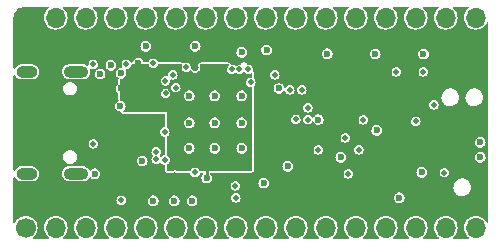
<source format=gbr>
%TF.GenerationSoftware,KiCad,Pcbnew,6.0.11+dfsg-1~bpo11+1*%
%TF.CreationDate,2023-10-01T20:30:48+02:00*%
%TF.ProjectId,ICE40UP-Development-Board,49434534-3055-4502-9d44-6576656c6f70,v0.1*%
%TF.SameCoordinates,Original*%
%TF.FileFunction,Copper,L3,Inr*%
%TF.FilePolarity,Positive*%
%FSLAX46Y46*%
G04 Gerber Fmt 4.6, Leading zero omitted, Abs format (unit mm)*
G04 Created by KiCad (PCBNEW 6.0.11+dfsg-1~bpo11+1) date 2023-10-01 20:30:48*
%MOMM*%
%LPD*%
G01*
G04 APERTURE LIST*
%TA.AperFunction,ComponentPad*%
%ADD10O,1.800000X1.000000*%
%TD*%
%TA.AperFunction,ComponentPad*%
%ADD11O,2.100000X1.000000*%
%TD*%
%TA.AperFunction,ComponentPad*%
%ADD12C,1.700000*%
%TD*%
%TA.AperFunction,ComponentPad*%
%ADD13O,1.700000X1.700000*%
%TD*%
%TA.AperFunction,ViaPad*%
%ADD14C,0.600000*%
%TD*%
%TA.AperFunction,ViaPad*%
%ADD15C,0.500000*%
%TD*%
%TA.AperFunction,Conductor*%
%ADD16C,0.250000*%
%TD*%
G04 APERTURE END LIST*
D10*
%TO.N,GND*%
%TO.C,X1*%
X47185000Y-83310000D03*
X47185000Y-91950000D03*
D11*
X51385000Y-83310000D03*
X51385000Y-91950000D03*
%TD*%
D12*
%TO.N,VBUS*%
%TO.C,X3*%
X47117000Y-96520000D03*
D13*
%TO.N,IOB_0a*%
X49657000Y-96520000D03*
%TO.N,IOB_2a*%
X52197000Y-96520000D03*
%TO.N,IOB_3b*%
X54737000Y-96520000D03*
%TO.N,IOB_4a*%
X57277000Y-96520000D03*
%TO.N,IOB_6a*%
X59817000Y-96520000D03*
%TO.N,IOB_8a*%
X62357000Y-96520000D03*
%TO.N,IOB_13b*%
X64897000Y-96520000D03*
%TO.N,IOB_16a*%
X67437000Y-96520000D03*
%TO.N,IOB_18a*%
X69977000Y-96520000D03*
%TO.N,IOB_20a*%
X72517000Y-96520000D03*
%TO.N,IOB_24a*%
X75057000Y-96520000D03*
%TO.N,IOB_25b*%
X77597000Y-96520000D03*
%TO.N,SPI_SO*%
X80137000Y-96520000D03*
%TO.N,SPI_SCK*%
X82677000Y-96520000D03*
%TO.N,SPI_~{HOLD}*%
X85217000Y-96520000D03*
%TD*%
D12*
%TO.N,+3V3*%
%TO.C,X2*%
X47117000Y-78740000D03*
D13*
%TO.N,+1V2*%
X49657000Y-78740000D03*
%TO.N,IOT_48b*%
X52197000Y-78740000D03*
%TO.N,IOT_46b*%
X54737000Y-78740000D03*
%TO.N,IOT_45a*%
X57277000Y-78740000D03*
%TO.N,IOT_44b*%
X59817000Y-78740000D03*
%TO.N,IOT_43a*%
X62357000Y-78740000D03*
%TO.N,IOT_42b*%
X64897000Y-78740000D03*
%TO.N,IOT_41a*%
X67437000Y-78740000D03*
%TO.N,IOT_39a*%
X69977000Y-78740000D03*
%TO.N,IOT_38b*%
X72517000Y-78740000D03*
%TO.N,IOT_37b*%
X75057000Y-78740000D03*
%TO.N,IOT_36b*%
X77597000Y-78740000D03*
%TO.N,SPI_~{WP}*%
X80137000Y-78740000D03*
%TO.N,SPI_SI*%
X82677000Y-78740000D03*
%TO.N,GND*%
X85217000Y-78740000D03*
%TD*%
D14*
%TO.N,GND*%
X65405000Y-87630000D03*
X78740000Y-93980000D03*
X57279000Y-81151000D03*
X71882000Y-87355500D03*
X55181500Y-83439000D03*
X67267574Y-92738000D03*
X60960000Y-87630000D03*
X69300167Y-91313000D03*
X68552000Y-84725500D03*
X67507248Y-81460400D03*
X85598000Y-89281000D03*
X65405000Y-89789000D03*
X61197500Y-94234000D03*
X56973181Y-90859385D03*
X73787000Y-90551000D03*
X76835000Y-88265000D03*
X61468000Y-81153000D03*
X65405000Y-81661000D03*
X60960000Y-89789000D03*
X76696000Y-81800000D03*
X72644000Y-81788000D03*
X63119000Y-85344000D03*
X63119000Y-87630000D03*
X80645000Y-91821000D03*
X55118000Y-86223326D03*
X65405000Y-85344000D03*
X63119000Y-89789000D03*
X60960000Y-85344000D03*
X59690000Y-94234000D03*
X57912000Y-94234000D03*
X80784000Y-81800000D03*
%TO.N,+3V3*%
X46609000Y-93091000D03*
X76454000Y-92964000D03*
X67351166Y-93513166D03*
X79601000Y-90833000D03*
X61451500Y-82931000D03*
X67045878Y-83555878D03*
X68546108Y-85775000D03*
X69213000Y-81913000D03*
X59725399Y-92113572D03*
X69112333Y-93345000D03*
X55880000Y-89027000D03*
X80906250Y-89041500D03*
X77343000Y-87122000D03*
X83312000Y-81661000D03*
%TO.N,VBUS*%
X52959000Y-91948000D03*
%TO.N,+1V2*%
X62434000Y-92306574D03*
X56642000Y-82575550D03*
X63162041Y-83121285D03*
X55181500Y-84724500D03*
D15*
%TO.N,Net-(R3-Pad1)*%
X55626000Y-82677000D03*
X52832000Y-82677000D03*
%TO.N,Net-(R4-Pad1)*%
X57913736Y-82583500D03*
X52835187Y-89403479D03*
%TO.N,FLASH_~{SS}*%
X74168000Y-88900000D03*
D14*
X85598000Y-90551000D03*
D15*
X75692000Y-87376000D03*
%TO.N,~{CONF}_I*%
X70485000Y-84836000D03*
X61445727Y-91807227D03*
%TO.N,RAM_~{SS}*%
X80137000Y-87503000D03*
X70993000Y-86360000D03*
%TO.N,CDONE*%
X55199523Y-94188523D03*
X64897000Y-93980000D03*
%TO.N,~{RST}*%
X78486000Y-83312000D03*
X80772000Y-83312000D03*
X64863500Y-92964000D03*
%TO.N,SPI_SO*%
X75311000Y-89916000D03*
X71882000Y-89916000D03*
%TO.N,SPI_SI*%
X81661000Y-86106000D03*
%TO.N,SPI_~{HOLD}*%
X69977000Y-87342500D03*
X74422000Y-91948000D03*
%TO.N,IOB_25b*%
X82550000Y-91839023D03*
X70993000Y-87362500D03*
%TO.N,IOT_37b*%
X68199000Y-83566000D03*
%TO.N,IOT_36b*%
X66167000Y-84201000D03*
%TO.N,IOT_39a*%
X65958477Y-83103477D03*
%TO.N,IOT_38b*%
X65210974Y-83116498D03*
%TO.N,IOT_41a*%
X64561684Y-83099900D03*
%TO.N,IOT_44b*%
X60706000Y-82931000D03*
%TO.N,IOT_45a*%
X59817000Y-84647190D03*
%TO.N,CONF_O*%
X58953757Y-85139822D03*
X69469000Y-84836000D03*
%TO.N,IOB_3b*%
X58896250Y-88405500D03*
X58900899Y-90777899D03*
%TO.N,IOT_48b*%
X58946118Y-84083985D03*
%TO.N,IOB_0a*%
X58160936Y-90084019D03*
%TO.N,IOB_2a*%
X58166180Y-90733500D03*
D14*
%TO.N,/1V2EN*%
X53407000Y-83499000D03*
%TO.N,/3V3EN*%
X54324413Y-82760619D03*
D15*
%TO.N,IOT_46b*%
X59563000Y-83566000D03*
%TD*%
D16*
%TO.N,+1V2*%
X62425122Y-92297696D02*
X62425122Y-90678000D01*
X55181500Y-84724500D02*
X55991500Y-84724500D01*
X62434000Y-92306574D02*
X62425122Y-92297696D01*
X55991500Y-84724500D02*
X56642000Y-84074000D01*
X56642000Y-84074000D02*
X56642000Y-82575550D01*
%TD*%
%TA.AperFunction,Conductor*%
%TO.N,+3V3*%
G36*
X49041288Y-77837813D02*
G01*
X49066598Y-77881650D01*
X49057808Y-77931500D01*
X49040090Y-77952171D01*
X48956424Y-78019440D01*
X48956421Y-78019443D01*
X48953600Y-78021711D01*
X48827480Y-78172016D01*
X48732956Y-78343954D01*
X48731864Y-78347397D01*
X48731863Y-78347399D01*
X48680667Y-78508790D01*
X48673628Y-78530978D01*
X48673225Y-78534574D01*
X48673224Y-78534577D01*
X48668092Y-78580331D01*
X48651757Y-78725963D01*
X48652060Y-78729572D01*
X48652060Y-78729574D01*
X48655252Y-78767584D01*
X48668175Y-78921483D01*
X48722258Y-79110091D01*
X48723911Y-79113307D01*
X48810288Y-79281380D01*
X48810291Y-79281385D01*
X48811944Y-79284601D01*
X48933818Y-79438369D01*
X49083238Y-79565535D01*
X49086400Y-79567302D01*
X49251354Y-79659492D01*
X49251358Y-79659494D01*
X49254513Y-79661257D01*
X49257949Y-79662374D01*
X49257955Y-79662376D01*
X49376467Y-79700882D01*
X49441118Y-79721889D01*
X49501541Y-79729094D01*
X49632346Y-79744692D01*
X49632349Y-79744692D01*
X49635946Y-79745121D01*
X49700365Y-79740164D01*
X49827965Y-79730346D01*
X49827966Y-79730346D01*
X49831576Y-79730068D01*
X50020556Y-79677303D01*
X50023783Y-79675673D01*
X50192455Y-79590471D01*
X50192458Y-79590469D01*
X50195689Y-79588837D01*
X50350303Y-79468040D01*
X50478509Y-79319511D01*
X50480292Y-79316372D01*
X50480295Y-79316368D01*
X50544392Y-79203536D01*
X50575425Y-79148909D01*
X50587269Y-79113307D01*
X50636215Y-78966168D01*
X50637358Y-78962732D01*
X50642130Y-78924962D01*
X50661691Y-78770115D01*
X50661691Y-78770111D01*
X50661949Y-78768071D01*
X50662341Y-78740000D01*
X50662082Y-78737352D01*
X50643547Y-78548331D01*
X50643194Y-78544728D01*
X50586484Y-78356894D01*
X50494370Y-78183653D01*
X50397682Y-78065101D01*
X50372648Y-78034406D01*
X50372647Y-78034405D01*
X50370361Y-78031602D01*
X50273555Y-77951517D01*
X50247940Y-77907859D01*
X50256381Y-77857949D01*
X50294929Y-77825141D01*
X50320724Y-77820500D01*
X51533722Y-77820500D01*
X51581288Y-77837813D01*
X51606598Y-77881650D01*
X51597808Y-77931500D01*
X51580090Y-77952171D01*
X51496424Y-78019440D01*
X51496421Y-78019443D01*
X51493600Y-78021711D01*
X51367480Y-78172016D01*
X51272956Y-78343954D01*
X51271864Y-78347397D01*
X51271863Y-78347399D01*
X51220667Y-78508790D01*
X51213628Y-78530978D01*
X51213225Y-78534574D01*
X51213224Y-78534577D01*
X51208092Y-78580331D01*
X51191757Y-78725963D01*
X51192060Y-78729572D01*
X51192060Y-78729574D01*
X51195252Y-78767584D01*
X51208175Y-78921483D01*
X51262258Y-79110091D01*
X51263911Y-79113307D01*
X51350288Y-79281380D01*
X51350291Y-79281385D01*
X51351944Y-79284601D01*
X51473818Y-79438369D01*
X51623238Y-79565535D01*
X51626400Y-79567302D01*
X51791354Y-79659492D01*
X51791358Y-79659494D01*
X51794513Y-79661257D01*
X51797949Y-79662374D01*
X51797955Y-79662376D01*
X51916467Y-79700882D01*
X51981118Y-79721889D01*
X52041541Y-79729094D01*
X52172346Y-79744692D01*
X52172349Y-79744692D01*
X52175946Y-79745121D01*
X52240365Y-79740164D01*
X52367965Y-79730346D01*
X52367966Y-79730346D01*
X52371576Y-79730068D01*
X52560556Y-79677303D01*
X52563783Y-79675673D01*
X52732455Y-79590471D01*
X52732458Y-79590469D01*
X52735689Y-79588837D01*
X52890303Y-79468040D01*
X53018509Y-79319511D01*
X53020292Y-79316372D01*
X53020295Y-79316368D01*
X53084392Y-79203536D01*
X53115425Y-79148909D01*
X53127269Y-79113307D01*
X53176215Y-78966168D01*
X53177358Y-78962732D01*
X53182130Y-78924962D01*
X53201691Y-78770115D01*
X53201691Y-78770111D01*
X53201949Y-78768071D01*
X53202341Y-78740000D01*
X53202082Y-78737352D01*
X53183547Y-78548331D01*
X53183194Y-78544728D01*
X53126484Y-78356894D01*
X53034370Y-78183653D01*
X52937682Y-78065101D01*
X52912648Y-78034406D01*
X52912647Y-78034405D01*
X52910361Y-78031602D01*
X52813555Y-77951517D01*
X52787940Y-77907859D01*
X52796381Y-77857949D01*
X52834929Y-77825141D01*
X52860724Y-77820500D01*
X54073722Y-77820500D01*
X54121288Y-77837813D01*
X54146598Y-77881650D01*
X54137808Y-77931500D01*
X54120090Y-77952171D01*
X54036424Y-78019440D01*
X54036421Y-78019443D01*
X54033600Y-78021711D01*
X53907480Y-78172016D01*
X53812956Y-78343954D01*
X53811864Y-78347397D01*
X53811863Y-78347399D01*
X53760667Y-78508790D01*
X53753628Y-78530978D01*
X53753225Y-78534574D01*
X53753224Y-78534577D01*
X53748092Y-78580331D01*
X53731757Y-78725963D01*
X53732060Y-78729572D01*
X53732060Y-78729574D01*
X53735252Y-78767584D01*
X53748175Y-78921483D01*
X53802258Y-79110091D01*
X53803911Y-79113307D01*
X53890288Y-79281380D01*
X53890291Y-79281385D01*
X53891944Y-79284601D01*
X54013818Y-79438369D01*
X54163238Y-79565535D01*
X54166400Y-79567302D01*
X54331354Y-79659492D01*
X54331358Y-79659494D01*
X54334513Y-79661257D01*
X54337949Y-79662374D01*
X54337955Y-79662376D01*
X54456467Y-79700882D01*
X54521118Y-79721889D01*
X54581541Y-79729094D01*
X54712346Y-79744692D01*
X54712349Y-79744692D01*
X54715946Y-79745121D01*
X54780365Y-79740164D01*
X54907965Y-79730346D01*
X54907966Y-79730346D01*
X54911576Y-79730068D01*
X55100556Y-79677303D01*
X55103783Y-79675673D01*
X55272455Y-79590471D01*
X55272458Y-79590469D01*
X55275689Y-79588837D01*
X55430303Y-79468040D01*
X55558509Y-79319511D01*
X55560292Y-79316372D01*
X55560295Y-79316368D01*
X55624392Y-79203536D01*
X55655425Y-79148909D01*
X55667269Y-79113307D01*
X55716215Y-78966168D01*
X55717358Y-78962732D01*
X55722130Y-78924962D01*
X55741691Y-78770115D01*
X55741691Y-78770111D01*
X55741949Y-78768071D01*
X55742341Y-78740000D01*
X55742082Y-78737352D01*
X55723547Y-78548331D01*
X55723194Y-78544728D01*
X55666484Y-78356894D01*
X55574370Y-78183653D01*
X55477682Y-78065101D01*
X55452648Y-78034406D01*
X55452647Y-78034405D01*
X55450361Y-78031602D01*
X55353555Y-77951517D01*
X55327940Y-77907859D01*
X55336381Y-77857949D01*
X55374929Y-77825141D01*
X55400724Y-77820500D01*
X56613722Y-77820500D01*
X56661288Y-77837813D01*
X56686598Y-77881650D01*
X56677808Y-77931500D01*
X56660090Y-77952171D01*
X56576424Y-78019440D01*
X56576421Y-78019443D01*
X56573600Y-78021711D01*
X56447480Y-78172016D01*
X56352956Y-78343954D01*
X56351864Y-78347397D01*
X56351863Y-78347399D01*
X56300667Y-78508790D01*
X56293628Y-78530978D01*
X56293225Y-78534574D01*
X56293224Y-78534577D01*
X56288092Y-78580331D01*
X56271757Y-78725963D01*
X56272060Y-78729572D01*
X56272060Y-78729574D01*
X56275252Y-78767584D01*
X56288175Y-78921483D01*
X56342258Y-79110091D01*
X56343911Y-79113307D01*
X56430288Y-79281380D01*
X56430291Y-79281385D01*
X56431944Y-79284601D01*
X56553818Y-79438369D01*
X56703238Y-79565535D01*
X56706400Y-79567302D01*
X56871354Y-79659492D01*
X56871358Y-79659494D01*
X56874513Y-79661257D01*
X56877949Y-79662374D01*
X56877955Y-79662376D01*
X56996467Y-79700882D01*
X57061118Y-79721889D01*
X57121541Y-79729094D01*
X57252346Y-79744692D01*
X57252349Y-79744692D01*
X57255946Y-79745121D01*
X57320365Y-79740164D01*
X57447965Y-79730346D01*
X57447966Y-79730346D01*
X57451576Y-79730068D01*
X57640556Y-79677303D01*
X57643783Y-79675673D01*
X57812455Y-79590471D01*
X57812458Y-79590469D01*
X57815689Y-79588837D01*
X57970303Y-79468040D01*
X58098509Y-79319511D01*
X58100292Y-79316372D01*
X58100295Y-79316368D01*
X58164392Y-79203536D01*
X58195425Y-79148909D01*
X58207269Y-79113307D01*
X58256215Y-78966168D01*
X58257358Y-78962732D01*
X58262130Y-78924962D01*
X58281691Y-78770115D01*
X58281691Y-78770111D01*
X58281949Y-78768071D01*
X58282341Y-78740000D01*
X58282082Y-78737352D01*
X58263547Y-78548331D01*
X58263194Y-78544728D01*
X58206484Y-78356894D01*
X58114370Y-78183653D01*
X58017682Y-78065101D01*
X57992648Y-78034406D01*
X57992647Y-78034405D01*
X57990361Y-78031602D01*
X57893555Y-77951517D01*
X57867940Y-77907859D01*
X57876381Y-77857949D01*
X57914929Y-77825141D01*
X57940724Y-77820500D01*
X59153722Y-77820500D01*
X59201288Y-77837813D01*
X59226598Y-77881650D01*
X59217808Y-77931500D01*
X59200090Y-77952171D01*
X59116424Y-78019440D01*
X59116421Y-78019443D01*
X59113600Y-78021711D01*
X58987480Y-78172016D01*
X58892956Y-78343954D01*
X58891864Y-78347397D01*
X58891863Y-78347399D01*
X58840667Y-78508790D01*
X58833628Y-78530978D01*
X58833225Y-78534574D01*
X58833224Y-78534577D01*
X58828092Y-78580331D01*
X58811757Y-78725963D01*
X58812060Y-78729572D01*
X58812060Y-78729574D01*
X58815252Y-78767584D01*
X58828175Y-78921483D01*
X58882258Y-79110091D01*
X58883911Y-79113307D01*
X58970288Y-79281380D01*
X58970291Y-79281385D01*
X58971944Y-79284601D01*
X59093818Y-79438369D01*
X59243238Y-79565535D01*
X59246400Y-79567302D01*
X59411354Y-79659492D01*
X59411358Y-79659494D01*
X59414513Y-79661257D01*
X59417949Y-79662374D01*
X59417955Y-79662376D01*
X59536467Y-79700882D01*
X59601118Y-79721889D01*
X59661541Y-79729094D01*
X59792346Y-79744692D01*
X59792349Y-79744692D01*
X59795946Y-79745121D01*
X59860365Y-79740164D01*
X59987965Y-79730346D01*
X59987966Y-79730346D01*
X59991576Y-79730068D01*
X60180556Y-79677303D01*
X60183783Y-79675673D01*
X60352455Y-79590471D01*
X60352458Y-79590469D01*
X60355689Y-79588837D01*
X60510303Y-79468040D01*
X60638509Y-79319511D01*
X60640292Y-79316372D01*
X60640295Y-79316368D01*
X60704392Y-79203536D01*
X60735425Y-79148909D01*
X60747269Y-79113307D01*
X60796215Y-78966168D01*
X60797358Y-78962732D01*
X60802130Y-78924962D01*
X60821691Y-78770115D01*
X60821691Y-78770111D01*
X60821949Y-78768071D01*
X60822341Y-78740000D01*
X60822082Y-78737352D01*
X60803547Y-78548331D01*
X60803194Y-78544728D01*
X60746484Y-78356894D01*
X60654370Y-78183653D01*
X60557682Y-78065101D01*
X60532648Y-78034406D01*
X60532647Y-78034405D01*
X60530361Y-78031602D01*
X60433555Y-77951517D01*
X60407940Y-77907859D01*
X60416381Y-77857949D01*
X60454929Y-77825141D01*
X60480724Y-77820500D01*
X61693722Y-77820500D01*
X61741288Y-77837813D01*
X61766598Y-77881650D01*
X61757808Y-77931500D01*
X61740090Y-77952171D01*
X61656424Y-78019440D01*
X61656421Y-78019443D01*
X61653600Y-78021711D01*
X61527480Y-78172016D01*
X61432956Y-78343954D01*
X61431864Y-78347397D01*
X61431863Y-78347399D01*
X61380667Y-78508790D01*
X61373628Y-78530978D01*
X61373225Y-78534574D01*
X61373224Y-78534577D01*
X61368092Y-78580331D01*
X61351757Y-78725963D01*
X61352060Y-78729572D01*
X61352060Y-78729574D01*
X61355252Y-78767584D01*
X61368175Y-78921483D01*
X61422258Y-79110091D01*
X61423911Y-79113307D01*
X61510288Y-79281380D01*
X61510291Y-79281385D01*
X61511944Y-79284601D01*
X61633818Y-79438369D01*
X61783238Y-79565535D01*
X61786400Y-79567302D01*
X61951354Y-79659492D01*
X61951358Y-79659494D01*
X61954513Y-79661257D01*
X61957949Y-79662374D01*
X61957955Y-79662376D01*
X62076467Y-79700882D01*
X62141118Y-79721889D01*
X62201541Y-79729094D01*
X62332346Y-79744692D01*
X62332349Y-79744692D01*
X62335946Y-79745121D01*
X62400365Y-79740164D01*
X62527965Y-79730346D01*
X62527966Y-79730346D01*
X62531576Y-79730068D01*
X62720556Y-79677303D01*
X62723783Y-79675673D01*
X62892455Y-79590471D01*
X62892458Y-79590469D01*
X62895689Y-79588837D01*
X63050303Y-79468040D01*
X63178509Y-79319511D01*
X63180292Y-79316372D01*
X63180295Y-79316368D01*
X63244392Y-79203536D01*
X63275425Y-79148909D01*
X63287269Y-79113307D01*
X63336215Y-78966168D01*
X63337358Y-78962732D01*
X63342130Y-78924962D01*
X63361691Y-78770115D01*
X63361691Y-78770111D01*
X63361949Y-78768071D01*
X63362341Y-78740000D01*
X63362082Y-78737352D01*
X63343547Y-78548331D01*
X63343194Y-78544728D01*
X63286484Y-78356894D01*
X63194370Y-78183653D01*
X63097682Y-78065101D01*
X63072648Y-78034406D01*
X63072647Y-78034405D01*
X63070361Y-78031602D01*
X62973555Y-77951517D01*
X62947940Y-77907859D01*
X62956381Y-77857949D01*
X62994929Y-77825141D01*
X63020724Y-77820500D01*
X64233722Y-77820500D01*
X64281288Y-77837813D01*
X64306598Y-77881650D01*
X64297808Y-77931500D01*
X64280090Y-77952171D01*
X64196424Y-78019440D01*
X64196421Y-78019443D01*
X64193600Y-78021711D01*
X64067480Y-78172016D01*
X63972956Y-78343954D01*
X63971864Y-78347397D01*
X63971863Y-78347399D01*
X63920667Y-78508790D01*
X63913628Y-78530978D01*
X63913225Y-78534574D01*
X63913224Y-78534577D01*
X63908092Y-78580331D01*
X63891757Y-78725963D01*
X63892060Y-78729572D01*
X63892060Y-78729574D01*
X63895252Y-78767584D01*
X63908175Y-78921483D01*
X63962258Y-79110091D01*
X63963911Y-79113307D01*
X64050288Y-79281380D01*
X64050291Y-79281385D01*
X64051944Y-79284601D01*
X64173818Y-79438369D01*
X64323238Y-79565535D01*
X64326400Y-79567302D01*
X64491354Y-79659492D01*
X64491358Y-79659494D01*
X64494513Y-79661257D01*
X64497949Y-79662374D01*
X64497955Y-79662376D01*
X64616467Y-79700882D01*
X64681118Y-79721889D01*
X64741541Y-79729094D01*
X64872346Y-79744692D01*
X64872349Y-79744692D01*
X64875946Y-79745121D01*
X64940365Y-79740164D01*
X65067965Y-79730346D01*
X65067966Y-79730346D01*
X65071576Y-79730068D01*
X65260556Y-79677303D01*
X65263783Y-79675673D01*
X65432455Y-79590471D01*
X65432458Y-79590469D01*
X65435689Y-79588837D01*
X65590303Y-79468040D01*
X65718509Y-79319511D01*
X65720292Y-79316372D01*
X65720295Y-79316368D01*
X65784392Y-79203536D01*
X65815425Y-79148909D01*
X65827269Y-79113307D01*
X65876215Y-78966168D01*
X65877358Y-78962732D01*
X65882130Y-78924962D01*
X65901691Y-78770115D01*
X65901691Y-78770111D01*
X65901949Y-78768071D01*
X65902341Y-78740000D01*
X65902082Y-78737352D01*
X65883547Y-78548331D01*
X65883194Y-78544728D01*
X65826484Y-78356894D01*
X65734370Y-78183653D01*
X65637682Y-78065101D01*
X65612648Y-78034406D01*
X65612647Y-78034405D01*
X65610361Y-78031602D01*
X65513555Y-77951517D01*
X65487940Y-77907859D01*
X65496381Y-77857949D01*
X65534929Y-77825141D01*
X65560724Y-77820500D01*
X66773722Y-77820500D01*
X66821288Y-77837813D01*
X66846598Y-77881650D01*
X66837808Y-77931500D01*
X66820090Y-77952171D01*
X66736424Y-78019440D01*
X66736421Y-78019443D01*
X66733600Y-78021711D01*
X66607480Y-78172016D01*
X66512956Y-78343954D01*
X66511864Y-78347397D01*
X66511863Y-78347399D01*
X66460667Y-78508790D01*
X66453628Y-78530978D01*
X66453225Y-78534574D01*
X66453224Y-78534577D01*
X66448092Y-78580331D01*
X66431757Y-78725963D01*
X66432060Y-78729572D01*
X66432060Y-78729574D01*
X66435252Y-78767584D01*
X66448175Y-78921483D01*
X66502258Y-79110091D01*
X66503911Y-79113307D01*
X66590288Y-79281380D01*
X66590291Y-79281385D01*
X66591944Y-79284601D01*
X66713818Y-79438369D01*
X66863238Y-79565535D01*
X66866400Y-79567302D01*
X67031354Y-79659492D01*
X67031358Y-79659494D01*
X67034513Y-79661257D01*
X67037949Y-79662374D01*
X67037955Y-79662376D01*
X67156467Y-79700882D01*
X67221118Y-79721889D01*
X67281541Y-79729094D01*
X67412346Y-79744692D01*
X67412349Y-79744692D01*
X67415946Y-79745121D01*
X67480365Y-79740164D01*
X67607965Y-79730346D01*
X67607966Y-79730346D01*
X67611576Y-79730068D01*
X67800556Y-79677303D01*
X67803783Y-79675673D01*
X67972455Y-79590471D01*
X67972458Y-79590469D01*
X67975689Y-79588837D01*
X68130303Y-79468040D01*
X68258509Y-79319511D01*
X68260292Y-79316372D01*
X68260295Y-79316368D01*
X68324392Y-79203536D01*
X68355425Y-79148909D01*
X68367269Y-79113307D01*
X68416215Y-78966168D01*
X68417358Y-78962732D01*
X68422130Y-78924962D01*
X68441691Y-78770115D01*
X68441691Y-78770111D01*
X68441949Y-78768071D01*
X68442341Y-78740000D01*
X68442082Y-78737352D01*
X68423547Y-78548331D01*
X68423194Y-78544728D01*
X68366484Y-78356894D01*
X68274370Y-78183653D01*
X68177682Y-78065101D01*
X68152648Y-78034406D01*
X68152647Y-78034405D01*
X68150361Y-78031602D01*
X68053555Y-77951517D01*
X68027940Y-77907859D01*
X68036381Y-77857949D01*
X68074929Y-77825141D01*
X68100724Y-77820500D01*
X69313722Y-77820500D01*
X69361288Y-77837813D01*
X69386598Y-77881650D01*
X69377808Y-77931500D01*
X69360090Y-77952171D01*
X69276424Y-78019440D01*
X69276421Y-78019443D01*
X69273600Y-78021711D01*
X69147480Y-78172016D01*
X69052956Y-78343954D01*
X69051864Y-78347397D01*
X69051863Y-78347399D01*
X69000667Y-78508790D01*
X68993628Y-78530978D01*
X68993225Y-78534574D01*
X68993224Y-78534577D01*
X68988092Y-78580331D01*
X68971757Y-78725963D01*
X68972060Y-78729572D01*
X68972060Y-78729574D01*
X68975252Y-78767584D01*
X68988175Y-78921483D01*
X69042258Y-79110091D01*
X69043911Y-79113307D01*
X69130288Y-79281380D01*
X69130291Y-79281385D01*
X69131944Y-79284601D01*
X69253818Y-79438369D01*
X69403238Y-79565535D01*
X69406400Y-79567302D01*
X69571354Y-79659492D01*
X69571358Y-79659494D01*
X69574513Y-79661257D01*
X69577949Y-79662374D01*
X69577955Y-79662376D01*
X69696467Y-79700882D01*
X69761118Y-79721889D01*
X69821541Y-79729094D01*
X69952346Y-79744692D01*
X69952349Y-79744692D01*
X69955946Y-79745121D01*
X70020365Y-79740164D01*
X70147965Y-79730346D01*
X70147966Y-79730346D01*
X70151576Y-79730068D01*
X70340556Y-79677303D01*
X70343783Y-79675673D01*
X70512455Y-79590471D01*
X70512458Y-79590469D01*
X70515689Y-79588837D01*
X70670303Y-79468040D01*
X70798509Y-79319511D01*
X70800292Y-79316372D01*
X70800295Y-79316368D01*
X70864392Y-79203536D01*
X70895425Y-79148909D01*
X70907269Y-79113307D01*
X70956215Y-78966168D01*
X70957358Y-78962732D01*
X70962130Y-78924962D01*
X70981691Y-78770115D01*
X70981691Y-78770111D01*
X70981949Y-78768071D01*
X70982341Y-78740000D01*
X70982082Y-78737352D01*
X70963547Y-78548331D01*
X70963194Y-78544728D01*
X70906484Y-78356894D01*
X70814370Y-78183653D01*
X70717682Y-78065101D01*
X70692648Y-78034406D01*
X70692647Y-78034405D01*
X70690361Y-78031602D01*
X70593555Y-77951517D01*
X70567940Y-77907859D01*
X70576381Y-77857949D01*
X70614929Y-77825141D01*
X70640724Y-77820500D01*
X71853722Y-77820500D01*
X71901288Y-77837813D01*
X71926598Y-77881650D01*
X71917808Y-77931500D01*
X71900090Y-77952171D01*
X71816424Y-78019440D01*
X71816421Y-78019443D01*
X71813600Y-78021711D01*
X71687480Y-78172016D01*
X71592956Y-78343954D01*
X71591864Y-78347397D01*
X71591863Y-78347399D01*
X71540667Y-78508790D01*
X71533628Y-78530978D01*
X71533225Y-78534574D01*
X71533224Y-78534577D01*
X71528092Y-78580331D01*
X71511757Y-78725963D01*
X71512060Y-78729572D01*
X71512060Y-78729574D01*
X71515252Y-78767584D01*
X71528175Y-78921483D01*
X71582258Y-79110091D01*
X71583911Y-79113307D01*
X71670288Y-79281380D01*
X71670291Y-79281385D01*
X71671944Y-79284601D01*
X71793818Y-79438369D01*
X71943238Y-79565535D01*
X71946400Y-79567302D01*
X72111354Y-79659492D01*
X72111358Y-79659494D01*
X72114513Y-79661257D01*
X72117949Y-79662374D01*
X72117955Y-79662376D01*
X72236467Y-79700882D01*
X72301118Y-79721889D01*
X72361541Y-79729094D01*
X72492346Y-79744692D01*
X72492349Y-79744692D01*
X72495946Y-79745121D01*
X72560365Y-79740164D01*
X72687965Y-79730346D01*
X72687966Y-79730346D01*
X72691576Y-79730068D01*
X72880556Y-79677303D01*
X72883783Y-79675673D01*
X73052455Y-79590471D01*
X73052458Y-79590469D01*
X73055689Y-79588837D01*
X73210303Y-79468040D01*
X73338509Y-79319511D01*
X73340292Y-79316372D01*
X73340295Y-79316368D01*
X73404392Y-79203536D01*
X73435425Y-79148909D01*
X73447269Y-79113307D01*
X73496215Y-78966168D01*
X73497358Y-78962732D01*
X73502130Y-78924962D01*
X73521691Y-78770115D01*
X73521691Y-78770111D01*
X73521949Y-78768071D01*
X73522341Y-78740000D01*
X73522082Y-78737352D01*
X73503547Y-78548331D01*
X73503194Y-78544728D01*
X73446484Y-78356894D01*
X73354370Y-78183653D01*
X73257682Y-78065101D01*
X73232648Y-78034406D01*
X73232647Y-78034405D01*
X73230361Y-78031602D01*
X73133555Y-77951517D01*
X73107940Y-77907859D01*
X73116381Y-77857949D01*
X73154929Y-77825141D01*
X73180724Y-77820500D01*
X74393722Y-77820500D01*
X74441288Y-77837813D01*
X74466598Y-77881650D01*
X74457808Y-77931500D01*
X74440090Y-77952171D01*
X74356424Y-78019440D01*
X74356421Y-78019443D01*
X74353600Y-78021711D01*
X74227480Y-78172016D01*
X74132956Y-78343954D01*
X74131864Y-78347397D01*
X74131863Y-78347399D01*
X74080667Y-78508790D01*
X74073628Y-78530978D01*
X74073225Y-78534574D01*
X74073224Y-78534577D01*
X74068092Y-78580331D01*
X74051757Y-78725963D01*
X74052060Y-78729572D01*
X74052060Y-78729574D01*
X74055252Y-78767584D01*
X74068175Y-78921483D01*
X74122258Y-79110091D01*
X74123911Y-79113307D01*
X74210288Y-79281380D01*
X74210291Y-79281385D01*
X74211944Y-79284601D01*
X74333818Y-79438369D01*
X74483238Y-79565535D01*
X74486400Y-79567302D01*
X74651354Y-79659492D01*
X74651358Y-79659494D01*
X74654513Y-79661257D01*
X74657949Y-79662374D01*
X74657955Y-79662376D01*
X74776467Y-79700882D01*
X74841118Y-79721889D01*
X74901541Y-79729094D01*
X75032346Y-79744692D01*
X75032349Y-79744692D01*
X75035946Y-79745121D01*
X75100365Y-79740164D01*
X75227965Y-79730346D01*
X75227966Y-79730346D01*
X75231576Y-79730068D01*
X75420556Y-79677303D01*
X75423783Y-79675673D01*
X75592455Y-79590471D01*
X75592458Y-79590469D01*
X75595689Y-79588837D01*
X75750303Y-79468040D01*
X75878509Y-79319511D01*
X75880292Y-79316372D01*
X75880295Y-79316368D01*
X75944392Y-79203536D01*
X75975425Y-79148909D01*
X75987269Y-79113307D01*
X76036215Y-78966168D01*
X76037358Y-78962732D01*
X76042130Y-78924962D01*
X76061691Y-78770115D01*
X76061691Y-78770111D01*
X76061949Y-78768071D01*
X76062341Y-78740000D01*
X76062082Y-78737352D01*
X76043547Y-78548331D01*
X76043194Y-78544728D01*
X75986484Y-78356894D01*
X75894370Y-78183653D01*
X75797682Y-78065101D01*
X75772648Y-78034406D01*
X75772647Y-78034405D01*
X75770361Y-78031602D01*
X75673555Y-77951517D01*
X75647940Y-77907859D01*
X75656381Y-77857949D01*
X75694929Y-77825141D01*
X75720724Y-77820500D01*
X76933722Y-77820500D01*
X76981288Y-77837813D01*
X77006598Y-77881650D01*
X76997808Y-77931500D01*
X76980090Y-77952171D01*
X76896424Y-78019440D01*
X76896421Y-78019443D01*
X76893600Y-78021711D01*
X76767480Y-78172016D01*
X76672956Y-78343954D01*
X76671864Y-78347397D01*
X76671863Y-78347399D01*
X76620667Y-78508790D01*
X76613628Y-78530978D01*
X76613225Y-78534574D01*
X76613224Y-78534577D01*
X76608092Y-78580331D01*
X76591757Y-78725963D01*
X76592060Y-78729572D01*
X76592060Y-78729574D01*
X76595252Y-78767584D01*
X76608175Y-78921483D01*
X76662258Y-79110091D01*
X76663911Y-79113307D01*
X76750288Y-79281380D01*
X76750291Y-79281385D01*
X76751944Y-79284601D01*
X76873818Y-79438369D01*
X77023238Y-79565535D01*
X77026400Y-79567302D01*
X77191354Y-79659492D01*
X77191358Y-79659494D01*
X77194513Y-79661257D01*
X77197949Y-79662374D01*
X77197955Y-79662376D01*
X77316467Y-79700882D01*
X77381118Y-79721889D01*
X77441541Y-79729094D01*
X77572346Y-79744692D01*
X77572349Y-79744692D01*
X77575946Y-79745121D01*
X77640365Y-79740164D01*
X77767965Y-79730346D01*
X77767966Y-79730346D01*
X77771576Y-79730068D01*
X77960556Y-79677303D01*
X77963783Y-79675673D01*
X78132455Y-79590471D01*
X78132458Y-79590469D01*
X78135689Y-79588837D01*
X78290303Y-79468040D01*
X78418509Y-79319511D01*
X78420292Y-79316372D01*
X78420295Y-79316368D01*
X78484392Y-79203536D01*
X78515425Y-79148909D01*
X78527269Y-79113307D01*
X78576215Y-78966168D01*
X78577358Y-78962732D01*
X78582130Y-78924962D01*
X78601691Y-78770115D01*
X78601691Y-78770111D01*
X78601949Y-78768071D01*
X78602341Y-78740000D01*
X78602082Y-78737352D01*
X78583547Y-78548331D01*
X78583194Y-78544728D01*
X78526484Y-78356894D01*
X78434370Y-78183653D01*
X78337682Y-78065101D01*
X78312648Y-78034406D01*
X78312647Y-78034405D01*
X78310361Y-78031602D01*
X78213555Y-77951517D01*
X78187940Y-77907859D01*
X78196381Y-77857949D01*
X78234929Y-77825141D01*
X78260724Y-77820500D01*
X79473722Y-77820500D01*
X79521288Y-77837813D01*
X79546598Y-77881650D01*
X79537808Y-77931500D01*
X79520090Y-77952171D01*
X79436424Y-78019440D01*
X79436421Y-78019443D01*
X79433600Y-78021711D01*
X79307480Y-78172016D01*
X79212956Y-78343954D01*
X79211864Y-78347397D01*
X79211863Y-78347399D01*
X79160667Y-78508790D01*
X79153628Y-78530978D01*
X79153225Y-78534574D01*
X79153224Y-78534577D01*
X79148092Y-78580331D01*
X79131757Y-78725963D01*
X79132060Y-78729572D01*
X79132060Y-78729574D01*
X79135252Y-78767584D01*
X79148175Y-78921483D01*
X79202258Y-79110091D01*
X79203911Y-79113307D01*
X79290288Y-79281380D01*
X79290291Y-79281385D01*
X79291944Y-79284601D01*
X79413818Y-79438369D01*
X79563238Y-79565535D01*
X79566400Y-79567302D01*
X79731354Y-79659492D01*
X79731358Y-79659494D01*
X79734513Y-79661257D01*
X79737949Y-79662374D01*
X79737955Y-79662376D01*
X79856467Y-79700882D01*
X79921118Y-79721889D01*
X79981541Y-79729094D01*
X80112346Y-79744692D01*
X80112349Y-79744692D01*
X80115946Y-79745121D01*
X80180365Y-79740164D01*
X80307965Y-79730346D01*
X80307966Y-79730346D01*
X80311576Y-79730068D01*
X80500556Y-79677303D01*
X80503783Y-79675673D01*
X80672455Y-79590471D01*
X80672458Y-79590469D01*
X80675689Y-79588837D01*
X80830303Y-79468040D01*
X80958509Y-79319511D01*
X80960292Y-79316372D01*
X80960295Y-79316368D01*
X81024392Y-79203536D01*
X81055425Y-79148909D01*
X81067269Y-79113307D01*
X81116215Y-78966168D01*
X81117358Y-78962732D01*
X81122130Y-78924962D01*
X81141691Y-78770115D01*
X81141691Y-78770111D01*
X81141949Y-78768071D01*
X81142341Y-78740000D01*
X81142082Y-78737352D01*
X81123547Y-78548331D01*
X81123194Y-78544728D01*
X81066484Y-78356894D01*
X80974370Y-78183653D01*
X80877682Y-78065101D01*
X80852648Y-78034406D01*
X80852647Y-78034405D01*
X80850361Y-78031602D01*
X80753555Y-77951517D01*
X80727940Y-77907859D01*
X80736381Y-77857949D01*
X80774929Y-77825141D01*
X80800724Y-77820500D01*
X82013722Y-77820500D01*
X82061288Y-77837813D01*
X82086598Y-77881650D01*
X82077808Y-77931500D01*
X82060090Y-77952171D01*
X81976424Y-78019440D01*
X81976421Y-78019443D01*
X81973600Y-78021711D01*
X81847480Y-78172016D01*
X81752956Y-78343954D01*
X81751864Y-78347397D01*
X81751863Y-78347399D01*
X81700667Y-78508790D01*
X81693628Y-78530978D01*
X81693225Y-78534574D01*
X81693224Y-78534577D01*
X81688092Y-78580331D01*
X81671757Y-78725963D01*
X81672060Y-78729572D01*
X81672060Y-78729574D01*
X81675252Y-78767584D01*
X81688175Y-78921483D01*
X81742258Y-79110091D01*
X81743911Y-79113307D01*
X81830288Y-79281380D01*
X81830291Y-79281385D01*
X81831944Y-79284601D01*
X81953818Y-79438369D01*
X82103238Y-79565535D01*
X82106400Y-79567302D01*
X82271354Y-79659492D01*
X82271358Y-79659494D01*
X82274513Y-79661257D01*
X82277949Y-79662374D01*
X82277955Y-79662376D01*
X82396467Y-79700882D01*
X82461118Y-79721889D01*
X82521541Y-79729094D01*
X82652346Y-79744692D01*
X82652349Y-79744692D01*
X82655946Y-79745121D01*
X82720365Y-79740164D01*
X82847965Y-79730346D01*
X82847966Y-79730346D01*
X82851576Y-79730068D01*
X83040556Y-79677303D01*
X83043783Y-79675673D01*
X83212455Y-79590471D01*
X83212458Y-79590469D01*
X83215689Y-79588837D01*
X83370303Y-79468040D01*
X83498509Y-79319511D01*
X83500292Y-79316372D01*
X83500295Y-79316368D01*
X83564392Y-79203536D01*
X83595425Y-79148909D01*
X83607269Y-79113307D01*
X83656215Y-78966168D01*
X83657358Y-78962732D01*
X83662130Y-78924962D01*
X83681691Y-78770115D01*
X83681691Y-78770111D01*
X83681949Y-78768071D01*
X83682341Y-78740000D01*
X83682082Y-78737352D01*
X83663547Y-78548331D01*
X83663194Y-78544728D01*
X83606484Y-78356894D01*
X83514370Y-78183653D01*
X83417682Y-78065101D01*
X83392648Y-78034406D01*
X83392647Y-78034405D01*
X83390361Y-78031602D01*
X83293555Y-77951517D01*
X83267940Y-77907859D01*
X83276381Y-77857949D01*
X83314929Y-77825141D01*
X83340724Y-77820500D01*
X84553722Y-77820500D01*
X84601288Y-77837813D01*
X84626598Y-77881650D01*
X84617808Y-77931500D01*
X84600090Y-77952171D01*
X84516424Y-78019440D01*
X84516421Y-78019443D01*
X84513600Y-78021711D01*
X84387480Y-78172016D01*
X84292956Y-78343954D01*
X84291864Y-78347397D01*
X84291863Y-78347399D01*
X84240667Y-78508790D01*
X84233628Y-78530978D01*
X84233225Y-78534574D01*
X84233224Y-78534577D01*
X84228092Y-78580331D01*
X84211757Y-78725963D01*
X84212060Y-78729572D01*
X84212060Y-78729574D01*
X84215252Y-78767584D01*
X84228175Y-78921483D01*
X84282258Y-79110091D01*
X84283911Y-79113307D01*
X84370288Y-79281380D01*
X84370291Y-79281385D01*
X84371944Y-79284601D01*
X84493818Y-79438369D01*
X84643238Y-79565535D01*
X84646400Y-79567302D01*
X84811354Y-79659492D01*
X84811358Y-79659494D01*
X84814513Y-79661257D01*
X84817949Y-79662374D01*
X84817955Y-79662376D01*
X84936467Y-79700882D01*
X85001118Y-79721889D01*
X85061541Y-79729094D01*
X85192346Y-79744692D01*
X85192349Y-79744692D01*
X85195946Y-79745121D01*
X85260365Y-79740164D01*
X85387965Y-79730346D01*
X85387966Y-79730346D01*
X85391576Y-79730068D01*
X85580556Y-79677303D01*
X85583783Y-79675673D01*
X85752455Y-79590471D01*
X85752458Y-79590469D01*
X85755689Y-79588837D01*
X85910303Y-79468040D01*
X86038509Y-79319511D01*
X86040292Y-79316372D01*
X86040295Y-79316368D01*
X86125157Y-79166984D01*
X86163706Y-79134177D01*
X86214324Y-79133824D01*
X86253326Y-79166090D01*
X86263500Y-79203536D01*
X86263500Y-96060171D01*
X86246187Y-96107737D01*
X86202350Y-96133047D01*
X86152500Y-96124257D01*
X86124162Y-96094912D01*
X86056069Y-95966848D01*
X86056068Y-95966847D01*
X86054370Y-95963653D01*
X85930361Y-95811602D01*
X85779180Y-95686535D01*
X85764814Y-95678767D01*
X85609768Y-95594934D01*
X85606585Y-95593213D01*
X85603135Y-95592145D01*
X85603130Y-95592143D01*
X85484841Y-95555527D01*
X85419152Y-95535193D01*
X85224019Y-95514683D01*
X85028618Y-95532466D01*
X85025145Y-95533488D01*
X85025146Y-95533488D01*
X84843864Y-95586842D01*
X84843860Y-95586844D01*
X84840393Y-95587864D01*
X84749115Y-95635583D01*
X84669719Y-95677090D01*
X84669716Y-95677092D01*
X84666512Y-95678767D01*
X84663694Y-95681033D01*
X84663692Y-95681034D01*
X84516419Y-95799444D01*
X84516416Y-95799447D01*
X84513600Y-95801711D01*
X84387480Y-95952016D01*
X84292956Y-96123954D01*
X84291864Y-96127397D01*
X84291863Y-96127399D01*
X84287753Y-96140357D01*
X84233628Y-96310978D01*
X84233225Y-96314574D01*
X84233224Y-96314577D01*
X84224311Y-96394039D01*
X84211757Y-96505963D01*
X84212060Y-96509572D01*
X84212060Y-96509574D01*
X84215293Y-96548071D01*
X84228175Y-96701483D01*
X84282258Y-96890091D01*
X84283911Y-96893307D01*
X84370288Y-97061380D01*
X84370291Y-97061385D01*
X84371944Y-97064601D01*
X84493818Y-97218369D01*
X84496571Y-97220712D01*
X84496572Y-97220713D01*
X84509798Y-97231969D01*
X84598175Y-97307183D01*
X84600466Y-97309133D01*
X84625469Y-97353146D01*
X84616331Y-97402933D01*
X84577329Y-97435199D01*
X84552505Y-97439487D01*
X83952719Y-97439487D01*
X83340172Y-97439488D01*
X83292606Y-97422175D01*
X83267296Y-97378338D01*
X83276086Y-97328488D01*
X83294613Y-97307175D01*
X83367450Y-97250269D01*
X83370303Y-97248040D01*
X83498509Y-97099511D01*
X83500292Y-97096372D01*
X83500295Y-97096368D01*
X83567707Y-96977701D01*
X83595425Y-96928909D01*
X83607269Y-96893307D01*
X83656215Y-96746168D01*
X83657358Y-96742732D01*
X83662130Y-96704962D01*
X83681691Y-96550115D01*
X83681691Y-96550111D01*
X83681949Y-96548071D01*
X83682341Y-96520000D01*
X83663194Y-96324728D01*
X83606484Y-96136894D01*
X83514370Y-95963653D01*
X83390361Y-95811602D01*
X83239180Y-95686535D01*
X83224814Y-95678767D01*
X83069768Y-95594934D01*
X83066585Y-95593213D01*
X83063135Y-95592145D01*
X83063130Y-95592143D01*
X82944841Y-95555527D01*
X82879152Y-95535193D01*
X82684019Y-95514683D01*
X82488618Y-95532466D01*
X82485145Y-95533488D01*
X82485146Y-95533488D01*
X82303864Y-95586842D01*
X82303860Y-95586844D01*
X82300393Y-95587864D01*
X82209115Y-95635583D01*
X82129719Y-95677090D01*
X82129716Y-95677092D01*
X82126512Y-95678767D01*
X82123694Y-95681033D01*
X82123692Y-95681034D01*
X81976419Y-95799444D01*
X81976416Y-95799447D01*
X81973600Y-95801711D01*
X81847480Y-95952016D01*
X81752956Y-96123954D01*
X81751864Y-96127397D01*
X81751863Y-96127399D01*
X81747753Y-96140357D01*
X81693628Y-96310978D01*
X81693225Y-96314574D01*
X81693224Y-96314577D01*
X81684311Y-96394039D01*
X81671757Y-96505963D01*
X81672060Y-96509572D01*
X81672060Y-96509574D01*
X81675293Y-96548071D01*
X81688175Y-96701483D01*
X81742258Y-96890091D01*
X81743911Y-96893307D01*
X81830288Y-97061380D01*
X81830291Y-97061385D01*
X81831944Y-97064601D01*
X81953818Y-97218369D01*
X81956571Y-97220712D01*
X81956572Y-97220713D01*
X81969798Y-97231969D01*
X82058175Y-97307183D01*
X82060467Y-97309134D01*
X82085470Y-97353147D01*
X82076332Y-97402934D01*
X82037330Y-97435200D01*
X82012506Y-97439488D01*
X81412719Y-97439488D01*
X80800171Y-97439489D01*
X80752605Y-97422176D01*
X80727295Y-97378339D01*
X80736085Y-97328489D01*
X80754612Y-97307176D01*
X80827450Y-97250269D01*
X80830303Y-97248040D01*
X80958509Y-97099511D01*
X80960292Y-97096372D01*
X80960295Y-97096368D01*
X81027707Y-96977701D01*
X81055425Y-96928909D01*
X81067269Y-96893307D01*
X81116215Y-96746168D01*
X81117358Y-96742732D01*
X81122130Y-96704962D01*
X81141691Y-96550115D01*
X81141691Y-96550111D01*
X81141949Y-96548071D01*
X81142341Y-96520000D01*
X81123194Y-96324728D01*
X81066484Y-96136894D01*
X80974370Y-95963653D01*
X80850361Y-95811602D01*
X80699180Y-95686535D01*
X80684814Y-95678767D01*
X80529768Y-95594934D01*
X80526585Y-95593213D01*
X80523135Y-95592145D01*
X80523130Y-95592143D01*
X80404841Y-95555527D01*
X80339152Y-95535193D01*
X80144019Y-95514683D01*
X79948618Y-95532466D01*
X79945145Y-95533488D01*
X79945146Y-95533488D01*
X79763864Y-95586842D01*
X79763860Y-95586844D01*
X79760393Y-95587864D01*
X79669115Y-95635583D01*
X79589719Y-95677090D01*
X79589716Y-95677092D01*
X79586512Y-95678767D01*
X79583694Y-95681033D01*
X79583692Y-95681034D01*
X79436419Y-95799444D01*
X79436416Y-95799447D01*
X79433600Y-95801711D01*
X79307480Y-95952016D01*
X79212956Y-96123954D01*
X79211864Y-96127397D01*
X79211863Y-96127399D01*
X79207753Y-96140357D01*
X79153628Y-96310978D01*
X79153225Y-96314574D01*
X79153224Y-96314577D01*
X79144311Y-96394039D01*
X79131757Y-96505963D01*
X79132060Y-96509572D01*
X79132060Y-96509574D01*
X79135293Y-96548071D01*
X79148175Y-96701483D01*
X79202258Y-96890091D01*
X79203911Y-96893307D01*
X79290288Y-97061380D01*
X79290291Y-97061385D01*
X79291944Y-97064601D01*
X79413818Y-97218369D01*
X79416571Y-97220712D01*
X79416572Y-97220713D01*
X79520468Y-97309135D01*
X79545471Y-97353148D01*
X79536333Y-97402935D01*
X79497331Y-97435201D01*
X79472507Y-97439489D01*
X78872719Y-97439489D01*
X78260170Y-97439490D01*
X78212604Y-97422177D01*
X78187294Y-97378340D01*
X78196084Y-97328490D01*
X78214611Y-97307177D01*
X78287450Y-97250269D01*
X78290303Y-97248040D01*
X78418509Y-97099511D01*
X78420292Y-97096372D01*
X78420295Y-97096368D01*
X78487707Y-96977701D01*
X78515425Y-96928909D01*
X78527269Y-96893307D01*
X78576215Y-96746168D01*
X78577358Y-96742732D01*
X78582130Y-96704962D01*
X78601691Y-96550115D01*
X78601691Y-96550111D01*
X78601949Y-96548071D01*
X78602341Y-96520000D01*
X78583194Y-96324728D01*
X78526484Y-96136894D01*
X78434370Y-95963653D01*
X78310361Y-95811602D01*
X78159180Y-95686535D01*
X78144814Y-95678767D01*
X77989768Y-95594934D01*
X77986585Y-95593213D01*
X77983135Y-95592145D01*
X77983130Y-95592143D01*
X77864841Y-95555527D01*
X77799152Y-95535193D01*
X77604019Y-95514683D01*
X77408618Y-95532466D01*
X77405145Y-95533488D01*
X77405146Y-95533488D01*
X77223864Y-95586842D01*
X77223860Y-95586844D01*
X77220393Y-95587864D01*
X77129115Y-95635583D01*
X77049719Y-95677090D01*
X77049716Y-95677092D01*
X77046512Y-95678767D01*
X77043694Y-95681033D01*
X77043692Y-95681034D01*
X76896419Y-95799444D01*
X76896416Y-95799447D01*
X76893600Y-95801711D01*
X76767480Y-95952016D01*
X76672956Y-96123954D01*
X76671864Y-96127397D01*
X76671863Y-96127399D01*
X76667753Y-96140357D01*
X76613628Y-96310978D01*
X76613225Y-96314574D01*
X76613224Y-96314577D01*
X76604311Y-96394039D01*
X76591757Y-96505963D01*
X76592060Y-96509572D01*
X76592060Y-96509574D01*
X76595293Y-96548071D01*
X76608175Y-96701483D01*
X76662258Y-96890091D01*
X76663911Y-96893307D01*
X76750288Y-97061380D01*
X76750291Y-97061385D01*
X76751944Y-97064601D01*
X76873818Y-97218369D01*
X76876571Y-97220712D01*
X76876572Y-97220713D01*
X76980469Y-97309136D01*
X77005472Y-97353149D01*
X76996334Y-97402936D01*
X76957331Y-97435202D01*
X76932508Y-97439490D01*
X75720170Y-97439490D01*
X75672604Y-97422177D01*
X75647294Y-97378340D01*
X75656084Y-97328490D01*
X75674611Y-97307177D01*
X75747450Y-97250269D01*
X75750303Y-97248040D01*
X75878509Y-97099511D01*
X75880292Y-97096372D01*
X75880295Y-97096368D01*
X75947707Y-96977701D01*
X75975425Y-96928909D01*
X75987269Y-96893307D01*
X76036215Y-96746168D01*
X76037358Y-96742732D01*
X76042130Y-96704962D01*
X76061691Y-96550115D01*
X76061691Y-96550111D01*
X76061949Y-96548071D01*
X76062341Y-96520000D01*
X76043194Y-96324728D01*
X75986484Y-96136894D01*
X75894370Y-95963653D01*
X75770361Y-95811602D01*
X75619180Y-95686535D01*
X75604814Y-95678767D01*
X75449768Y-95594934D01*
X75446585Y-95593213D01*
X75443135Y-95592145D01*
X75443130Y-95592143D01*
X75324841Y-95555527D01*
X75259152Y-95535193D01*
X75064019Y-95514683D01*
X74868618Y-95532466D01*
X74865145Y-95533488D01*
X74865146Y-95533488D01*
X74683864Y-95586842D01*
X74683860Y-95586844D01*
X74680393Y-95587864D01*
X74589115Y-95635583D01*
X74509719Y-95677090D01*
X74509716Y-95677092D01*
X74506512Y-95678767D01*
X74503694Y-95681033D01*
X74503692Y-95681034D01*
X74356419Y-95799444D01*
X74356416Y-95799447D01*
X74353600Y-95801711D01*
X74227480Y-95952016D01*
X74132956Y-96123954D01*
X74131864Y-96127397D01*
X74131863Y-96127399D01*
X74127753Y-96140357D01*
X74073628Y-96310978D01*
X74073225Y-96314574D01*
X74073224Y-96314577D01*
X74064311Y-96394039D01*
X74051757Y-96505963D01*
X74052060Y-96509572D01*
X74052060Y-96509574D01*
X74055293Y-96548071D01*
X74068175Y-96701483D01*
X74122258Y-96890091D01*
X74123911Y-96893307D01*
X74210288Y-97061380D01*
X74210291Y-97061385D01*
X74211944Y-97064601D01*
X74333818Y-97218369D01*
X74336571Y-97220712D01*
X74336572Y-97220713D01*
X74440470Y-97309137D01*
X74465473Y-97353150D01*
X74456335Y-97402938D01*
X74417332Y-97435203D01*
X74392509Y-97439491D01*
X73180168Y-97439491D01*
X73132602Y-97422178D01*
X73107292Y-97378341D01*
X73116082Y-97328491D01*
X73134609Y-97307178D01*
X73134611Y-97307177D01*
X73210303Y-97248040D01*
X73338509Y-97099511D01*
X73340292Y-97096372D01*
X73340295Y-97096368D01*
X73407707Y-96977701D01*
X73435425Y-96928909D01*
X73447269Y-96893307D01*
X73496215Y-96746168D01*
X73497358Y-96742732D01*
X73502130Y-96704962D01*
X73521691Y-96550115D01*
X73521691Y-96550111D01*
X73521949Y-96548071D01*
X73522341Y-96520000D01*
X73503194Y-96324728D01*
X73446484Y-96136894D01*
X73354370Y-95963653D01*
X73230361Y-95811602D01*
X73079180Y-95686535D01*
X73064814Y-95678767D01*
X72909768Y-95594934D01*
X72906585Y-95593213D01*
X72903135Y-95592145D01*
X72903130Y-95592143D01*
X72784841Y-95555527D01*
X72719152Y-95535193D01*
X72524019Y-95514683D01*
X72328618Y-95532466D01*
X72325145Y-95533488D01*
X72325146Y-95533488D01*
X72143864Y-95586842D01*
X72143860Y-95586844D01*
X72140393Y-95587864D01*
X72049115Y-95635583D01*
X71969719Y-95677090D01*
X71969716Y-95677092D01*
X71966512Y-95678767D01*
X71963694Y-95681033D01*
X71963692Y-95681034D01*
X71816419Y-95799444D01*
X71816416Y-95799447D01*
X71813600Y-95801711D01*
X71687480Y-95952016D01*
X71592956Y-96123954D01*
X71591864Y-96127397D01*
X71591863Y-96127399D01*
X71587753Y-96140357D01*
X71533628Y-96310978D01*
X71533225Y-96314574D01*
X71533224Y-96314577D01*
X71524311Y-96394039D01*
X71511757Y-96505963D01*
X71512060Y-96509572D01*
X71512060Y-96509574D01*
X71515293Y-96548071D01*
X71528175Y-96701483D01*
X71582258Y-96890091D01*
X71583911Y-96893307D01*
X71670288Y-97061380D01*
X71670291Y-97061385D01*
X71671944Y-97064601D01*
X71793818Y-97218369D01*
X71796571Y-97220712D01*
X71796572Y-97220713D01*
X71809798Y-97231969D01*
X71900472Y-97309138D01*
X71925474Y-97353150D01*
X71916336Y-97402937D01*
X71877334Y-97435203D01*
X71852510Y-97439491D01*
X71252719Y-97439491D01*
X70640167Y-97439492D01*
X70592601Y-97422179D01*
X70567291Y-97378342D01*
X70576081Y-97328492D01*
X70594608Y-97307179D01*
X70667450Y-97250269D01*
X70670303Y-97248040D01*
X70798509Y-97099511D01*
X70800292Y-97096372D01*
X70800295Y-97096368D01*
X70867707Y-96977701D01*
X70895425Y-96928909D01*
X70907269Y-96893307D01*
X70956215Y-96746168D01*
X70957358Y-96742732D01*
X70962130Y-96704962D01*
X70981691Y-96550115D01*
X70981691Y-96550111D01*
X70981949Y-96548071D01*
X70982341Y-96520000D01*
X70963194Y-96324728D01*
X70906484Y-96136894D01*
X70814370Y-95963653D01*
X70690361Y-95811602D01*
X70539180Y-95686535D01*
X70524814Y-95678767D01*
X70369768Y-95594934D01*
X70366585Y-95593213D01*
X70363135Y-95592145D01*
X70363130Y-95592143D01*
X70244841Y-95555527D01*
X70179152Y-95535193D01*
X69984019Y-95514683D01*
X69788618Y-95532466D01*
X69785145Y-95533488D01*
X69785146Y-95533488D01*
X69603864Y-95586842D01*
X69603860Y-95586844D01*
X69600393Y-95587864D01*
X69509115Y-95635583D01*
X69429719Y-95677090D01*
X69429716Y-95677092D01*
X69426512Y-95678767D01*
X69423694Y-95681033D01*
X69423692Y-95681034D01*
X69276419Y-95799444D01*
X69276416Y-95799447D01*
X69273600Y-95801711D01*
X69147480Y-95952016D01*
X69052956Y-96123954D01*
X69051864Y-96127397D01*
X69051863Y-96127399D01*
X69047753Y-96140357D01*
X68993628Y-96310978D01*
X68993225Y-96314574D01*
X68993224Y-96314577D01*
X68984311Y-96394039D01*
X68971757Y-96505963D01*
X68972060Y-96509572D01*
X68972060Y-96509574D01*
X68975293Y-96548071D01*
X68988175Y-96701483D01*
X69042258Y-96890091D01*
X69043911Y-96893307D01*
X69130288Y-97061380D01*
X69130291Y-97061385D01*
X69131944Y-97064601D01*
X69253818Y-97218369D01*
X69256571Y-97220712D01*
X69256572Y-97220713D01*
X69269798Y-97231969D01*
X69360471Y-97309137D01*
X69360472Y-97309138D01*
X69385475Y-97353151D01*
X69376337Y-97402938D01*
X69337335Y-97435204D01*
X69312511Y-97439492D01*
X68712719Y-97439492D01*
X68100166Y-97439493D01*
X68052600Y-97422180D01*
X68027290Y-97378343D01*
X68036080Y-97328493D01*
X68054607Y-97307180D01*
X68127450Y-97250269D01*
X68130303Y-97248040D01*
X68258509Y-97099511D01*
X68260292Y-97096372D01*
X68260295Y-97096368D01*
X68327707Y-96977701D01*
X68355425Y-96928909D01*
X68367269Y-96893307D01*
X68416215Y-96746168D01*
X68417358Y-96742732D01*
X68422130Y-96704962D01*
X68441691Y-96550115D01*
X68441691Y-96550111D01*
X68441949Y-96548071D01*
X68442341Y-96520000D01*
X68423194Y-96324728D01*
X68366484Y-96136894D01*
X68274370Y-95963653D01*
X68150361Y-95811602D01*
X67999180Y-95686535D01*
X67984814Y-95678767D01*
X67829768Y-95594934D01*
X67826585Y-95593213D01*
X67823135Y-95592145D01*
X67823130Y-95592143D01*
X67704841Y-95555527D01*
X67639152Y-95535193D01*
X67444019Y-95514683D01*
X67248618Y-95532466D01*
X67245145Y-95533488D01*
X67245146Y-95533488D01*
X67063864Y-95586842D01*
X67063860Y-95586844D01*
X67060393Y-95587864D01*
X66969115Y-95635583D01*
X66889719Y-95677090D01*
X66889716Y-95677092D01*
X66886512Y-95678767D01*
X66883694Y-95681033D01*
X66883692Y-95681034D01*
X66736419Y-95799444D01*
X66736416Y-95799447D01*
X66733600Y-95801711D01*
X66607480Y-95952016D01*
X66512956Y-96123954D01*
X66511864Y-96127397D01*
X66511863Y-96127399D01*
X66507753Y-96140357D01*
X66453628Y-96310978D01*
X66453225Y-96314574D01*
X66453224Y-96314577D01*
X66444311Y-96394039D01*
X66431757Y-96505963D01*
X66432060Y-96509572D01*
X66432060Y-96509574D01*
X66435293Y-96548071D01*
X66448175Y-96701483D01*
X66502258Y-96890091D01*
X66503911Y-96893307D01*
X66590288Y-97061380D01*
X66590291Y-97061385D01*
X66591944Y-97064601D01*
X66713818Y-97218369D01*
X66716571Y-97220712D01*
X66716572Y-97220713D01*
X66729798Y-97231969D01*
X66820471Y-97309137D01*
X66820473Y-97309139D01*
X66845476Y-97353152D01*
X66836338Y-97402939D01*
X66797336Y-97435205D01*
X66772512Y-97439493D01*
X66172720Y-97439493D01*
X65560165Y-97439494D01*
X65512599Y-97422181D01*
X65487289Y-97378344D01*
X65496079Y-97328494D01*
X65514606Y-97307181D01*
X65587450Y-97250269D01*
X65590303Y-97248040D01*
X65718509Y-97099511D01*
X65720292Y-97096372D01*
X65720295Y-97096368D01*
X65787707Y-96977701D01*
X65815425Y-96928909D01*
X65827269Y-96893307D01*
X65876215Y-96746168D01*
X65877358Y-96742732D01*
X65882130Y-96704962D01*
X65901691Y-96550115D01*
X65901691Y-96550111D01*
X65901949Y-96548071D01*
X65902341Y-96520000D01*
X65883194Y-96324728D01*
X65826484Y-96136894D01*
X65734370Y-95963653D01*
X65610361Y-95811602D01*
X65459180Y-95686535D01*
X65444814Y-95678767D01*
X65289768Y-95594934D01*
X65286585Y-95593213D01*
X65283135Y-95592145D01*
X65283130Y-95592143D01*
X65164841Y-95555527D01*
X65099152Y-95535193D01*
X64904019Y-95514683D01*
X64708618Y-95532466D01*
X64705145Y-95533488D01*
X64705146Y-95533488D01*
X64523864Y-95586842D01*
X64523860Y-95586844D01*
X64520393Y-95587864D01*
X64429115Y-95635583D01*
X64349719Y-95677090D01*
X64349716Y-95677092D01*
X64346512Y-95678767D01*
X64343694Y-95681033D01*
X64343692Y-95681034D01*
X64196419Y-95799444D01*
X64196416Y-95799447D01*
X64193600Y-95801711D01*
X64067480Y-95952016D01*
X63972956Y-96123954D01*
X63971864Y-96127397D01*
X63971863Y-96127399D01*
X63967753Y-96140357D01*
X63913628Y-96310978D01*
X63913225Y-96314574D01*
X63913224Y-96314577D01*
X63904311Y-96394039D01*
X63891757Y-96505963D01*
X63892060Y-96509572D01*
X63892060Y-96509574D01*
X63895293Y-96548071D01*
X63908175Y-96701483D01*
X63962258Y-96890091D01*
X63963911Y-96893307D01*
X64050288Y-97061380D01*
X64050291Y-97061385D01*
X64051944Y-97064601D01*
X64173818Y-97218369D01*
X64176571Y-97220712D01*
X64176572Y-97220713D01*
X64189798Y-97231969D01*
X64278175Y-97307183D01*
X64280474Y-97309140D01*
X64305477Y-97353153D01*
X64296339Y-97402940D01*
X64257337Y-97435206D01*
X64232513Y-97439494D01*
X63632717Y-97439494D01*
X63020163Y-97439495D01*
X62972597Y-97422182D01*
X62947287Y-97378345D01*
X62956077Y-97328495D01*
X62974604Y-97307182D01*
X62974606Y-97307181D01*
X63050303Y-97248040D01*
X63178509Y-97099511D01*
X63180292Y-97096372D01*
X63180295Y-97096368D01*
X63247707Y-96977701D01*
X63275425Y-96928909D01*
X63287269Y-96893307D01*
X63336215Y-96746168D01*
X63337358Y-96742732D01*
X63342130Y-96704962D01*
X63361691Y-96550115D01*
X63361691Y-96550111D01*
X63361949Y-96548071D01*
X63362341Y-96520000D01*
X63343194Y-96324728D01*
X63286484Y-96136894D01*
X63194370Y-95963653D01*
X63070361Y-95811602D01*
X62919180Y-95686535D01*
X62904814Y-95678767D01*
X62749768Y-95594934D01*
X62746585Y-95593213D01*
X62743135Y-95592145D01*
X62743130Y-95592143D01*
X62624841Y-95555527D01*
X62559152Y-95535193D01*
X62364019Y-95514683D01*
X62168618Y-95532466D01*
X62165145Y-95533488D01*
X62165146Y-95533488D01*
X61983864Y-95586842D01*
X61983860Y-95586844D01*
X61980393Y-95587864D01*
X61889115Y-95635583D01*
X61809719Y-95677090D01*
X61809716Y-95677092D01*
X61806512Y-95678767D01*
X61803694Y-95681033D01*
X61803692Y-95681034D01*
X61656419Y-95799444D01*
X61656416Y-95799447D01*
X61653600Y-95801711D01*
X61527480Y-95952016D01*
X61432956Y-96123954D01*
X61431864Y-96127397D01*
X61431863Y-96127399D01*
X61427753Y-96140357D01*
X61373628Y-96310978D01*
X61373225Y-96314574D01*
X61373224Y-96314577D01*
X61364311Y-96394039D01*
X61351757Y-96505963D01*
X61352060Y-96509572D01*
X61352060Y-96509574D01*
X61355293Y-96548071D01*
X61368175Y-96701483D01*
X61422258Y-96890091D01*
X61423911Y-96893307D01*
X61510288Y-97061380D01*
X61510291Y-97061385D01*
X61511944Y-97064601D01*
X61633818Y-97218369D01*
X61636571Y-97220712D01*
X61636572Y-97220713D01*
X61740475Y-97309141D01*
X61765478Y-97353154D01*
X61756340Y-97402941D01*
X61717338Y-97435207D01*
X61692514Y-97439495D01*
X61092718Y-97439495D01*
X60480162Y-97439496D01*
X60432596Y-97422183D01*
X60407286Y-97378346D01*
X60416076Y-97328496D01*
X60434603Y-97307183D01*
X60507450Y-97250269D01*
X60510303Y-97248040D01*
X60638509Y-97099511D01*
X60640292Y-97096372D01*
X60640295Y-97096368D01*
X60707707Y-96977701D01*
X60735425Y-96928909D01*
X60747269Y-96893307D01*
X60796215Y-96746168D01*
X60797358Y-96742732D01*
X60802130Y-96704962D01*
X60821691Y-96550115D01*
X60821691Y-96550111D01*
X60821949Y-96548071D01*
X60822341Y-96520000D01*
X60803194Y-96324728D01*
X60746484Y-96136894D01*
X60654370Y-95963653D01*
X60530361Y-95811602D01*
X60379180Y-95686535D01*
X60364814Y-95678767D01*
X60209768Y-95594934D01*
X60206585Y-95593213D01*
X60203135Y-95592145D01*
X60203130Y-95592143D01*
X60084841Y-95555527D01*
X60019152Y-95535193D01*
X59824019Y-95514683D01*
X59628618Y-95532466D01*
X59625145Y-95533488D01*
X59625146Y-95533488D01*
X59443864Y-95586842D01*
X59443860Y-95586844D01*
X59440393Y-95587864D01*
X59349115Y-95635583D01*
X59269719Y-95677090D01*
X59269716Y-95677092D01*
X59266512Y-95678767D01*
X59263694Y-95681033D01*
X59263692Y-95681034D01*
X59116419Y-95799444D01*
X59116416Y-95799447D01*
X59113600Y-95801711D01*
X58987480Y-95952016D01*
X58892956Y-96123954D01*
X58891864Y-96127397D01*
X58891863Y-96127399D01*
X58887753Y-96140357D01*
X58833628Y-96310978D01*
X58833225Y-96314574D01*
X58833224Y-96314577D01*
X58824311Y-96394039D01*
X58811757Y-96505963D01*
X58812060Y-96509572D01*
X58812060Y-96509574D01*
X58815293Y-96548071D01*
X58828175Y-96701483D01*
X58882258Y-96890091D01*
X58883911Y-96893307D01*
X58970288Y-97061380D01*
X58970291Y-97061385D01*
X58971944Y-97064601D01*
X59093818Y-97218369D01*
X59096571Y-97220712D01*
X59096572Y-97220713D01*
X59200476Y-97309142D01*
X59225479Y-97353155D01*
X59216341Y-97402942D01*
X59177338Y-97435208D01*
X59152515Y-97439496D01*
X57940162Y-97439496D01*
X57892596Y-97422183D01*
X57867286Y-97378346D01*
X57876076Y-97328496D01*
X57894603Y-97307183D01*
X57967450Y-97250269D01*
X57970303Y-97248040D01*
X58098509Y-97099511D01*
X58100292Y-97096372D01*
X58100295Y-97096368D01*
X58167707Y-96977701D01*
X58195425Y-96928909D01*
X58207269Y-96893307D01*
X58256215Y-96746168D01*
X58257358Y-96742732D01*
X58262130Y-96704962D01*
X58281691Y-96550115D01*
X58281691Y-96550111D01*
X58281949Y-96548071D01*
X58282341Y-96520000D01*
X58263194Y-96324728D01*
X58206484Y-96136894D01*
X58114370Y-95963653D01*
X57990361Y-95811602D01*
X57839180Y-95686535D01*
X57824814Y-95678767D01*
X57669768Y-95594934D01*
X57666585Y-95593213D01*
X57663135Y-95592145D01*
X57663130Y-95592143D01*
X57544841Y-95555527D01*
X57479152Y-95535193D01*
X57284019Y-95514683D01*
X57088618Y-95532466D01*
X57085145Y-95533488D01*
X57085146Y-95533488D01*
X56903864Y-95586842D01*
X56903860Y-95586844D01*
X56900393Y-95587864D01*
X56809115Y-95635583D01*
X56729719Y-95677090D01*
X56729716Y-95677092D01*
X56726512Y-95678767D01*
X56723694Y-95681033D01*
X56723692Y-95681034D01*
X56576419Y-95799444D01*
X56576416Y-95799447D01*
X56573600Y-95801711D01*
X56447480Y-95952016D01*
X56352956Y-96123954D01*
X56351864Y-96127397D01*
X56351863Y-96127399D01*
X56347753Y-96140357D01*
X56293628Y-96310978D01*
X56293225Y-96314574D01*
X56293224Y-96314577D01*
X56284311Y-96394039D01*
X56271757Y-96505963D01*
X56272060Y-96509572D01*
X56272060Y-96509574D01*
X56275293Y-96548071D01*
X56288175Y-96701483D01*
X56342258Y-96890091D01*
X56343911Y-96893307D01*
X56430288Y-97061380D01*
X56430291Y-97061385D01*
X56431944Y-97064601D01*
X56553818Y-97218369D01*
X56556571Y-97220712D01*
X56556572Y-97220713D01*
X56660477Y-97309143D01*
X56685480Y-97353156D01*
X56676342Y-97402944D01*
X56637339Y-97435209D01*
X56612516Y-97439497D01*
X55400161Y-97439497D01*
X55352595Y-97422184D01*
X55327285Y-97378347D01*
X55336075Y-97328497D01*
X55354602Y-97307184D01*
X55427450Y-97250269D01*
X55430303Y-97248040D01*
X55558509Y-97099511D01*
X55560292Y-97096372D01*
X55560295Y-97096368D01*
X55627707Y-96977701D01*
X55655425Y-96928909D01*
X55667269Y-96893307D01*
X55716215Y-96746168D01*
X55717358Y-96742732D01*
X55722130Y-96704962D01*
X55741691Y-96550115D01*
X55741691Y-96550111D01*
X55741949Y-96548071D01*
X55742341Y-96520000D01*
X55723194Y-96324728D01*
X55666484Y-96136894D01*
X55574370Y-95963653D01*
X55450361Y-95811602D01*
X55299180Y-95686535D01*
X55284814Y-95678767D01*
X55129768Y-95594934D01*
X55126585Y-95593213D01*
X55123135Y-95592145D01*
X55123130Y-95592143D01*
X55004841Y-95555527D01*
X54939152Y-95535193D01*
X54744019Y-95514683D01*
X54548618Y-95532466D01*
X54545145Y-95533488D01*
X54545146Y-95533488D01*
X54363864Y-95586842D01*
X54363860Y-95586844D01*
X54360393Y-95587864D01*
X54269115Y-95635583D01*
X54189719Y-95677090D01*
X54189716Y-95677092D01*
X54186512Y-95678767D01*
X54183694Y-95681033D01*
X54183692Y-95681034D01*
X54036419Y-95799444D01*
X54036416Y-95799447D01*
X54033600Y-95801711D01*
X53907480Y-95952016D01*
X53812956Y-96123954D01*
X53811864Y-96127397D01*
X53811863Y-96127399D01*
X53807753Y-96140357D01*
X53753628Y-96310978D01*
X53753225Y-96314574D01*
X53753224Y-96314577D01*
X53744311Y-96394039D01*
X53731757Y-96505963D01*
X53732060Y-96509572D01*
X53732060Y-96509574D01*
X53735293Y-96548071D01*
X53748175Y-96701483D01*
X53802258Y-96890091D01*
X53803911Y-96893307D01*
X53890288Y-97061380D01*
X53890291Y-97061385D01*
X53891944Y-97064601D01*
X54013818Y-97218369D01*
X54016571Y-97220712D01*
X54016572Y-97220713D01*
X54029798Y-97231969D01*
X54120478Y-97309143D01*
X54120479Y-97309144D01*
X54145482Y-97353157D01*
X54136344Y-97402944D01*
X54097342Y-97435210D01*
X54072518Y-97439498D01*
X52860159Y-97439498D01*
X52812593Y-97422185D01*
X52787283Y-97378348D01*
X52796073Y-97328498D01*
X52814600Y-97307185D01*
X52814602Y-97307184D01*
X52890303Y-97248040D01*
X53018509Y-97099511D01*
X53020292Y-97096372D01*
X53020295Y-97096368D01*
X53087707Y-96977701D01*
X53115425Y-96928909D01*
X53127269Y-96893307D01*
X53176215Y-96746168D01*
X53177358Y-96742732D01*
X53182130Y-96704962D01*
X53201691Y-96550115D01*
X53201691Y-96550111D01*
X53201949Y-96548071D01*
X53202341Y-96520000D01*
X53183194Y-96324728D01*
X53126484Y-96136894D01*
X53034370Y-95963653D01*
X52910361Y-95811602D01*
X52759180Y-95686535D01*
X52744814Y-95678767D01*
X52589768Y-95594934D01*
X52586585Y-95593213D01*
X52583135Y-95592145D01*
X52583130Y-95592143D01*
X52464841Y-95555527D01*
X52399152Y-95535193D01*
X52204019Y-95514683D01*
X52008618Y-95532466D01*
X52005145Y-95533488D01*
X52005146Y-95533488D01*
X51823864Y-95586842D01*
X51823860Y-95586844D01*
X51820393Y-95587864D01*
X51729115Y-95635583D01*
X51649719Y-95677090D01*
X51649716Y-95677092D01*
X51646512Y-95678767D01*
X51643694Y-95681033D01*
X51643692Y-95681034D01*
X51496419Y-95799444D01*
X51496416Y-95799447D01*
X51493600Y-95801711D01*
X51367480Y-95952016D01*
X51272956Y-96123954D01*
X51271864Y-96127397D01*
X51271863Y-96127399D01*
X51267753Y-96140357D01*
X51213628Y-96310978D01*
X51213225Y-96314574D01*
X51213224Y-96314577D01*
X51204311Y-96394039D01*
X51191757Y-96505963D01*
X51192060Y-96509572D01*
X51192060Y-96509574D01*
X51195293Y-96548071D01*
X51208175Y-96701483D01*
X51262258Y-96890091D01*
X51263911Y-96893307D01*
X51350288Y-97061380D01*
X51350291Y-97061385D01*
X51351944Y-97064601D01*
X51473818Y-97218369D01*
X51476571Y-97220712D01*
X51476572Y-97220713D01*
X51489798Y-97231969D01*
X51580478Y-97309143D01*
X51580479Y-97309144D01*
X51605482Y-97353157D01*
X51596344Y-97402944D01*
X51557342Y-97435210D01*
X51532518Y-97439498D01*
X50932720Y-97439498D01*
X50320158Y-97439499D01*
X50272592Y-97422186D01*
X50247282Y-97378349D01*
X50256072Y-97328499D01*
X50274599Y-97307186D01*
X50274606Y-97307181D01*
X50350303Y-97248040D01*
X50478509Y-97099511D01*
X50480292Y-97096372D01*
X50480295Y-97096368D01*
X50547707Y-96977701D01*
X50575425Y-96928909D01*
X50587269Y-96893307D01*
X50636215Y-96746168D01*
X50637358Y-96742732D01*
X50642130Y-96704962D01*
X50661691Y-96550115D01*
X50661691Y-96550111D01*
X50661949Y-96548071D01*
X50662341Y-96520000D01*
X50643194Y-96324728D01*
X50586484Y-96136894D01*
X50494370Y-95963653D01*
X50370361Y-95811602D01*
X50219180Y-95686535D01*
X50204814Y-95678767D01*
X50049768Y-95594934D01*
X50046585Y-95593213D01*
X50043135Y-95592145D01*
X50043130Y-95592143D01*
X49924841Y-95555527D01*
X49859152Y-95535193D01*
X49664019Y-95514683D01*
X49468618Y-95532466D01*
X49465145Y-95533488D01*
X49465146Y-95533488D01*
X49283864Y-95586842D01*
X49283860Y-95586844D01*
X49280393Y-95587864D01*
X49189115Y-95635583D01*
X49109719Y-95677090D01*
X49109716Y-95677092D01*
X49106512Y-95678767D01*
X49103694Y-95681033D01*
X49103692Y-95681034D01*
X48956419Y-95799444D01*
X48956416Y-95799447D01*
X48953600Y-95801711D01*
X48827480Y-95952016D01*
X48732956Y-96123954D01*
X48731864Y-96127397D01*
X48731863Y-96127399D01*
X48727753Y-96140357D01*
X48673628Y-96310978D01*
X48673225Y-96314574D01*
X48673224Y-96314577D01*
X48664311Y-96394039D01*
X48651757Y-96505963D01*
X48652060Y-96509572D01*
X48652060Y-96509574D01*
X48655293Y-96548071D01*
X48668175Y-96701483D01*
X48722258Y-96890091D01*
X48723911Y-96893307D01*
X48810288Y-97061380D01*
X48810291Y-97061385D01*
X48811944Y-97064601D01*
X48933818Y-97218369D01*
X48936571Y-97220712D01*
X48936572Y-97220713D01*
X48949798Y-97231969D01*
X49040478Y-97309143D01*
X49040480Y-97309145D01*
X49065483Y-97353158D01*
X49056345Y-97402945D01*
X49017343Y-97435211D01*
X48992519Y-97439499D01*
X48392720Y-97439499D01*
X47780157Y-97439500D01*
X47732591Y-97422187D01*
X47707281Y-97378350D01*
X47716071Y-97328500D01*
X47734598Y-97307187D01*
X47807450Y-97250269D01*
X47810303Y-97248040D01*
X47938509Y-97099511D01*
X47940292Y-97096372D01*
X47940295Y-97096368D01*
X48007707Y-96977701D01*
X48035425Y-96928909D01*
X48047269Y-96893307D01*
X48096215Y-96746168D01*
X48097358Y-96742732D01*
X48102130Y-96704962D01*
X48121691Y-96550115D01*
X48121691Y-96550111D01*
X48121949Y-96548071D01*
X48122341Y-96520000D01*
X48103194Y-96324728D01*
X48046484Y-96136894D01*
X47954370Y-95963653D01*
X47830361Y-95811602D01*
X47679180Y-95686535D01*
X47664814Y-95678767D01*
X47509768Y-95594934D01*
X47506585Y-95593213D01*
X47503135Y-95592145D01*
X47503130Y-95592143D01*
X47384841Y-95555527D01*
X47319152Y-95535193D01*
X47124019Y-95514683D01*
X46928618Y-95532466D01*
X46925145Y-95533488D01*
X46925146Y-95533488D01*
X46743864Y-95586842D01*
X46743860Y-95586844D01*
X46740393Y-95587864D01*
X46649115Y-95635583D01*
X46569719Y-95677090D01*
X46569716Y-95677092D01*
X46566512Y-95678767D01*
X46563694Y-95681033D01*
X46563692Y-95681034D01*
X46416419Y-95799444D01*
X46416416Y-95799447D01*
X46413600Y-95801711D01*
X46287480Y-95952016D01*
X46285738Y-95955184D01*
X46285737Y-95955186D01*
X46209347Y-96094139D01*
X46171260Y-96127481D01*
X46120652Y-96128541D01*
X46081203Y-96096823D01*
X46070500Y-96058489D01*
X46070500Y-94188523D01*
X54794031Y-94188523D01*
X54794942Y-94194275D01*
X54812965Y-94308072D01*
X54812966Y-94308075D01*
X54813877Y-94313827D01*
X54816522Y-94319018D01*
X54816523Y-94319021D01*
X54868827Y-94421673D01*
X54868829Y-94421675D01*
X54871473Y-94426865D01*
X54961181Y-94516573D01*
X54966371Y-94519217D01*
X54966373Y-94519219D01*
X55069025Y-94571523D01*
X55069028Y-94571524D01*
X55074219Y-94574169D01*
X55079971Y-94575080D01*
X55079974Y-94575081D01*
X55193771Y-94593104D01*
X55199523Y-94594015D01*
X55205275Y-94593104D01*
X55319072Y-94575081D01*
X55319075Y-94575080D01*
X55324827Y-94574169D01*
X55330018Y-94571524D01*
X55330021Y-94571523D01*
X55432673Y-94519219D01*
X55432675Y-94519217D01*
X55437865Y-94516573D01*
X55527573Y-94426865D01*
X55530217Y-94421675D01*
X55530219Y-94421673D01*
X55582523Y-94319021D01*
X55582524Y-94319018D01*
X55585169Y-94313827D01*
X55586080Y-94308075D01*
X55586081Y-94308072D01*
X55598693Y-94228440D01*
X57456901Y-94228440D01*
X57457584Y-94233663D01*
X57457584Y-94233666D01*
X57470566Y-94332937D01*
X57473633Y-94356394D01*
X57475756Y-94361219D01*
X57505703Y-94429278D01*
X57525605Y-94474510D01*
X57608639Y-94573291D01*
X57716060Y-94644796D01*
X57721092Y-94646368D01*
X57721094Y-94646369D01*
X57756714Y-94657497D01*
X57839233Y-94683278D01*
X57844501Y-94683375D01*
X57844504Y-94683375D01*
X57898552Y-94684365D01*
X57968255Y-94685643D01*
X57973338Y-94684257D01*
X57973340Y-94684257D01*
X58087671Y-94653086D01*
X58092755Y-94651700D01*
X58202724Y-94584179D01*
X58289322Y-94488507D01*
X58345588Y-94372375D01*
X58366997Y-94245120D01*
X58367133Y-94234000D01*
X58366337Y-94228440D01*
X59234901Y-94228440D01*
X59235584Y-94233663D01*
X59235584Y-94233666D01*
X59248566Y-94332937D01*
X59251633Y-94356394D01*
X59253756Y-94361219D01*
X59283703Y-94429278D01*
X59303605Y-94474510D01*
X59386639Y-94573291D01*
X59494060Y-94644796D01*
X59499092Y-94646368D01*
X59499094Y-94646369D01*
X59534714Y-94657497D01*
X59617233Y-94683278D01*
X59622501Y-94683375D01*
X59622504Y-94683375D01*
X59676552Y-94684365D01*
X59746255Y-94685643D01*
X59751338Y-94684257D01*
X59751340Y-94684257D01*
X59865671Y-94653086D01*
X59870755Y-94651700D01*
X59980724Y-94584179D01*
X60067322Y-94488507D01*
X60123588Y-94372375D01*
X60144997Y-94245120D01*
X60145133Y-94234000D01*
X60144337Y-94228440D01*
X60742401Y-94228440D01*
X60743084Y-94233663D01*
X60743084Y-94233666D01*
X60756066Y-94332937D01*
X60759133Y-94356394D01*
X60761256Y-94361219D01*
X60791203Y-94429278D01*
X60811105Y-94474510D01*
X60894139Y-94573291D01*
X61001560Y-94644796D01*
X61006592Y-94646368D01*
X61006594Y-94646369D01*
X61042214Y-94657497D01*
X61124733Y-94683278D01*
X61130001Y-94683375D01*
X61130004Y-94683375D01*
X61184052Y-94684365D01*
X61253755Y-94685643D01*
X61258838Y-94684257D01*
X61258840Y-94684257D01*
X61373171Y-94653086D01*
X61378255Y-94651700D01*
X61488224Y-94584179D01*
X61574822Y-94488507D01*
X61631088Y-94372375D01*
X61652497Y-94245120D01*
X61652633Y-94234000D01*
X61651091Y-94223234D01*
X61635086Y-94111472D01*
X61635085Y-94111469D01*
X61634339Y-94106259D01*
X61629747Y-94096159D01*
X61583110Y-93993586D01*
X61583108Y-93993583D01*
X61580928Y-93988788D01*
X61573503Y-93980170D01*
X61573357Y-93980000D01*
X64491508Y-93980000D01*
X64492419Y-93985752D01*
X64510442Y-94099549D01*
X64510443Y-94099552D01*
X64511354Y-94105304D01*
X64513999Y-94110495D01*
X64514000Y-94110498D01*
X64566304Y-94213150D01*
X64566306Y-94213152D01*
X64568950Y-94218342D01*
X64658658Y-94308050D01*
X64663848Y-94310694D01*
X64663850Y-94310696D01*
X64766502Y-94363000D01*
X64766505Y-94363001D01*
X64771696Y-94365646D01*
X64777448Y-94366557D01*
X64777451Y-94366558D01*
X64891248Y-94384581D01*
X64897000Y-94385492D01*
X64902752Y-94384581D01*
X65016549Y-94366558D01*
X65016552Y-94366557D01*
X65022304Y-94365646D01*
X65027495Y-94363001D01*
X65027498Y-94363000D01*
X65130150Y-94310696D01*
X65130152Y-94310694D01*
X65135342Y-94308050D01*
X65225050Y-94218342D01*
X65227694Y-94213152D01*
X65227696Y-94213150D01*
X65280000Y-94110498D01*
X65280001Y-94110495D01*
X65282646Y-94105304D01*
X65283557Y-94099552D01*
X65283558Y-94099549D01*
X65301581Y-93985752D01*
X65302492Y-93980000D01*
X65301611Y-93974440D01*
X78284901Y-93974440D01*
X78285584Y-93979663D01*
X78285584Y-93979666D01*
X78300818Y-94096159D01*
X78301633Y-94102394D01*
X78303756Y-94107219D01*
X78350367Y-94213150D01*
X78353605Y-94220510D01*
X78436639Y-94319291D01*
X78544060Y-94390796D01*
X78549092Y-94392368D01*
X78549094Y-94392369D01*
X78584714Y-94403497D01*
X78667233Y-94429278D01*
X78672501Y-94429375D01*
X78672504Y-94429375D01*
X78726552Y-94430365D01*
X78796255Y-94431643D01*
X78801338Y-94430257D01*
X78801340Y-94430257D01*
X78915671Y-94399086D01*
X78920755Y-94397700D01*
X79030724Y-94330179D01*
X79117322Y-94234507D01*
X79173588Y-94118375D01*
X79194997Y-93991120D01*
X79195133Y-93980000D01*
X79182963Y-93895020D01*
X79177586Y-93857472D01*
X79177585Y-93857469D01*
X79176839Y-93852259D01*
X79169810Y-93836800D01*
X79125610Y-93739586D01*
X79125608Y-93739583D01*
X79123428Y-93734788D01*
X79116003Y-93726170D01*
X79042633Y-93641020D01*
X79042632Y-93641019D01*
X79039193Y-93637028D01*
X79034774Y-93634164D01*
X79034772Y-93634162D01*
X78935329Y-93569708D01*
X78935330Y-93569708D01*
X78930906Y-93566841D01*
X78925857Y-93565331D01*
X78925855Y-93565330D01*
X78812326Y-93531377D01*
X78812325Y-93531377D01*
X78807273Y-93529866D01*
X78741771Y-93529466D01*
X78683501Y-93529110D01*
X78683500Y-93529110D01*
X78678231Y-93529078D01*
X78554155Y-93564539D01*
X78445019Y-93633399D01*
X78441531Y-93637348D01*
X78441529Y-93637350D01*
X78405845Y-93677755D01*
X78359596Y-93730122D01*
X78357357Y-93734891D01*
X78357355Y-93734894D01*
X78316349Y-93822236D01*
X78304754Y-93846932D01*
X78284901Y-93974440D01*
X65301611Y-93974440D01*
X65289033Y-93895020D01*
X65283558Y-93860451D01*
X65283557Y-93860448D01*
X65282646Y-93854696D01*
X65280000Y-93849502D01*
X65227696Y-93746850D01*
X65227694Y-93746848D01*
X65225050Y-93741658D01*
X65135342Y-93651950D01*
X65130152Y-93649306D01*
X65130150Y-93649304D01*
X65027498Y-93597000D01*
X65027495Y-93596999D01*
X65022304Y-93594354D01*
X65016552Y-93593443D01*
X65016549Y-93593442D01*
X64902752Y-93575419D01*
X64897000Y-93574508D01*
X64891248Y-93575419D01*
X64777451Y-93593442D01*
X64777448Y-93593443D01*
X64771696Y-93594354D01*
X64766505Y-93596999D01*
X64766502Y-93597000D01*
X64663850Y-93649304D01*
X64663848Y-93649306D01*
X64658658Y-93651950D01*
X64568950Y-93741658D01*
X64566306Y-93746848D01*
X64566304Y-93746850D01*
X64514000Y-93849502D01*
X64511354Y-93854696D01*
X64510443Y-93860448D01*
X64510442Y-93860451D01*
X64504967Y-93895020D01*
X64491508Y-93980000D01*
X61573357Y-93980000D01*
X61500133Y-93895020D01*
X61500132Y-93895019D01*
X61496693Y-93891028D01*
X61492274Y-93888164D01*
X61492272Y-93888162D01*
X61392829Y-93823708D01*
X61392830Y-93823708D01*
X61388406Y-93820841D01*
X61383357Y-93819331D01*
X61383355Y-93819330D01*
X61269826Y-93785377D01*
X61269825Y-93785377D01*
X61264773Y-93783866D01*
X61199271Y-93783466D01*
X61141001Y-93783110D01*
X61141000Y-93783110D01*
X61135731Y-93783078D01*
X61011655Y-93818539D01*
X60902519Y-93887399D01*
X60899031Y-93891348D01*
X60899029Y-93891350D01*
X60895788Y-93895020D01*
X60817096Y-93984122D01*
X60814857Y-93988891D01*
X60814855Y-93988894D01*
X60782399Y-94058025D01*
X60762254Y-94100932D01*
X60742401Y-94228440D01*
X60144337Y-94228440D01*
X60143591Y-94223234D01*
X60127586Y-94111472D01*
X60127585Y-94111469D01*
X60126839Y-94106259D01*
X60122247Y-94096159D01*
X60075610Y-93993586D01*
X60075608Y-93993583D01*
X60073428Y-93988788D01*
X60066003Y-93980170D01*
X59992633Y-93895020D01*
X59992632Y-93895019D01*
X59989193Y-93891028D01*
X59984774Y-93888164D01*
X59984772Y-93888162D01*
X59885329Y-93823708D01*
X59885330Y-93823708D01*
X59880906Y-93820841D01*
X59875857Y-93819331D01*
X59875855Y-93819330D01*
X59762326Y-93785377D01*
X59762325Y-93785377D01*
X59757273Y-93783866D01*
X59691771Y-93783466D01*
X59633501Y-93783110D01*
X59633500Y-93783110D01*
X59628231Y-93783078D01*
X59504155Y-93818539D01*
X59395019Y-93887399D01*
X59391531Y-93891348D01*
X59391529Y-93891350D01*
X59388288Y-93895020D01*
X59309596Y-93984122D01*
X59307357Y-93988891D01*
X59307355Y-93988894D01*
X59274899Y-94058025D01*
X59254754Y-94100932D01*
X59234901Y-94228440D01*
X58366337Y-94228440D01*
X58365591Y-94223234D01*
X58349586Y-94111472D01*
X58349585Y-94111469D01*
X58348839Y-94106259D01*
X58344247Y-94096159D01*
X58297610Y-93993586D01*
X58297608Y-93993583D01*
X58295428Y-93988788D01*
X58288003Y-93980170D01*
X58214633Y-93895020D01*
X58214632Y-93895019D01*
X58211193Y-93891028D01*
X58206774Y-93888164D01*
X58206772Y-93888162D01*
X58107329Y-93823708D01*
X58107330Y-93823708D01*
X58102906Y-93820841D01*
X58097857Y-93819331D01*
X58097855Y-93819330D01*
X57984326Y-93785377D01*
X57984325Y-93785377D01*
X57979273Y-93783866D01*
X57913771Y-93783466D01*
X57855501Y-93783110D01*
X57855500Y-93783110D01*
X57850231Y-93783078D01*
X57726155Y-93818539D01*
X57617019Y-93887399D01*
X57613531Y-93891348D01*
X57613529Y-93891350D01*
X57610288Y-93895020D01*
X57531596Y-93984122D01*
X57529357Y-93988891D01*
X57529355Y-93988894D01*
X57496899Y-94058025D01*
X57476754Y-94100932D01*
X57456901Y-94228440D01*
X55598693Y-94228440D01*
X55604104Y-94194275D01*
X55605015Y-94188523D01*
X55593081Y-94113173D01*
X55586081Y-94068974D01*
X55586080Y-94068971D01*
X55585169Y-94063219D01*
X55582523Y-94058025D01*
X55530219Y-93955373D01*
X55530217Y-93955371D01*
X55527573Y-93950181D01*
X55437865Y-93860473D01*
X55432675Y-93857829D01*
X55432673Y-93857827D01*
X55330021Y-93805523D01*
X55330018Y-93805522D01*
X55324827Y-93802877D01*
X55319075Y-93801966D01*
X55319072Y-93801965D01*
X55205275Y-93783942D01*
X55199523Y-93783031D01*
X55193771Y-93783942D01*
X55079974Y-93801965D01*
X55079971Y-93801966D01*
X55074219Y-93802877D01*
X55069028Y-93805522D01*
X55069025Y-93805523D01*
X54966373Y-93857827D01*
X54966371Y-93857829D01*
X54961181Y-93860473D01*
X54871473Y-93950181D01*
X54868829Y-93955371D01*
X54868827Y-93955373D01*
X54816523Y-94058025D01*
X54813877Y-94063219D01*
X54812966Y-94068971D01*
X54812965Y-94068974D01*
X54805965Y-94113173D01*
X54794031Y-94188523D01*
X46070500Y-94188523D01*
X46070500Y-92964000D01*
X64458008Y-92964000D01*
X64458919Y-92969752D01*
X64476942Y-93083549D01*
X64476943Y-93083552D01*
X64477854Y-93089304D01*
X64480499Y-93094495D01*
X64480500Y-93094498D01*
X64532804Y-93197150D01*
X64532806Y-93197152D01*
X64535450Y-93202342D01*
X64625158Y-93292050D01*
X64630348Y-93294694D01*
X64630350Y-93294696D01*
X64733002Y-93347000D01*
X64733005Y-93347001D01*
X64738196Y-93349646D01*
X64743948Y-93350557D01*
X64743951Y-93350558D01*
X64857748Y-93368581D01*
X64863500Y-93369492D01*
X64869252Y-93368581D01*
X64983049Y-93350558D01*
X64983052Y-93350557D01*
X64988804Y-93349646D01*
X64993995Y-93347001D01*
X64993998Y-93347000D01*
X65096650Y-93294696D01*
X65096652Y-93294694D01*
X65101842Y-93292050D01*
X65191550Y-93202342D01*
X65194194Y-93197152D01*
X65194196Y-93197150D01*
X65246500Y-93094498D01*
X65246501Y-93094495D01*
X65249146Y-93089304D01*
X65250057Y-93083552D01*
X65250058Y-93083549D01*
X65268081Y-92969752D01*
X65268992Y-92964000D01*
X65251755Y-92855167D01*
X65250058Y-92844451D01*
X65250057Y-92844448D01*
X65249146Y-92838696D01*
X65246500Y-92833502D01*
X65195006Y-92732440D01*
X66812475Y-92732440D01*
X66813158Y-92737663D01*
X66813158Y-92737666D01*
X66826370Y-92838696D01*
X66829207Y-92860394D01*
X66831330Y-92865219D01*
X66872264Y-92958248D01*
X66881179Y-92978510D01*
X66964213Y-93077291D01*
X67071634Y-93148796D01*
X67076666Y-93150368D01*
X67076668Y-93150369D01*
X67112288Y-93161497D01*
X67194807Y-93187278D01*
X67200075Y-93187375D01*
X67200078Y-93187375D01*
X67254126Y-93188365D01*
X67323829Y-93189643D01*
X67328912Y-93188257D01*
X67328914Y-93188257D01*
X67443245Y-93157086D01*
X67448329Y-93155700D01*
X67487568Y-93131607D01*
X83324222Y-93131607D01*
X83353673Y-93303004D01*
X83355355Y-93306957D01*
X83392447Y-93394127D01*
X83421765Y-93463029D01*
X83424310Y-93466487D01*
X83518409Y-93594354D01*
X83524843Y-93603097D01*
X83528114Y-93605876D01*
X83528116Y-93605878D01*
X83569481Y-93641020D01*
X83657380Y-93715695D01*
X83812265Y-93794783D01*
X83981190Y-93836119D01*
X83992167Y-93836800D01*
X84117547Y-93836800D01*
X84119672Y-93836552D01*
X84119676Y-93836552D01*
X84242468Y-93822236D01*
X84242469Y-93822236D01*
X84246739Y-93821738D01*
X84253373Y-93819330D01*
X84406166Y-93763869D01*
X84406169Y-93763868D01*
X84410212Y-93762400D01*
X84555650Y-93667047D01*
X84675251Y-93540793D01*
X84680721Y-93531377D01*
X84760441Y-93394127D01*
X84762599Y-93390412D01*
X84813010Y-93223969D01*
X84814674Y-93197150D01*
X84823512Y-93054687D01*
X84823512Y-93054684D01*
X84823778Y-93050393D01*
X84794327Y-92878996D01*
X84757134Y-92791588D01*
X84727917Y-92722923D01*
X84727915Y-92722920D01*
X84726235Y-92718971D01*
X84680448Y-92656753D01*
X84625703Y-92582362D01*
X84625701Y-92582360D01*
X84623157Y-92578903D01*
X84601830Y-92560784D01*
X84493897Y-92469089D01*
X84490620Y-92466305D01*
X84335735Y-92387217D01*
X84166810Y-92345881D01*
X84155833Y-92345200D01*
X84030453Y-92345200D01*
X84028328Y-92345448D01*
X84028324Y-92345448D01*
X83905532Y-92359764D01*
X83905531Y-92359764D01*
X83901261Y-92360262D01*
X83897220Y-92361729D01*
X83897219Y-92361729D01*
X83741834Y-92418131D01*
X83741831Y-92418132D01*
X83737788Y-92419600D01*
X83592350Y-92514953D01*
X83472749Y-92641207D01*
X83385401Y-92791588D01*
X83334990Y-92958031D01*
X83334724Y-92962316D01*
X83334724Y-92962317D01*
X83327159Y-93084269D01*
X83324222Y-93131607D01*
X67487568Y-93131607D01*
X67558298Y-93088179D01*
X67644896Y-92992507D01*
X67701162Y-92876375D01*
X67721422Y-92755949D01*
X67722096Y-92751944D01*
X67722096Y-92751943D01*
X67722571Y-92749120D01*
X67722707Y-92738000D01*
X67720940Y-92725660D01*
X67705160Y-92615472D01*
X67705159Y-92615469D01*
X67704413Y-92610259D01*
X67688892Y-92576122D01*
X67653184Y-92497586D01*
X67653182Y-92497583D01*
X67651002Y-92492788D01*
X67643577Y-92484170D01*
X67570207Y-92399020D01*
X67570206Y-92399019D01*
X67566767Y-92395028D01*
X67562348Y-92392164D01*
X67562346Y-92392162D01*
X67473472Y-92334558D01*
X67458480Y-92324841D01*
X67453431Y-92323331D01*
X67453429Y-92323330D01*
X67339900Y-92289377D01*
X67339899Y-92289377D01*
X67334847Y-92287866D01*
X67269345Y-92287466D01*
X67211075Y-92287110D01*
X67211074Y-92287110D01*
X67205805Y-92287078D01*
X67081729Y-92322539D01*
X66972593Y-92391399D01*
X66969105Y-92395348D01*
X66969103Y-92395350D01*
X66940301Y-92427963D01*
X66887170Y-92488122D01*
X66884931Y-92492891D01*
X66884929Y-92492894D01*
X66845854Y-92576122D01*
X66832328Y-92604932D01*
X66812475Y-92732440D01*
X65195006Y-92732440D01*
X65194196Y-92730850D01*
X65194194Y-92730848D01*
X65191550Y-92725658D01*
X65101842Y-92635950D01*
X65096652Y-92633306D01*
X65096650Y-92633304D01*
X64993998Y-92581000D01*
X64993995Y-92580999D01*
X64988804Y-92578354D01*
X64983052Y-92577443D01*
X64983049Y-92577442D01*
X64869252Y-92559419D01*
X64863500Y-92558508D01*
X64857748Y-92559419D01*
X64743951Y-92577442D01*
X64743948Y-92577443D01*
X64738196Y-92578354D01*
X64733005Y-92580999D01*
X64733002Y-92581000D01*
X64630350Y-92633304D01*
X64630348Y-92633306D01*
X64625158Y-92635950D01*
X64535450Y-92725658D01*
X64532806Y-92730848D01*
X64532804Y-92730850D01*
X64480500Y-92833502D01*
X64477854Y-92838696D01*
X64476943Y-92844448D01*
X64476942Y-92844451D01*
X64475245Y-92855167D01*
X64458008Y-92964000D01*
X46070500Y-92964000D01*
X46070500Y-92292849D01*
X46087813Y-92245283D01*
X46131650Y-92219973D01*
X46181500Y-92228763D01*
X46206980Y-92253198D01*
X46276627Y-92362943D01*
X46279798Y-92367940D01*
X46283192Y-92371127D01*
X46337324Y-92421960D01*
X46399607Y-92480448D01*
X46543632Y-92559627D01*
X46564512Y-92564988D01*
X46698316Y-92599343D01*
X46698317Y-92599343D01*
X46702823Y-92600500D01*
X47625925Y-92600500D01*
X47692755Y-92592057D01*
X47743437Y-92585655D01*
X47743439Y-92585655D01*
X47748058Y-92585071D01*
X47856194Y-92542257D01*
X47896540Y-92526283D01*
X47896542Y-92526282D01*
X47900871Y-92524568D01*
X48033837Y-92427963D01*
X48131891Y-92309436D01*
X48135631Y-92304915D01*
X48138600Y-92301326D01*
X48208579Y-92152613D01*
X48239376Y-91991170D01*
X48238201Y-91972486D01*
X48234196Y-91908830D01*
X50180624Y-91908830D01*
X50180916Y-91913474D01*
X50180916Y-91913477D01*
X50184442Y-91969521D01*
X50190944Y-92072860D01*
X50192382Y-92077287D01*
X50192383Y-92077290D01*
X50209886Y-92131158D01*
X50241732Y-92229171D01*
X50244228Y-92233104D01*
X50326627Y-92362943D01*
X50329798Y-92367940D01*
X50333192Y-92371127D01*
X50387324Y-92421960D01*
X50449607Y-92480448D01*
X50593632Y-92559627D01*
X50614512Y-92564988D01*
X50748316Y-92599343D01*
X50748317Y-92599343D01*
X50752823Y-92600500D01*
X51975925Y-92600500D01*
X52042755Y-92592057D01*
X52093437Y-92585655D01*
X52093439Y-92585655D01*
X52098058Y-92585071D01*
X52206194Y-92542257D01*
X52246540Y-92526283D01*
X52246542Y-92526282D01*
X52250871Y-92524568D01*
X52383837Y-92427963D01*
X52481891Y-92309436D01*
X52485631Y-92304915D01*
X52488600Y-92301326D01*
X52503564Y-92269526D01*
X52539482Y-92233859D01*
X52589924Y-92229624D01*
X52627167Y-92253420D01*
X52652244Y-92283254D01*
X52652250Y-92283260D01*
X52655639Y-92287291D01*
X52763060Y-92358796D01*
X52768092Y-92360368D01*
X52768094Y-92360369D01*
X52792328Y-92367940D01*
X52886233Y-92397278D01*
X52891501Y-92397375D01*
X52891504Y-92397375D01*
X52945552Y-92398365D01*
X53015255Y-92399643D01*
X53020338Y-92398257D01*
X53020340Y-92398257D01*
X53134671Y-92367086D01*
X53139755Y-92365700D01*
X53249724Y-92298179D01*
X53336322Y-92202507D01*
X53392588Y-92086375D01*
X53413121Y-91964327D01*
X53413522Y-91961944D01*
X53413522Y-91961943D01*
X53413997Y-91959120D01*
X53414133Y-91948000D01*
X53411918Y-91932531D01*
X53396586Y-91825472D01*
X53396585Y-91825469D01*
X53395839Y-91820259D01*
X53378163Y-91781383D01*
X53344610Y-91707586D01*
X53344608Y-91707583D01*
X53342428Y-91702788D01*
X53338710Y-91698472D01*
X53261633Y-91609020D01*
X53261632Y-91609019D01*
X53258193Y-91605028D01*
X53253774Y-91602164D01*
X53253772Y-91602162D01*
X53154329Y-91537708D01*
X53154330Y-91537708D01*
X53149906Y-91534841D01*
X53144857Y-91533331D01*
X53144855Y-91533330D01*
X53031326Y-91499377D01*
X53031325Y-91499377D01*
X53026273Y-91497866D01*
X52960771Y-91497466D01*
X52902501Y-91497110D01*
X52902500Y-91497110D01*
X52897231Y-91497078D01*
X52773155Y-91532539D01*
X52664019Y-91601399D01*
X52660531Y-91605348D01*
X52660529Y-91605350D01*
X52624572Y-91646064D01*
X52580109Y-91670256D01*
X52530497Y-91660207D01*
X52506627Y-91636729D01*
X52504107Y-91632757D01*
X52464992Y-91571122D01*
X52442697Y-91535991D01*
X52442696Y-91535989D01*
X52440202Y-91532060D01*
X52337263Y-91435394D01*
X52323784Y-91422736D01*
X52323782Y-91422735D01*
X52320393Y-91419552D01*
X52176368Y-91340373D01*
X52080903Y-91315862D01*
X52021684Y-91300657D01*
X52021683Y-91300657D01*
X52017177Y-91299500D01*
X50794075Y-91299500D01*
X50727245Y-91307943D01*
X50676563Y-91314345D01*
X50676561Y-91314345D01*
X50671942Y-91314929D01*
X50641596Y-91326944D01*
X50523460Y-91373717D01*
X50523458Y-91373718D01*
X50519129Y-91375432D01*
X50386163Y-91472037D01*
X50281400Y-91598674D01*
X50279417Y-91602888D01*
X50276532Y-91609020D01*
X50211421Y-91747387D01*
X50180624Y-91908830D01*
X48234196Y-91908830D01*
X48231552Y-91866813D01*
X48229056Y-91827140D01*
X48226953Y-91820666D01*
X48194488Y-91720751D01*
X48178268Y-91670829D01*
X48145979Y-91619950D01*
X48092697Y-91535991D01*
X48092696Y-91535989D01*
X48090202Y-91532060D01*
X47987263Y-91435394D01*
X47973784Y-91422736D01*
X47973782Y-91422735D01*
X47970393Y-91419552D01*
X47826368Y-91340373D01*
X47730903Y-91315862D01*
X47671684Y-91300657D01*
X47671683Y-91300657D01*
X47667177Y-91299500D01*
X46744075Y-91299500D01*
X46677245Y-91307943D01*
X46626563Y-91314345D01*
X46626561Y-91314345D01*
X46621942Y-91314929D01*
X46591596Y-91326944D01*
X46473460Y-91373717D01*
X46473458Y-91373718D01*
X46469129Y-91375432D01*
X46336163Y-91472037D01*
X46231400Y-91598674D01*
X46229417Y-91602888D01*
X46211457Y-91641055D01*
X46175539Y-91676723D01*
X46125098Y-91680958D01*
X46083735Y-91651780D01*
X46070500Y-91609547D01*
X46070500Y-90520000D01*
X50284534Y-90520000D01*
X50285167Y-90524808D01*
X50295798Y-90605555D01*
X50304313Y-90670236D01*
X50362302Y-90810233D01*
X50454549Y-90930451D01*
X50574767Y-91022698D01*
X50714764Y-91080687D01*
X50719566Y-91081319D01*
X50719569Y-91081320D01*
X50802180Y-91092195D01*
X50827280Y-91095500D01*
X50902720Y-91095500D01*
X50927820Y-91092195D01*
X51010431Y-91081320D01*
X51010434Y-91081319D01*
X51015236Y-91080687D01*
X51155233Y-91022698D01*
X51275451Y-90930451D01*
X51334249Y-90853825D01*
X56518082Y-90853825D01*
X56518765Y-90859048D01*
X56518765Y-90859051D01*
X56533515Y-90971842D01*
X56534814Y-90981779D01*
X56586786Y-91099895D01*
X56669820Y-91198676D01*
X56777241Y-91270181D01*
X56782273Y-91271753D01*
X56782275Y-91271754D01*
X56817895Y-91282882D01*
X56900414Y-91308663D01*
X56905682Y-91308760D01*
X56905685Y-91308760D01*
X56959733Y-91309750D01*
X57029436Y-91311028D01*
X57034519Y-91309642D01*
X57034521Y-91309642D01*
X57148852Y-91278471D01*
X57153936Y-91277085D01*
X57263905Y-91209564D01*
X57350503Y-91113892D01*
X57406769Y-90997760D01*
X57422760Y-90902708D01*
X57427703Y-90873329D01*
X57427703Y-90873328D01*
X57428178Y-90870505D01*
X57428314Y-90859385D01*
X57421158Y-90809414D01*
X57410767Y-90736857D01*
X57410766Y-90736854D01*
X57410020Y-90731644D01*
X57392960Y-90694122D01*
X57358791Y-90618971D01*
X57358789Y-90618968D01*
X57356609Y-90614173D01*
X57349184Y-90605555D01*
X57275814Y-90520405D01*
X57275813Y-90520404D01*
X57272374Y-90516413D01*
X57267955Y-90513549D01*
X57267953Y-90513547D01*
X57182968Y-90458464D01*
X57164087Y-90446226D01*
X57159038Y-90444716D01*
X57159036Y-90444715D01*
X57045507Y-90410762D01*
X57045506Y-90410762D01*
X57040454Y-90409251D01*
X56974952Y-90408851D01*
X56916682Y-90408495D01*
X56916681Y-90408495D01*
X56911412Y-90408463D01*
X56787336Y-90443924D01*
X56678200Y-90512784D01*
X56674712Y-90516733D01*
X56674710Y-90516735D01*
X56654555Y-90539557D01*
X56592777Y-90609507D01*
X56590538Y-90614276D01*
X56590536Y-90614279D01*
X56555279Y-90689375D01*
X56537935Y-90726317D01*
X56518082Y-90853825D01*
X51334249Y-90853825D01*
X51367698Y-90810233D01*
X51425687Y-90670236D01*
X51434203Y-90605555D01*
X51444833Y-90524808D01*
X51445466Y-90520000D01*
X51442434Y-90496968D01*
X51426320Y-90374569D01*
X51426319Y-90374566D01*
X51425687Y-90369764D01*
X51367698Y-90229767D01*
X51275451Y-90109549D01*
X51155233Y-90017302D01*
X51015236Y-89959313D01*
X51010434Y-89958681D01*
X51010431Y-89958680D01*
X50927820Y-89947805D01*
X50902720Y-89944500D01*
X50827280Y-89944500D01*
X50802180Y-89947805D01*
X50719569Y-89958680D01*
X50719566Y-89958681D01*
X50714764Y-89959313D01*
X50574767Y-90017302D01*
X50454549Y-90109549D01*
X50362302Y-90229767D01*
X50304313Y-90369764D01*
X50303681Y-90374566D01*
X50303680Y-90374569D01*
X50287566Y-90496968D01*
X50284534Y-90520000D01*
X46070500Y-90520000D01*
X46070500Y-89403479D01*
X52429695Y-89403479D01*
X52430606Y-89409231D01*
X52448629Y-89523028D01*
X52448630Y-89523031D01*
X52449541Y-89528783D01*
X52452186Y-89533974D01*
X52452187Y-89533977D01*
X52504491Y-89636629D01*
X52504493Y-89636631D01*
X52507137Y-89641821D01*
X52596845Y-89731529D01*
X52602035Y-89734173D01*
X52602037Y-89734175D01*
X52704689Y-89786479D01*
X52704692Y-89786480D01*
X52709883Y-89789125D01*
X52715635Y-89790036D01*
X52715638Y-89790037D01*
X52829435Y-89808060D01*
X52835187Y-89808971D01*
X52840939Y-89808060D01*
X52954736Y-89790037D01*
X52954739Y-89790036D01*
X52960491Y-89789125D01*
X52965682Y-89786480D01*
X52965685Y-89786479D01*
X53068337Y-89734175D01*
X53068339Y-89734173D01*
X53073529Y-89731529D01*
X53163237Y-89641821D01*
X53165881Y-89636631D01*
X53165883Y-89636629D01*
X53218187Y-89533977D01*
X53218188Y-89533974D01*
X53220833Y-89528783D01*
X53221744Y-89523031D01*
X53221745Y-89523028D01*
X53239768Y-89409231D01*
X53240679Y-89403479D01*
X53225160Y-89305492D01*
X53221745Y-89283930D01*
X53221744Y-89283927D01*
X53220833Y-89278175D01*
X53216787Y-89270234D01*
X53165883Y-89170329D01*
X53165881Y-89170327D01*
X53163237Y-89165137D01*
X53073529Y-89075429D01*
X53068339Y-89072785D01*
X53068337Y-89072783D01*
X52965685Y-89020479D01*
X52965682Y-89020478D01*
X52960491Y-89017833D01*
X52954739Y-89016922D01*
X52954736Y-89016921D01*
X52840939Y-88998898D01*
X52835187Y-88997987D01*
X52829435Y-88998898D01*
X52715638Y-89016921D01*
X52715635Y-89016922D01*
X52709883Y-89017833D01*
X52704692Y-89020478D01*
X52704689Y-89020479D01*
X52602037Y-89072783D01*
X52602035Y-89072785D01*
X52596845Y-89075429D01*
X52507137Y-89165137D01*
X52504493Y-89170327D01*
X52504491Y-89170329D01*
X52453587Y-89270234D01*
X52449541Y-89278175D01*
X52448630Y-89283927D01*
X52448629Y-89283930D01*
X52445214Y-89305492D01*
X52429695Y-89403479D01*
X46070500Y-89403479D01*
X46070500Y-86217766D01*
X54662901Y-86217766D01*
X54663584Y-86222989D01*
X54663584Y-86222992D01*
X54678774Y-86339150D01*
X54679633Y-86345720D01*
X54681756Y-86350545D01*
X54716687Y-86429931D01*
X54731605Y-86463836D01*
X54814639Y-86562617D01*
X54922060Y-86634122D01*
X54927092Y-86635694D01*
X54927094Y-86635695D01*
X54962714Y-86646823D01*
X55045233Y-86672604D01*
X55050500Y-86672701D01*
X55050503Y-86672701D01*
X55080450Y-86673250D01*
X55112464Y-86673836D01*
X55159704Y-86692018D01*
X55182584Y-86728667D01*
X55190337Y-86757602D01*
X55215647Y-86801439D01*
X55231192Y-86823640D01*
X55297128Y-86869809D01*
X55344694Y-86887122D01*
X55347868Y-86887682D01*
X55347873Y-86887683D01*
X55372882Y-86892092D01*
X55397879Y-86896500D01*
X58825500Y-86896500D01*
X58873066Y-86913813D01*
X58898376Y-86957650D01*
X58899500Y-86970500D01*
X58899500Y-87936291D01*
X58882187Y-87983857D01*
X58837076Y-88009380D01*
X58776701Y-88018942D01*
X58776698Y-88018943D01*
X58770946Y-88019854D01*
X58765755Y-88022499D01*
X58765752Y-88022500D01*
X58663100Y-88074804D01*
X58663098Y-88074806D01*
X58657908Y-88077450D01*
X58568200Y-88167158D01*
X58565556Y-88172348D01*
X58565554Y-88172350D01*
X58513250Y-88275002D01*
X58510604Y-88280196D01*
X58509693Y-88285948D01*
X58509692Y-88285951D01*
X58493626Y-88387394D01*
X58490758Y-88405500D01*
X58491669Y-88411252D01*
X58509692Y-88525049D01*
X58509693Y-88525052D01*
X58510604Y-88530804D01*
X58513249Y-88535995D01*
X58513250Y-88535998D01*
X58565554Y-88638650D01*
X58565556Y-88638652D01*
X58568200Y-88643842D01*
X58657908Y-88733550D01*
X58663098Y-88736194D01*
X58663100Y-88736196D01*
X58765752Y-88788500D01*
X58765755Y-88788501D01*
X58770946Y-88791146D01*
X58776698Y-88792057D01*
X58776701Y-88792058D01*
X58837076Y-88801620D01*
X58881349Y-88826161D01*
X58899500Y-88874709D01*
X58899500Y-90309426D01*
X58882187Y-90356992D01*
X58837077Y-90382515D01*
X58819262Y-90385337D01*
X58775595Y-90392253D01*
X58770404Y-90394898D01*
X58770401Y-90394899D01*
X58667749Y-90447203D01*
X58667747Y-90447205D01*
X58662557Y-90449849D01*
X58606611Y-90505795D01*
X58560735Y-90527187D01*
X58511840Y-90514086D01*
X58495887Y-90498409D01*
X58494230Y-90495158D01*
X58457536Y-90458464D01*
X58436144Y-90412588D01*
X58449245Y-90363693D01*
X58457535Y-90353813D01*
X58484870Y-90326478D01*
X58488986Y-90322361D01*
X58491630Y-90317171D01*
X58491632Y-90317169D01*
X58543936Y-90214517D01*
X58543937Y-90214514D01*
X58546582Y-90209323D01*
X58547493Y-90203571D01*
X58547494Y-90203568D01*
X58565517Y-90089771D01*
X58566428Y-90084019D01*
X58555861Y-90017302D01*
X58547494Y-89964470D01*
X58547493Y-89964467D01*
X58546582Y-89958715D01*
X58539501Y-89944817D01*
X58491632Y-89850869D01*
X58491630Y-89850867D01*
X58488986Y-89845677D01*
X58399278Y-89755969D01*
X58394088Y-89753325D01*
X58394086Y-89753323D01*
X58291434Y-89701019D01*
X58291431Y-89701018D01*
X58286240Y-89698373D01*
X58280488Y-89697462D01*
X58280485Y-89697461D01*
X58166688Y-89679438D01*
X58160936Y-89678527D01*
X58155184Y-89679438D01*
X58041387Y-89697461D01*
X58041384Y-89697462D01*
X58035632Y-89698373D01*
X58030441Y-89701018D01*
X58030438Y-89701019D01*
X57927786Y-89753323D01*
X57927784Y-89753325D01*
X57922594Y-89755969D01*
X57832886Y-89845677D01*
X57830242Y-89850867D01*
X57830240Y-89850869D01*
X57782371Y-89944817D01*
X57775290Y-89958715D01*
X57774379Y-89964467D01*
X57774378Y-89964470D01*
X57766011Y-90017302D01*
X57755444Y-90084019D01*
X57756355Y-90089771D01*
X57774378Y-90203568D01*
X57774379Y-90203571D01*
X57775290Y-90209323D01*
X57777935Y-90214514D01*
X57777936Y-90214517D01*
X57830240Y-90317169D01*
X57830242Y-90317171D01*
X57832886Y-90322361D01*
X57869581Y-90359056D01*
X57890973Y-90404932D01*
X57877872Y-90453827D01*
X57869583Y-90463705D01*
X57838130Y-90495158D01*
X57835486Y-90500348D01*
X57835484Y-90500350D01*
X57802572Y-90564944D01*
X57780534Y-90608196D01*
X57779623Y-90613948D01*
X57779622Y-90613951D01*
X57766925Y-90694122D01*
X57760688Y-90733500D01*
X57761599Y-90739252D01*
X57779622Y-90853049D01*
X57779623Y-90853052D01*
X57780534Y-90858804D01*
X57783179Y-90863995D01*
X57783180Y-90863998D01*
X57835484Y-90966650D01*
X57835486Y-90966652D01*
X57838130Y-90971842D01*
X57927838Y-91061550D01*
X57933028Y-91064194D01*
X57933030Y-91064196D01*
X58035682Y-91116500D01*
X58035685Y-91116501D01*
X58040876Y-91119146D01*
X58046628Y-91120057D01*
X58046631Y-91120058D01*
X58160428Y-91138081D01*
X58166180Y-91138992D01*
X58171932Y-91138081D01*
X58285729Y-91120058D01*
X58285732Y-91120057D01*
X58291484Y-91119146D01*
X58296675Y-91116501D01*
X58296678Y-91116500D01*
X58399330Y-91064196D01*
X58399332Y-91064194D01*
X58404522Y-91061550D01*
X58460468Y-91005604D01*
X58506344Y-90984212D01*
X58555239Y-90997313D01*
X58571192Y-91012990D01*
X58572849Y-91016241D01*
X58662557Y-91105949D01*
X58667747Y-91108593D01*
X58667749Y-91108595D01*
X58770401Y-91160899D01*
X58770404Y-91160900D01*
X58775595Y-91163545D01*
X58815656Y-91169890D01*
X58837077Y-91173283D01*
X58881349Y-91197824D01*
X58899500Y-91246372D01*
X58899500Y-91620000D01*
X58900091Y-91633550D01*
X58901215Y-91646400D01*
X58902430Y-91650253D01*
X58902430Y-91650254D01*
X58909660Y-91673185D01*
X58921458Y-91710602D01*
X58946768Y-91754439D01*
X58962313Y-91776640D01*
X58967617Y-91780354D01*
X58981964Y-91790400D01*
X59028249Y-91822809D01*
X59075815Y-91840122D01*
X59078989Y-91840682D01*
X59078994Y-91840683D01*
X59100462Y-91844468D01*
X59129000Y-91849500D01*
X59543572Y-91849500D01*
X59565147Y-91847996D01*
X59566403Y-91847820D01*
X59566413Y-91847819D01*
X59584204Y-91845326D01*
X59584203Y-91845326D01*
X59585482Y-91845147D01*
X59586739Y-91844881D01*
X59586743Y-91844880D01*
X59605369Y-91840934D01*
X59605373Y-91840933D01*
X59606638Y-91840665D01*
X59607884Y-91840309D01*
X59674760Y-91821196D01*
X59695546Y-91818348D01*
X59727524Y-91818543D01*
X59758859Y-91818734D01*
X59779607Y-91821836D01*
X59839932Y-91839877D01*
X59841257Y-91840170D01*
X59841259Y-91840171D01*
X59860660Y-91844468D01*
X59860664Y-91844469D01*
X59861970Y-91844758D01*
X59863298Y-91844952D01*
X59863296Y-91844952D01*
X59881831Y-91847665D01*
X59881842Y-91847666D01*
X59883173Y-91847861D01*
X59905690Y-91849500D01*
X60983728Y-91849500D01*
X61031294Y-91866813D01*
X61056817Y-91911923D01*
X61060081Y-91932531D01*
X61062726Y-91937722D01*
X61062727Y-91937725D01*
X61115031Y-92040377D01*
X61115033Y-92040379D01*
X61117677Y-92045569D01*
X61207385Y-92135277D01*
X61212575Y-92137921D01*
X61212577Y-92137923D01*
X61315229Y-92190227D01*
X61315232Y-92190228D01*
X61320423Y-92192873D01*
X61326175Y-92193784D01*
X61326178Y-92193785D01*
X61439975Y-92211808D01*
X61445727Y-92212719D01*
X61451479Y-92211808D01*
X61565276Y-92193785D01*
X61565279Y-92193784D01*
X61571031Y-92192873D01*
X61576222Y-92190228D01*
X61576225Y-92190227D01*
X61678877Y-92137923D01*
X61678879Y-92137921D01*
X61684069Y-92135277D01*
X61773777Y-92045569D01*
X61776421Y-92040379D01*
X61776423Y-92040377D01*
X61828727Y-91937725D01*
X61828728Y-91937722D01*
X61831373Y-91932531D01*
X61834637Y-91911923D01*
X61859178Y-91867651D01*
X61907726Y-91849500D01*
X62072503Y-91849500D01*
X62120069Y-91866813D01*
X62145379Y-91910650D01*
X62136589Y-91960500D01*
X62127969Y-91972485D01*
X62053596Y-92056696D01*
X62051357Y-92061465D01*
X62051355Y-92061468D01*
X62037433Y-92091122D01*
X61998754Y-92173506D01*
X61978901Y-92301014D01*
X61979584Y-92306237D01*
X61979584Y-92306240D01*
X61994717Y-92421960D01*
X61995633Y-92428968D01*
X61997756Y-92433793D01*
X62032430Y-92512595D01*
X62047605Y-92547084D01*
X62130639Y-92645865D01*
X62238060Y-92717370D01*
X62243092Y-92718942D01*
X62243094Y-92718943D01*
X62278714Y-92730071D01*
X62361233Y-92755852D01*
X62366501Y-92755949D01*
X62366504Y-92755949D01*
X62420552Y-92756939D01*
X62490255Y-92758217D01*
X62495338Y-92756831D01*
X62495340Y-92756831D01*
X62609671Y-92725660D01*
X62614755Y-92724274D01*
X62724724Y-92656753D01*
X62811322Y-92561081D01*
X62867588Y-92444949D01*
X62884358Y-92345270D01*
X62888522Y-92320518D01*
X62888522Y-92320517D01*
X62888997Y-92317694D01*
X62889133Y-92306574D01*
X62886670Y-92289377D01*
X62871586Y-92184046D01*
X62871585Y-92184043D01*
X62870839Y-92178833D01*
X62863619Y-92162954D01*
X62819610Y-92066160D01*
X62819608Y-92066157D01*
X62817428Y-92061362D01*
X62813397Y-92056683D01*
X62740260Y-91971804D01*
X62731241Y-91948000D01*
X74016508Y-91948000D01*
X74017419Y-91953752D01*
X74035442Y-92067549D01*
X74035443Y-92067552D01*
X74036354Y-92073304D01*
X74038999Y-92078495D01*
X74039000Y-92078498D01*
X74091304Y-92181150D01*
X74091306Y-92181152D01*
X74093950Y-92186342D01*
X74183658Y-92276050D01*
X74188848Y-92278694D01*
X74188850Y-92278696D01*
X74291502Y-92331000D01*
X74291505Y-92331001D01*
X74296696Y-92333646D01*
X74302448Y-92334557D01*
X74302451Y-92334558D01*
X74416248Y-92352581D01*
X74422000Y-92353492D01*
X74427752Y-92352581D01*
X74541549Y-92334558D01*
X74541552Y-92334557D01*
X74547304Y-92333646D01*
X74552495Y-92331001D01*
X74552498Y-92331000D01*
X74655150Y-92278696D01*
X74655152Y-92278694D01*
X74660342Y-92276050D01*
X74750050Y-92186342D01*
X74752694Y-92181152D01*
X74752696Y-92181150D01*
X74805000Y-92078498D01*
X74805001Y-92078495D01*
X74807646Y-92073304D01*
X74808557Y-92067552D01*
X74808558Y-92067549D01*
X74826581Y-91953752D01*
X74827492Y-91948000D01*
X74825042Y-91932531D01*
X74808558Y-91828451D01*
X74808557Y-91828448D01*
X74807646Y-91822696D01*
X74805000Y-91817502D01*
X74803949Y-91815440D01*
X80189901Y-91815440D01*
X80190584Y-91820663D01*
X80190584Y-91820666D01*
X80205892Y-91937725D01*
X80206633Y-91943394D01*
X80258605Y-92061510D01*
X80341639Y-92160291D01*
X80449060Y-92231796D01*
X80454092Y-92233368D01*
X80454094Y-92233369D01*
X80486855Y-92243604D01*
X80572233Y-92270278D01*
X80577501Y-92270375D01*
X80577504Y-92270375D01*
X80631552Y-92271365D01*
X80701255Y-92272643D01*
X80706338Y-92271257D01*
X80706340Y-92271257D01*
X80804426Y-92244515D01*
X80825755Y-92238700D01*
X80935724Y-92171179D01*
X81022322Y-92075507D01*
X81078588Y-91959375D01*
X81097168Y-91848938D01*
X81098836Y-91839023D01*
X82144508Y-91839023D01*
X82145419Y-91844775D01*
X82163442Y-91958572D01*
X82163443Y-91958575D01*
X82164354Y-91964327D01*
X82166999Y-91969518D01*
X82167000Y-91969521D01*
X82219304Y-92072173D01*
X82219306Y-92072175D01*
X82221950Y-92077365D01*
X82311658Y-92167073D01*
X82316848Y-92169717D01*
X82316850Y-92169719D01*
X82419502Y-92222023D01*
X82419505Y-92222024D01*
X82424696Y-92224669D01*
X82430448Y-92225580D01*
X82430451Y-92225581D01*
X82544248Y-92243604D01*
X82550000Y-92244515D01*
X82555752Y-92243604D01*
X82669549Y-92225581D01*
X82669552Y-92225580D01*
X82675304Y-92224669D01*
X82680495Y-92222024D01*
X82680498Y-92222023D01*
X82783150Y-92169719D01*
X82783152Y-92169717D01*
X82788342Y-92167073D01*
X82878050Y-92077365D01*
X82880694Y-92072175D01*
X82880696Y-92072173D01*
X82933000Y-91969521D01*
X82933001Y-91969518D01*
X82935646Y-91964327D01*
X82936557Y-91958575D01*
X82936558Y-91958572D01*
X82954581Y-91844775D01*
X82955492Y-91839023D01*
X82952669Y-91821196D01*
X82936558Y-91719474D01*
X82936557Y-91719471D01*
X82935646Y-91713719D01*
X82933000Y-91708525D01*
X82880696Y-91605873D01*
X82880694Y-91605871D01*
X82878050Y-91600681D01*
X82788342Y-91510973D01*
X82783152Y-91508329D01*
X82783150Y-91508327D01*
X82680498Y-91456023D01*
X82680495Y-91456022D01*
X82675304Y-91453377D01*
X82669552Y-91452466D01*
X82669549Y-91452465D01*
X82555752Y-91434442D01*
X82550000Y-91433531D01*
X82544248Y-91434442D01*
X82430451Y-91452465D01*
X82430448Y-91452466D01*
X82424696Y-91453377D01*
X82419505Y-91456022D01*
X82419502Y-91456023D01*
X82316850Y-91508327D01*
X82316848Y-91508329D01*
X82311658Y-91510973D01*
X82221950Y-91600681D01*
X82219306Y-91605871D01*
X82219304Y-91605873D01*
X82167000Y-91708525D01*
X82164354Y-91713719D01*
X82163443Y-91719471D01*
X82163442Y-91719474D01*
X82147331Y-91821196D01*
X82144508Y-91839023D01*
X81098836Y-91839023D01*
X81099522Y-91834944D01*
X81099522Y-91834943D01*
X81099997Y-91832120D01*
X81100133Y-91821000D01*
X81095219Y-91786687D01*
X81082586Y-91698472D01*
X81082585Y-91698469D01*
X81081839Y-91693259D01*
X81071380Y-91670256D01*
X81030610Y-91580586D01*
X81030608Y-91580583D01*
X81028428Y-91575788D01*
X81024660Y-91571414D01*
X80947633Y-91482020D01*
X80947632Y-91482019D01*
X80944193Y-91478028D01*
X80939774Y-91475164D01*
X80939772Y-91475162D01*
X80868931Y-91429247D01*
X80835906Y-91407841D01*
X80830857Y-91406331D01*
X80830855Y-91406330D01*
X80717326Y-91372377D01*
X80717325Y-91372377D01*
X80712273Y-91370866D01*
X80646771Y-91370466D01*
X80588501Y-91370110D01*
X80588500Y-91370110D01*
X80583231Y-91370078D01*
X80459155Y-91405539D01*
X80350019Y-91474399D01*
X80346531Y-91478348D01*
X80346529Y-91478350D01*
X80328710Y-91498527D01*
X80264596Y-91571122D01*
X80262357Y-91575891D01*
X80262355Y-91575894D01*
X80231142Y-91642376D01*
X80209754Y-91687932D01*
X80189901Y-91815440D01*
X74803949Y-91815440D01*
X74752696Y-91714850D01*
X74752694Y-91714848D01*
X74750050Y-91709658D01*
X74660342Y-91619950D01*
X74655152Y-91617306D01*
X74655150Y-91617304D01*
X74552498Y-91565000D01*
X74552495Y-91564999D01*
X74547304Y-91562354D01*
X74541552Y-91561443D01*
X74541549Y-91561442D01*
X74427752Y-91543419D01*
X74422000Y-91542508D01*
X74416248Y-91543419D01*
X74302451Y-91561442D01*
X74302448Y-91561443D01*
X74296696Y-91562354D01*
X74291505Y-91564999D01*
X74291502Y-91565000D01*
X74188850Y-91617304D01*
X74188848Y-91617306D01*
X74183658Y-91619950D01*
X74093950Y-91709658D01*
X74091306Y-91714848D01*
X74091304Y-91714850D01*
X74039000Y-91817502D01*
X74036354Y-91822696D01*
X74035443Y-91828448D01*
X74035442Y-91828451D01*
X74018958Y-91932531D01*
X74016508Y-91948000D01*
X62731241Y-91948000D01*
X62722326Y-91924469D01*
X62739015Y-91876680D01*
X62782517Y-91850799D01*
X62796320Y-91849500D01*
X66220000Y-91849500D01*
X66227065Y-91849192D01*
X66232757Y-91848944D01*
X66232776Y-91848943D01*
X66233550Y-91848909D01*
X66246400Y-91847785D01*
X66250253Y-91846570D01*
X66250254Y-91846570D01*
X66292432Y-91833271D01*
X66310602Y-91827542D01*
X66354439Y-91802232D01*
X66355748Y-91801316D01*
X66355755Y-91801311D01*
X66371337Y-91790400D01*
X66376640Y-91786687D01*
X66381075Y-91780354D01*
X66420025Y-91724727D01*
X66422809Y-91720751D01*
X66440122Y-91673185D01*
X66441887Y-91663179D01*
X66447111Y-91633550D01*
X66449500Y-91620000D01*
X66449500Y-91307440D01*
X68845068Y-91307440D01*
X68845751Y-91312663D01*
X68845751Y-91312666D01*
X68860145Y-91422736D01*
X68861800Y-91435394D01*
X68863923Y-91440219D01*
X68902932Y-91528873D01*
X68913772Y-91553510D01*
X68996806Y-91652291D01*
X69104227Y-91723796D01*
X69109259Y-91725368D01*
X69109261Y-91725369D01*
X69144881Y-91736497D01*
X69227400Y-91762278D01*
X69232668Y-91762375D01*
X69232671Y-91762375D01*
X69286719Y-91763365D01*
X69356422Y-91764643D01*
X69361505Y-91763257D01*
X69361507Y-91763257D01*
X69475838Y-91732086D01*
X69480922Y-91730700D01*
X69590891Y-91663179D01*
X69677489Y-91567507D01*
X69733755Y-91451375D01*
X69755164Y-91324120D01*
X69755300Y-91313000D01*
X69749168Y-91270181D01*
X69737753Y-91190472D01*
X69737752Y-91190469D01*
X69737006Y-91185259D01*
X69731561Y-91173283D01*
X69685777Y-91072586D01*
X69685775Y-91072583D01*
X69683595Y-91067788D01*
X69676170Y-91059170D01*
X69602800Y-90974020D01*
X69602799Y-90974019D01*
X69599360Y-90970028D01*
X69594941Y-90967164D01*
X69594939Y-90967162D01*
X69495496Y-90902708D01*
X69495497Y-90902708D01*
X69491073Y-90899841D01*
X69486024Y-90898331D01*
X69486022Y-90898330D01*
X69372493Y-90864377D01*
X69372492Y-90864377D01*
X69367440Y-90862866D01*
X69301938Y-90862466D01*
X69243668Y-90862110D01*
X69243667Y-90862110D01*
X69238398Y-90862078D01*
X69114322Y-90897539D01*
X69005186Y-90966399D01*
X69001698Y-90970348D01*
X69001696Y-90970350D01*
X68977489Y-90997760D01*
X68919763Y-91063122D01*
X68917524Y-91067891D01*
X68917522Y-91067894D01*
X68884570Y-91138081D01*
X68864921Y-91179932D01*
X68845068Y-91307440D01*
X66449500Y-91307440D01*
X66449500Y-90545440D01*
X73331901Y-90545440D01*
X73332584Y-90550663D01*
X73332584Y-90550666D01*
X73347592Y-90665431D01*
X73348633Y-90673394D01*
X73350756Y-90678219D01*
X73371920Y-90726317D01*
X73400605Y-90791510D01*
X73483639Y-90890291D01*
X73591060Y-90961796D01*
X73596092Y-90963368D01*
X73596094Y-90963369D01*
X73631714Y-90974497D01*
X73714233Y-91000278D01*
X73719501Y-91000375D01*
X73719504Y-91000375D01*
X73773552Y-91001365D01*
X73843255Y-91002643D01*
X73848338Y-91001257D01*
X73848340Y-91001257D01*
X73962671Y-90970086D01*
X73967755Y-90968700D01*
X74077724Y-90901179D01*
X74164322Y-90805507D01*
X74220588Y-90689375D01*
X74235119Y-90603002D01*
X74241522Y-90564944D01*
X74241522Y-90564943D01*
X74241997Y-90562120D01*
X74242133Y-90551000D01*
X74241337Y-90545440D01*
X85142901Y-90545440D01*
X85143584Y-90550663D01*
X85143584Y-90550666D01*
X85158592Y-90665431D01*
X85159633Y-90673394D01*
X85161756Y-90678219D01*
X85182920Y-90726317D01*
X85211605Y-90791510D01*
X85294639Y-90890291D01*
X85402060Y-90961796D01*
X85407092Y-90963368D01*
X85407094Y-90963369D01*
X85442714Y-90974497D01*
X85525233Y-91000278D01*
X85530501Y-91000375D01*
X85530504Y-91000375D01*
X85584552Y-91001365D01*
X85654255Y-91002643D01*
X85659338Y-91001257D01*
X85659340Y-91001257D01*
X85773671Y-90970086D01*
X85778755Y-90968700D01*
X85888724Y-90901179D01*
X85975322Y-90805507D01*
X86031588Y-90689375D01*
X86046119Y-90603002D01*
X86052522Y-90564944D01*
X86052522Y-90564943D01*
X86052997Y-90562120D01*
X86053133Y-90551000D01*
X86049382Y-90524808D01*
X86035586Y-90428472D01*
X86035585Y-90428469D01*
X86034839Y-90423259D01*
X86029157Y-90410762D01*
X85983610Y-90310586D01*
X85983608Y-90310583D01*
X85981428Y-90305788D01*
X85975580Y-90299000D01*
X85900633Y-90212020D01*
X85900632Y-90212019D01*
X85897193Y-90208028D01*
X85892774Y-90205164D01*
X85892772Y-90205162D01*
X85793329Y-90140708D01*
X85793330Y-90140708D01*
X85788906Y-90137841D01*
X85783857Y-90136331D01*
X85783855Y-90136330D01*
X85670326Y-90102377D01*
X85670325Y-90102377D01*
X85665273Y-90100866D01*
X85599771Y-90100466D01*
X85541501Y-90100110D01*
X85541500Y-90100110D01*
X85536231Y-90100078D01*
X85412155Y-90135539D01*
X85303019Y-90204399D01*
X85299531Y-90208348D01*
X85299529Y-90208350D01*
X85276659Y-90234246D01*
X85217596Y-90301122D01*
X85215357Y-90305891D01*
X85215355Y-90305894D01*
X85188219Y-90363693D01*
X85162754Y-90417932D01*
X85142901Y-90545440D01*
X74241337Y-90545440D01*
X74238382Y-90524808D01*
X74224586Y-90428472D01*
X74224585Y-90428469D01*
X74223839Y-90423259D01*
X74218157Y-90410762D01*
X74172610Y-90310586D01*
X74172608Y-90310583D01*
X74170428Y-90305788D01*
X74164580Y-90299000D01*
X74089633Y-90212020D01*
X74089632Y-90212019D01*
X74086193Y-90208028D01*
X74081774Y-90205164D01*
X74081772Y-90205162D01*
X73982329Y-90140708D01*
X73982330Y-90140708D01*
X73977906Y-90137841D01*
X73972857Y-90136331D01*
X73972855Y-90136330D01*
X73859326Y-90102377D01*
X73859325Y-90102377D01*
X73854273Y-90100866D01*
X73788771Y-90100466D01*
X73730501Y-90100110D01*
X73730500Y-90100110D01*
X73725231Y-90100078D01*
X73601155Y-90135539D01*
X73492019Y-90204399D01*
X73488531Y-90208348D01*
X73488529Y-90208350D01*
X73465659Y-90234246D01*
X73406596Y-90301122D01*
X73404357Y-90305891D01*
X73404355Y-90305894D01*
X73377219Y-90363693D01*
X73351754Y-90417932D01*
X73331901Y-90545440D01*
X66449500Y-90545440D01*
X66449500Y-89916000D01*
X71476508Y-89916000D01*
X71477419Y-89921752D01*
X71495442Y-90035549D01*
X71495443Y-90035552D01*
X71496354Y-90041304D01*
X71498999Y-90046495D01*
X71499000Y-90046498D01*
X71551304Y-90149150D01*
X71551306Y-90149152D01*
X71553950Y-90154342D01*
X71643658Y-90244050D01*
X71648848Y-90246694D01*
X71648850Y-90246696D01*
X71751502Y-90299000D01*
X71751505Y-90299001D01*
X71756696Y-90301646D01*
X71762448Y-90302557D01*
X71762451Y-90302558D01*
X71876248Y-90320581D01*
X71882000Y-90321492D01*
X71887752Y-90320581D01*
X72001549Y-90302558D01*
X72001552Y-90302557D01*
X72007304Y-90301646D01*
X72012495Y-90299001D01*
X72012498Y-90299000D01*
X72115150Y-90246696D01*
X72115152Y-90246694D01*
X72120342Y-90244050D01*
X72210050Y-90154342D01*
X72212694Y-90149152D01*
X72212696Y-90149150D01*
X72265000Y-90046498D01*
X72265001Y-90046495D01*
X72267646Y-90041304D01*
X72268557Y-90035552D01*
X72268558Y-90035549D01*
X72286581Y-89921752D01*
X72287492Y-89916000D01*
X74905508Y-89916000D01*
X74906419Y-89921752D01*
X74924442Y-90035549D01*
X74924443Y-90035552D01*
X74925354Y-90041304D01*
X74927999Y-90046495D01*
X74928000Y-90046498D01*
X74980304Y-90149150D01*
X74980306Y-90149152D01*
X74982950Y-90154342D01*
X75072658Y-90244050D01*
X75077848Y-90246694D01*
X75077850Y-90246696D01*
X75180502Y-90299000D01*
X75180505Y-90299001D01*
X75185696Y-90301646D01*
X75191448Y-90302557D01*
X75191451Y-90302558D01*
X75305248Y-90320581D01*
X75311000Y-90321492D01*
X75316752Y-90320581D01*
X75430549Y-90302558D01*
X75430552Y-90302557D01*
X75436304Y-90301646D01*
X75441495Y-90299001D01*
X75441498Y-90299000D01*
X75544150Y-90246696D01*
X75544152Y-90246694D01*
X75549342Y-90244050D01*
X75639050Y-90154342D01*
X75641694Y-90149152D01*
X75641696Y-90149150D01*
X75694000Y-90046498D01*
X75694001Y-90046495D01*
X75696646Y-90041304D01*
X75697557Y-90035552D01*
X75697558Y-90035549D01*
X75715581Y-89921752D01*
X75716492Y-89916000D01*
X75715581Y-89910248D01*
X75697558Y-89796451D01*
X75697557Y-89796448D01*
X75696646Y-89790696D01*
X75694000Y-89785502D01*
X75641696Y-89682850D01*
X75641694Y-89682848D01*
X75639050Y-89677658D01*
X75549342Y-89587950D01*
X75544152Y-89585306D01*
X75544150Y-89585304D01*
X75441498Y-89533000D01*
X75441495Y-89532999D01*
X75436304Y-89530354D01*
X75430552Y-89529443D01*
X75430549Y-89529442D01*
X75316752Y-89511419D01*
X75311000Y-89510508D01*
X75305248Y-89511419D01*
X75191451Y-89529442D01*
X75191448Y-89529443D01*
X75185696Y-89530354D01*
X75180505Y-89532999D01*
X75180502Y-89533000D01*
X75077850Y-89585304D01*
X75077848Y-89585306D01*
X75072658Y-89587950D01*
X74982950Y-89677658D01*
X74980306Y-89682848D01*
X74980304Y-89682850D01*
X74928000Y-89785502D01*
X74925354Y-89790696D01*
X74924443Y-89796448D01*
X74924442Y-89796451D01*
X74906419Y-89910248D01*
X74905508Y-89916000D01*
X72287492Y-89916000D01*
X72286581Y-89910248D01*
X72268558Y-89796451D01*
X72268557Y-89796448D01*
X72267646Y-89790696D01*
X72265000Y-89785502D01*
X72212696Y-89682850D01*
X72212694Y-89682848D01*
X72210050Y-89677658D01*
X72120342Y-89587950D01*
X72115152Y-89585306D01*
X72115150Y-89585304D01*
X72012498Y-89533000D01*
X72012495Y-89532999D01*
X72007304Y-89530354D01*
X72001552Y-89529443D01*
X72001549Y-89529442D01*
X71887752Y-89511419D01*
X71882000Y-89510508D01*
X71876248Y-89511419D01*
X71762451Y-89529442D01*
X71762448Y-89529443D01*
X71756696Y-89530354D01*
X71751505Y-89532999D01*
X71751502Y-89533000D01*
X71648850Y-89585304D01*
X71648848Y-89585306D01*
X71643658Y-89587950D01*
X71553950Y-89677658D01*
X71551306Y-89682848D01*
X71551304Y-89682850D01*
X71499000Y-89785502D01*
X71496354Y-89790696D01*
X71495443Y-89796448D01*
X71495442Y-89796451D01*
X71477419Y-89910248D01*
X71476508Y-89916000D01*
X66449500Y-89916000D01*
X66449500Y-88900000D01*
X73762508Y-88900000D01*
X73763419Y-88905752D01*
X73781442Y-89019549D01*
X73781443Y-89019552D01*
X73782354Y-89025304D01*
X73784999Y-89030495D01*
X73785000Y-89030498D01*
X73837304Y-89133150D01*
X73837306Y-89133152D01*
X73839950Y-89138342D01*
X73929658Y-89228050D01*
X73934848Y-89230694D01*
X73934850Y-89230696D01*
X74037502Y-89283000D01*
X74037505Y-89283001D01*
X74042696Y-89285646D01*
X74048448Y-89286557D01*
X74048451Y-89286558D01*
X74162248Y-89304581D01*
X74168000Y-89305492D01*
X74173752Y-89304581D01*
X74287549Y-89286558D01*
X74287552Y-89286557D01*
X74293304Y-89285646D01*
X74298495Y-89283001D01*
X74298498Y-89283000D01*
X74313335Y-89275440D01*
X85142901Y-89275440D01*
X85143584Y-89280663D01*
X85143584Y-89280666D01*
X85158892Y-89397727D01*
X85159633Y-89403394D01*
X85211605Y-89521510D01*
X85294639Y-89620291D01*
X85402060Y-89691796D01*
X85407092Y-89693368D01*
X85407094Y-89693369D01*
X85431581Y-89701019D01*
X85525233Y-89730278D01*
X85530501Y-89730375D01*
X85530504Y-89730375D01*
X85584552Y-89731365D01*
X85654255Y-89732643D01*
X85659338Y-89731257D01*
X85659340Y-89731257D01*
X85773671Y-89700086D01*
X85778755Y-89698700D01*
X85888724Y-89631179D01*
X85975322Y-89535507D01*
X86031588Y-89419375D01*
X86052997Y-89292120D01*
X86053133Y-89281000D01*
X86036540Y-89165137D01*
X86035586Y-89158472D01*
X86035585Y-89158469D01*
X86034839Y-89153259D01*
X86030247Y-89143159D01*
X85983610Y-89040586D01*
X85983608Y-89040583D01*
X85981428Y-89035788D01*
X85974003Y-89027170D01*
X85900633Y-88942020D01*
X85900632Y-88942019D01*
X85897193Y-88938028D01*
X85892774Y-88935164D01*
X85892772Y-88935162D01*
X85793329Y-88870708D01*
X85793330Y-88870708D01*
X85788906Y-88867841D01*
X85783857Y-88866331D01*
X85783855Y-88866330D01*
X85670326Y-88832377D01*
X85670325Y-88832377D01*
X85665273Y-88830866D01*
X85599771Y-88830466D01*
X85541501Y-88830110D01*
X85541500Y-88830110D01*
X85536231Y-88830078D01*
X85412155Y-88865539D01*
X85303019Y-88934399D01*
X85299531Y-88938348D01*
X85299529Y-88938350D01*
X85296288Y-88942020D01*
X85217596Y-89031122D01*
X85215357Y-89035891D01*
X85215355Y-89035894D01*
X85198036Y-89072783D01*
X85162754Y-89147932D01*
X85142901Y-89275440D01*
X74313335Y-89275440D01*
X74401150Y-89230696D01*
X74401152Y-89230694D01*
X74406342Y-89228050D01*
X74496050Y-89138342D01*
X74498694Y-89133152D01*
X74498696Y-89133150D01*
X74551000Y-89030498D01*
X74551001Y-89030495D01*
X74553646Y-89025304D01*
X74554557Y-89019552D01*
X74554558Y-89019549D01*
X74572581Y-88905752D01*
X74573492Y-88900000D01*
X74562647Y-88831527D01*
X74554558Y-88780451D01*
X74554557Y-88780448D01*
X74553646Y-88774696D01*
X74551000Y-88769502D01*
X74498696Y-88666850D01*
X74498694Y-88666848D01*
X74496050Y-88661658D01*
X74406342Y-88571950D01*
X74401152Y-88569306D01*
X74401150Y-88569304D01*
X74298498Y-88517000D01*
X74298495Y-88516999D01*
X74293304Y-88514354D01*
X74287552Y-88513443D01*
X74287549Y-88513442D01*
X74173752Y-88495419D01*
X74168000Y-88494508D01*
X74162248Y-88495419D01*
X74048451Y-88513442D01*
X74048448Y-88513443D01*
X74042696Y-88514354D01*
X74037505Y-88516999D01*
X74037502Y-88517000D01*
X73934850Y-88569304D01*
X73934848Y-88569306D01*
X73929658Y-88571950D01*
X73839950Y-88661658D01*
X73837306Y-88666848D01*
X73837304Y-88666850D01*
X73785000Y-88769502D01*
X73782354Y-88774696D01*
X73781443Y-88780448D01*
X73781442Y-88780451D01*
X73773353Y-88831527D01*
X73762508Y-88900000D01*
X66449500Y-88900000D01*
X66449500Y-88259440D01*
X76379901Y-88259440D01*
X76380584Y-88264663D01*
X76380584Y-88264666D01*
X76383368Y-88285951D01*
X76396633Y-88387394D01*
X76448605Y-88505510D01*
X76531639Y-88604291D01*
X76639060Y-88675796D01*
X76644092Y-88677368D01*
X76644094Y-88677369D01*
X76679714Y-88688497D01*
X76762233Y-88714278D01*
X76767501Y-88714375D01*
X76767504Y-88714375D01*
X76821552Y-88715365D01*
X76891255Y-88716643D01*
X76896338Y-88715257D01*
X76896340Y-88715257D01*
X77010671Y-88684086D01*
X77015755Y-88682700D01*
X77125724Y-88615179D01*
X77212322Y-88519507D01*
X77268588Y-88403375D01*
X77289997Y-88276120D01*
X77290133Y-88265000D01*
X77288591Y-88254234D01*
X77272586Y-88142472D01*
X77272585Y-88142469D01*
X77271839Y-88137259D01*
X77267247Y-88127159D01*
X77220610Y-88024586D01*
X77220608Y-88024583D01*
X77218428Y-88019788D01*
X77211003Y-88011170D01*
X77137633Y-87926020D01*
X77137632Y-87926019D01*
X77134193Y-87922028D01*
X77129774Y-87919164D01*
X77129772Y-87919162D01*
X77030329Y-87854708D01*
X77030330Y-87854708D01*
X77025906Y-87851841D01*
X77020857Y-87850331D01*
X77020855Y-87850330D01*
X76907326Y-87816377D01*
X76907325Y-87816377D01*
X76902273Y-87814866D01*
X76836771Y-87814466D01*
X76778501Y-87814110D01*
X76778500Y-87814110D01*
X76773231Y-87814078D01*
X76649155Y-87849539D01*
X76540019Y-87918399D01*
X76536531Y-87922348D01*
X76536529Y-87922350D01*
X76533288Y-87926020D01*
X76454596Y-88015122D01*
X76452357Y-88019891D01*
X76452355Y-88019894D01*
X76426575Y-88074804D01*
X76399754Y-88131932D01*
X76379901Y-88259440D01*
X66449500Y-88259440D01*
X66449500Y-87342500D01*
X69571508Y-87342500D01*
X69572419Y-87348252D01*
X69590442Y-87462049D01*
X69590443Y-87462052D01*
X69591354Y-87467804D01*
X69593999Y-87472995D01*
X69594000Y-87472998D01*
X69646304Y-87575650D01*
X69646306Y-87575652D01*
X69648950Y-87580842D01*
X69738658Y-87670550D01*
X69743848Y-87673194D01*
X69743850Y-87673196D01*
X69846502Y-87725500D01*
X69846505Y-87725501D01*
X69851696Y-87728146D01*
X69857448Y-87729057D01*
X69857451Y-87729058D01*
X69971248Y-87747081D01*
X69977000Y-87747992D01*
X69982752Y-87747081D01*
X70096549Y-87729058D01*
X70096552Y-87729057D01*
X70102304Y-87728146D01*
X70107495Y-87725501D01*
X70107498Y-87725500D01*
X70210150Y-87673196D01*
X70210152Y-87673194D01*
X70215342Y-87670550D01*
X70305050Y-87580842D01*
X70307694Y-87575652D01*
X70307696Y-87575650D01*
X70360000Y-87472998D01*
X70360001Y-87472995D01*
X70362646Y-87467804D01*
X70363557Y-87462052D01*
X70363558Y-87462049D01*
X70379324Y-87362500D01*
X70587508Y-87362500D01*
X70588419Y-87368252D01*
X70606442Y-87482049D01*
X70606443Y-87482052D01*
X70607354Y-87487804D01*
X70609999Y-87492995D01*
X70610000Y-87492998D01*
X70662304Y-87595650D01*
X70662306Y-87595652D01*
X70664950Y-87600842D01*
X70754658Y-87690550D01*
X70759848Y-87693194D01*
X70759850Y-87693196D01*
X70862502Y-87745500D01*
X70862505Y-87745501D01*
X70867696Y-87748146D01*
X70873448Y-87749057D01*
X70873451Y-87749058D01*
X70987248Y-87767081D01*
X70993000Y-87767992D01*
X70998752Y-87767081D01*
X71112549Y-87749058D01*
X71112552Y-87749057D01*
X71118304Y-87748146D01*
X71123495Y-87745501D01*
X71123498Y-87745500D01*
X71226150Y-87693196D01*
X71226152Y-87693194D01*
X71231342Y-87690550D01*
X71321050Y-87600842D01*
X71345028Y-87553783D01*
X71382047Y-87519263D01*
X71432597Y-87516614D01*
X71473023Y-87547077D01*
X71478694Y-87557577D01*
X71495605Y-87596010D01*
X71578639Y-87694791D01*
X71686060Y-87766296D01*
X71691092Y-87767868D01*
X71691094Y-87767869D01*
X71726714Y-87778997D01*
X71809233Y-87804778D01*
X71814501Y-87804875D01*
X71814504Y-87804875D01*
X71868552Y-87805865D01*
X71938255Y-87807143D01*
X71943338Y-87805757D01*
X71943340Y-87805757D01*
X72057671Y-87774586D01*
X72062755Y-87773200D01*
X72172724Y-87705679D01*
X72259322Y-87610007D01*
X72315588Y-87493875D01*
X72335419Y-87376000D01*
X75286508Y-87376000D01*
X75287419Y-87381752D01*
X75305442Y-87495549D01*
X75305443Y-87495552D01*
X75306354Y-87501304D01*
X75308999Y-87506495D01*
X75309000Y-87506498D01*
X75361304Y-87609150D01*
X75361306Y-87609152D01*
X75363950Y-87614342D01*
X75453658Y-87704050D01*
X75458848Y-87706694D01*
X75458850Y-87706696D01*
X75561502Y-87759000D01*
X75561505Y-87759001D01*
X75566696Y-87761646D01*
X75572448Y-87762557D01*
X75572451Y-87762558D01*
X75686248Y-87780581D01*
X75692000Y-87781492D01*
X75697752Y-87780581D01*
X75811549Y-87762558D01*
X75811552Y-87762557D01*
X75817304Y-87761646D01*
X75822495Y-87759001D01*
X75822498Y-87759000D01*
X75925150Y-87706696D01*
X75925152Y-87706694D01*
X75930342Y-87704050D01*
X76020050Y-87614342D01*
X76022694Y-87609152D01*
X76022696Y-87609150D01*
X76075000Y-87506498D01*
X76075001Y-87506495D01*
X76076782Y-87503000D01*
X79731508Y-87503000D01*
X79732419Y-87508752D01*
X79750442Y-87622549D01*
X79750443Y-87622552D01*
X79751354Y-87628304D01*
X79753999Y-87633495D01*
X79754000Y-87633498D01*
X79806304Y-87736150D01*
X79806306Y-87736152D01*
X79808950Y-87741342D01*
X79898658Y-87831050D01*
X79903848Y-87833694D01*
X79903850Y-87833696D01*
X80006502Y-87886000D01*
X80006505Y-87886001D01*
X80011696Y-87888646D01*
X80017448Y-87889557D01*
X80017451Y-87889558D01*
X80131248Y-87907581D01*
X80137000Y-87908492D01*
X80142752Y-87907581D01*
X80256549Y-87889558D01*
X80256552Y-87889557D01*
X80262304Y-87888646D01*
X80267495Y-87886001D01*
X80267498Y-87886000D01*
X80370150Y-87833696D01*
X80370152Y-87833694D01*
X80375342Y-87831050D01*
X80465050Y-87741342D01*
X80467694Y-87736152D01*
X80467696Y-87736150D01*
X80520000Y-87633498D01*
X80520001Y-87633495D01*
X80522646Y-87628304D01*
X80523557Y-87622552D01*
X80523558Y-87622549D01*
X80541581Y-87508752D01*
X80542492Y-87503000D01*
X80536006Y-87462049D01*
X80523558Y-87383451D01*
X80523557Y-87383448D01*
X80522646Y-87377696D01*
X80520000Y-87372502D01*
X80467696Y-87269850D01*
X80467694Y-87269848D01*
X80465050Y-87264658D01*
X80375342Y-87174950D01*
X80370152Y-87172306D01*
X80370150Y-87172304D01*
X80267498Y-87120000D01*
X80267495Y-87119999D01*
X80262304Y-87117354D01*
X80256552Y-87116443D01*
X80256549Y-87116442D01*
X80142752Y-87098419D01*
X80137000Y-87097508D01*
X80131248Y-87098419D01*
X80017451Y-87116442D01*
X80017448Y-87116443D01*
X80011696Y-87117354D01*
X80006505Y-87119999D01*
X80006502Y-87120000D01*
X79903850Y-87172304D01*
X79903848Y-87172306D01*
X79898658Y-87174950D01*
X79808950Y-87264658D01*
X79806306Y-87269848D01*
X79806304Y-87269850D01*
X79754000Y-87372502D01*
X79751354Y-87377696D01*
X79750443Y-87383448D01*
X79750442Y-87383451D01*
X79737994Y-87462049D01*
X79731508Y-87503000D01*
X76076782Y-87503000D01*
X76077646Y-87501304D01*
X76078557Y-87495552D01*
X76078558Y-87495549D01*
X76096581Y-87381752D01*
X76097492Y-87376000D01*
X76095354Y-87362500D01*
X76078558Y-87256451D01*
X76078557Y-87256448D01*
X76077646Y-87250696D01*
X76073700Y-87242951D01*
X76022696Y-87142850D01*
X76022694Y-87142848D01*
X76020050Y-87137658D01*
X75930342Y-87047950D01*
X75925152Y-87045306D01*
X75925150Y-87045304D01*
X75822498Y-86993000D01*
X75822495Y-86992999D01*
X75817304Y-86990354D01*
X75811552Y-86989443D01*
X75811549Y-86989442D01*
X75697752Y-86971419D01*
X75692000Y-86970508D01*
X75686248Y-86971419D01*
X75572451Y-86989442D01*
X75572448Y-86989443D01*
X75566696Y-86990354D01*
X75561505Y-86992999D01*
X75561502Y-86993000D01*
X75458850Y-87045304D01*
X75458848Y-87045306D01*
X75453658Y-87047950D01*
X75363950Y-87137658D01*
X75361306Y-87142848D01*
X75361304Y-87142850D01*
X75310300Y-87242951D01*
X75306354Y-87250696D01*
X75305443Y-87256448D01*
X75305442Y-87256451D01*
X75288646Y-87362500D01*
X75286508Y-87376000D01*
X72335419Y-87376000D01*
X72336522Y-87369444D01*
X72336522Y-87369443D01*
X72336997Y-87366620D01*
X72337133Y-87355500D01*
X72335271Y-87342500D01*
X72319586Y-87232972D01*
X72319585Y-87232969D01*
X72318839Y-87227759D01*
X72294828Y-87174950D01*
X72267610Y-87115086D01*
X72267608Y-87115083D01*
X72265428Y-87110288D01*
X72260147Y-87104158D01*
X72184633Y-87016520D01*
X72184632Y-87016519D01*
X72181193Y-87012528D01*
X72176774Y-87009664D01*
X72176772Y-87009662D01*
X72105931Y-86963747D01*
X72072906Y-86942341D01*
X72067857Y-86940831D01*
X72067855Y-86940830D01*
X71954326Y-86906877D01*
X71954325Y-86906877D01*
X71949273Y-86905366D01*
X71883771Y-86904966D01*
X71825501Y-86904610D01*
X71825500Y-86904610D01*
X71820231Y-86904578D01*
X71696155Y-86940039D01*
X71587019Y-87008899D01*
X71583531Y-87012848D01*
X71583529Y-87012850D01*
X71566790Y-87031804D01*
X71501596Y-87105622D01*
X71499357Y-87110391D01*
X71499353Y-87110397D01*
X71474750Y-87162800D01*
X71438864Y-87198499D01*
X71388426Y-87202778D01*
X71347038Y-87173635D01*
X71341832Y-87164945D01*
X71323696Y-87129350D01*
X71323694Y-87129348D01*
X71321050Y-87124158D01*
X71231342Y-87034450D01*
X71226152Y-87031806D01*
X71226150Y-87031804D01*
X71123498Y-86979500D01*
X71123495Y-86979499D01*
X71118304Y-86976854D01*
X71112552Y-86975943D01*
X71112549Y-86975942D01*
X70998752Y-86957919D01*
X70993000Y-86957008D01*
X70987248Y-86957919D01*
X70873451Y-86975942D01*
X70873448Y-86975943D01*
X70867696Y-86976854D01*
X70862505Y-86979499D01*
X70862502Y-86979500D01*
X70759850Y-87031804D01*
X70759848Y-87031806D01*
X70754658Y-87034450D01*
X70664950Y-87124158D01*
X70662306Y-87129348D01*
X70662304Y-87129350D01*
X70612162Y-87227759D01*
X70607354Y-87237196D01*
X70606443Y-87242948D01*
X70606442Y-87242951D01*
X70603004Y-87264658D01*
X70587508Y-87362500D01*
X70379324Y-87362500D01*
X70381581Y-87348252D01*
X70382492Y-87342500D01*
X70381581Y-87336748D01*
X70363558Y-87222951D01*
X70363557Y-87222948D01*
X70362646Y-87217196D01*
X70355300Y-87202778D01*
X70307696Y-87109350D01*
X70307694Y-87109348D01*
X70305050Y-87104158D01*
X70215342Y-87014450D01*
X70210152Y-87011806D01*
X70210150Y-87011804D01*
X70107498Y-86959500D01*
X70107495Y-86959499D01*
X70102304Y-86956854D01*
X70096552Y-86955943D01*
X70096549Y-86955942D01*
X69982752Y-86937919D01*
X69977000Y-86937008D01*
X69971248Y-86937919D01*
X69857451Y-86955942D01*
X69857448Y-86955943D01*
X69851696Y-86956854D01*
X69846505Y-86959499D01*
X69846502Y-86959500D01*
X69743850Y-87011804D01*
X69743848Y-87011806D01*
X69738658Y-87014450D01*
X69648950Y-87104158D01*
X69646306Y-87109348D01*
X69646304Y-87109350D01*
X69598700Y-87202778D01*
X69591354Y-87217196D01*
X69590443Y-87222948D01*
X69590442Y-87222951D01*
X69572419Y-87336748D01*
X69571508Y-87342500D01*
X66449500Y-87342500D01*
X66449500Y-86360000D01*
X70587508Y-86360000D01*
X70588419Y-86365752D01*
X70606442Y-86479549D01*
X70606443Y-86479552D01*
X70607354Y-86485304D01*
X70609999Y-86490495D01*
X70610000Y-86490498D01*
X70662304Y-86593150D01*
X70662306Y-86593152D01*
X70664950Y-86598342D01*
X70754658Y-86688050D01*
X70759848Y-86690694D01*
X70759850Y-86690696D01*
X70862502Y-86743000D01*
X70862505Y-86743001D01*
X70867696Y-86745646D01*
X70873448Y-86746557D01*
X70873451Y-86746558D01*
X70987248Y-86764581D01*
X70993000Y-86765492D01*
X70998752Y-86764581D01*
X71112549Y-86746558D01*
X71112552Y-86746557D01*
X71118304Y-86745646D01*
X71123495Y-86743001D01*
X71123498Y-86743000D01*
X71226150Y-86690696D01*
X71226152Y-86690694D01*
X71231342Y-86688050D01*
X71321050Y-86598342D01*
X71323694Y-86593152D01*
X71323696Y-86593150D01*
X71376000Y-86490498D01*
X71376001Y-86490495D01*
X71378646Y-86485304D01*
X71379557Y-86479552D01*
X71379558Y-86479549D01*
X71397581Y-86365752D01*
X71398492Y-86360000D01*
X71397581Y-86354248D01*
X71379558Y-86240451D01*
X71379557Y-86240448D01*
X71378646Y-86234696D01*
X71376000Y-86229502D01*
X71323696Y-86126850D01*
X71323694Y-86126848D01*
X71321050Y-86121658D01*
X71305392Y-86106000D01*
X81255508Y-86106000D01*
X81256419Y-86111752D01*
X81274442Y-86225549D01*
X81274443Y-86225552D01*
X81275354Y-86231304D01*
X81277999Y-86236495D01*
X81278000Y-86236498D01*
X81330304Y-86339150D01*
X81330306Y-86339152D01*
X81332950Y-86344342D01*
X81422658Y-86434050D01*
X81427848Y-86436694D01*
X81427850Y-86436696D01*
X81530502Y-86489000D01*
X81530505Y-86489001D01*
X81535696Y-86491646D01*
X81541448Y-86492557D01*
X81541451Y-86492558D01*
X81655248Y-86510581D01*
X81661000Y-86511492D01*
X81666752Y-86510581D01*
X81780549Y-86492558D01*
X81780552Y-86492557D01*
X81786304Y-86491646D01*
X81791495Y-86489001D01*
X81791498Y-86489000D01*
X81894150Y-86436696D01*
X81894152Y-86436694D01*
X81899342Y-86434050D01*
X81989050Y-86344342D01*
X81991694Y-86339152D01*
X81991696Y-86339150D01*
X82044000Y-86236498D01*
X82044001Y-86236495D01*
X82046646Y-86231304D01*
X82047557Y-86225552D01*
X82047558Y-86225549D01*
X82065581Y-86111752D01*
X82066492Y-86106000D01*
X82063243Y-86085485D01*
X82047558Y-85986451D01*
X82047557Y-85986448D01*
X82046646Y-85980696D01*
X82042950Y-85973442D01*
X81991696Y-85872850D01*
X81991694Y-85872848D01*
X81989050Y-85867658D01*
X81899342Y-85777950D01*
X81894152Y-85775306D01*
X81894150Y-85775304D01*
X81791498Y-85723000D01*
X81791495Y-85722999D01*
X81786304Y-85720354D01*
X81780552Y-85719443D01*
X81780549Y-85719442D01*
X81666752Y-85701419D01*
X81661000Y-85700508D01*
X81655248Y-85701419D01*
X81541451Y-85719442D01*
X81541448Y-85719443D01*
X81535696Y-85720354D01*
X81530505Y-85722999D01*
X81530502Y-85723000D01*
X81427850Y-85775304D01*
X81427848Y-85775306D01*
X81422658Y-85777950D01*
X81332950Y-85867658D01*
X81330306Y-85872848D01*
X81330304Y-85872850D01*
X81279050Y-85973442D01*
X81275354Y-85980696D01*
X81274443Y-85986448D01*
X81274442Y-85986451D01*
X81258757Y-86085485D01*
X81255508Y-86106000D01*
X71305392Y-86106000D01*
X71231342Y-86031950D01*
X71226152Y-86029306D01*
X71226150Y-86029304D01*
X71123498Y-85977000D01*
X71123495Y-85976999D01*
X71118304Y-85974354D01*
X71112552Y-85973443D01*
X71112549Y-85973442D01*
X70998752Y-85955419D01*
X70993000Y-85954508D01*
X70987248Y-85955419D01*
X70873451Y-85973442D01*
X70873448Y-85973443D01*
X70867696Y-85974354D01*
X70862505Y-85976999D01*
X70862502Y-85977000D01*
X70759850Y-86029304D01*
X70759848Y-86029306D01*
X70754658Y-86031950D01*
X70664950Y-86121658D01*
X70662306Y-86126848D01*
X70662304Y-86126850D01*
X70610000Y-86229502D01*
X70607354Y-86234696D01*
X70606443Y-86240448D01*
X70606442Y-86240451D01*
X70588419Y-86354248D01*
X70587508Y-86360000D01*
X66449500Y-86360000D01*
X66449500Y-85511607D01*
X82308222Y-85511607D01*
X82337673Y-85683004D01*
X82339355Y-85686957D01*
X82390199Y-85806446D01*
X82405765Y-85843029D01*
X82408310Y-85846487D01*
X82505254Y-85978220D01*
X82508843Y-85983097D01*
X82512114Y-85985876D01*
X82512116Y-85985878D01*
X82563232Y-86029304D01*
X82641380Y-86095695D01*
X82796265Y-86174783D01*
X82965190Y-86216119D01*
X82976167Y-86216800D01*
X83101547Y-86216800D01*
X83103672Y-86216552D01*
X83103676Y-86216552D01*
X83226468Y-86202236D01*
X83226469Y-86202236D01*
X83230739Y-86201738D01*
X83234781Y-86200271D01*
X83390166Y-86143869D01*
X83390169Y-86143868D01*
X83394212Y-86142400D01*
X83539650Y-86047047D01*
X83659251Y-85920793D01*
X83687099Y-85872850D01*
X83740638Y-85780675D01*
X83746599Y-85770412D01*
X83797010Y-85603969D01*
X83802740Y-85511607D01*
X84340222Y-85511607D01*
X84369673Y-85683004D01*
X84371355Y-85686957D01*
X84422199Y-85806446D01*
X84437765Y-85843029D01*
X84440310Y-85846487D01*
X84537254Y-85978220D01*
X84540843Y-85983097D01*
X84544114Y-85985876D01*
X84544116Y-85985878D01*
X84595232Y-86029304D01*
X84673380Y-86095695D01*
X84828265Y-86174783D01*
X84997190Y-86216119D01*
X85008167Y-86216800D01*
X85133547Y-86216800D01*
X85135672Y-86216552D01*
X85135676Y-86216552D01*
X85258468Y-86202236D01*
X85258469Y-86202236D01*
X85262739Y-86201738D01*
X85266781Y-86200271D01*
X85422166Y-86143869D01*
X85422169Y-86143868D01*
X85426212Y-86142400D01*
X85571650Y-86047047D01*
X85691251Y-85920793D01*
X85719099Y-85872850D01*
X85772638Y-85780675D01*
X85778599Y-85770412D01*
X85829010Y-85603969D01*
X85839778Y-85430393D01*
X85819982Y-85315183D01*
X85811055Y-85263231D01*
X85811054Y-85263229D01*
X85810327Y-85258996D01*
X85773134Y-85171588D01*
X85743917Y-85102923D01*
X85743915Y-85102920D01*
X85742235Y-85098971D01*
X85687740Y-85024920D01*
X85641703Y-84962362D01*
X85641701Y-84962360D01*
X85639157Y-84958903D01*
X85635210Y-84955549D01*
X85509897Y-84849089D01*
X85506620Y-84846305D01*
X85351735Y-84767217D01*
X85182810Y-84725881D01*
X85171833Y-84725200D01*
X85046453Y-84725200D01*
X85044328Y-84725448D01*
X85044324Y-84725448D01*
X84921532Y-84739764D01*
X84921531Y-84739764D01*
X84917261Y-84740262D01*
X84913220Y-84741729D01*
X84913219Y-84741729D01*
X84757834Y-84798131D01*
X84757831Y-84798132D01*
X84753788Y-84799600D01*
X84608350Y-84894953D01*
X84488749Y-85021207D01*
X84486593Y-85024918D01*
X84486592Y-85024920D01*
X84459380Y-85071769D01*
X84401401Y-85171588D01*
X84350990Y-85338031D01*
X84340222Y-85511607D01*
X83802740Y-85511607D01*
X83807778Y-85430393D01*
X83787982Y-85315183D01*
X83779055Y-85263231D01*
X83779054Y-85263229D01*
X83778327Y-85258996D01*
X83741134Y-85171588D01*
X83711917Y-85102923D01*
X83711915Y-85102920D01*
X83710235Y-85098971D01*
X83655740Y-85024920D01*
X83609703Y-84962362D01*
X83609701Y-84962360D01*
X83607157Y-84958903D01*
X83603210Y-84955549D01*
X83477897Y-84849089D01*
X83474620Y-84846305D01*
X83319735Y-84767217D01*
X83150810Y-84725881D01*
X83139833Y-84725200D01*
X83014453Y-84725200D01*
X83012328Y-84725448D01*
X83012324Y-84725448D01*
X82889532Y-84739764D01*
X82889531Y-84739764D01*
X82885261Y-84740262D01*
X82881220Y-84741729D01*
X82881219Y-84741729D01*
X82725834Y-84798131D01*
X82725831Y-84798132D01*
X82721788Y-84799600D01*
X82576350Y-84894953D01*
X82456749Y-85021207D01*
X82454593Y-85024918D01*
X82454592Y-85024920D01*
X82427380Y-85071769D01*
X82369401Y-85171588D01*
X82318990Y-85338031D01*
X82308222Y-85511607D01*
X66449500Y-85511607D01*
X66449500Y-84719940D01*
X68096901Y-84719940D01*
X68097584Y-84725163D01*
X68097584Y-84725164D01*
X68112830Y-84841752D01*
X68113633Y-84847894D01*
X68165605Y-84966010D01*
X68248639Y-85064791D01*
X68356060Y-85136296D01*
X68361092Y-85137868D01*
X68361094Y-85137869D01*
X68389041Y-85146600D01*
X68479233Y-85174778D01*
X68484501Y-85174875D01*
X68484504Y-85174875D01*
X68538552Y-85175865D01*
X68608255Y-85177143D01*
X68613338Y-85175757D01*
X68613340Y-85175757D01*
X68727671Y-85144586D01*
X68732755Y-85143200D01*
X68842724Y-85075679D01*
X68929322Y-84980007D01*
X68945572Y-84946467D01*
X68981892Y-84911209D01*
X69032379Y-84907547D01*
X69073408Y-84937193D01*
X69082467Y-84955705D01*
X69083354Y-84961304D01*
X69085999Y-84966495D01*
X69086000Y-84966498D01*
X69138304Y-85069150D01*
X69138306Y-85069152D01*
X69140950Y-85074342D01*
X69230658Y-85164050D01*
X69235848Y-85166694D01*
X69235850Y-85166696D01*
X69338502Y-85219000D01*
X69338505Y-85219001D01*
X69343696Y-85221646D01*
X69349448Y-85222557D01*
X69349451Y-85222558D01*
X69463248Y-85240581D01*
X69469000Y-85241492D01*
X69474752Y-85240581D01*
X69588549Y-85222558D01*
X69588552Y-85222557D01*
X69594304Y-85221646D01*
X69599495Y-85219001D01*
X69599498Y-85219000D01*
X69702150Y-85166696D01*
X69702152Y-85166694D01*
X69707342Y-85164050D01*
X69797050Y-85074342D01*
X69799694Y-85069152D01*
X69799696Y-85069150D01*
X69852000Y-84966498D01*
X69852001Y-84966495D01*
X69854646Y-84961304D01*
X69855557Y-84955552D01*
X69855558Y-84955549D01*
X69873581Y-84841752D01*
X69874492Y-84836000D01*
X70079508Y-84836000D01*
X70080419Y-84841752D01*
X70098442Y-84955549D01*
X70098443Y-84955552D01*
X70099354Y-84961304D01*
X70101999Y-84966495D01*
X70102000Y-84966498D01*
X70154304Y-85069150D01*
X70154306Y-85069152D01*
X70156950Y-85074342D01*
X70246658Y-85164050D01*
X70251848Y-85166694D01*
X70251850Y-85166696D01*
X70354502Y-85219000D01*
X70354505Y-85219001D01*
X70359696Y-85221646D01*
X70365448Y-85222557D01*
X70365451Y-85222558D01*
X70479248Y-85240581D01*
X70485000Y-85241492D01*
X70490752Y-85240581D01*
X70604549Y-85222558D01*
X70604552Y-85222557D01*
X70610304Y-85221646D01*
X70615495Y-85219001D01*
X70615498Y-85219000D01*
X70718150Y-85166696D01*
X70718152Y-85166694D01*
X70723342Y-85164050D01*
X70813050Y-85074342D01*
X70815694Y-85069152D01*
X70815696Y-85069150D01*
X70868000Y-84966498D01*
X70868001Y-84966495D01*
X70870646Y-84961304D01*
X70871557Y-84955552D01*
X70871558Y-84955549D01*
X70889581Y-84841752D01*
X70890492Y-84836000D01*
X70875329Y-84740262D01*
X70871558Y-84716451D01*
X70871557Y-84716448D01*
X70870646Y-84710696D01*
X70868000Y-84705502D01*
X70815696Y-84602850D01*
X70815694Y-84602848D01*
X70813050Y-84597658D01*
X70723342Y-84507950D01*
X70718152Y-84505306D01*
X70718150Y-84505304D01*
X70615498Y-84453000D01*
X70615495Y-84452999D01*
X70610304Y-84450354D01*
X70604552Y-84449443D01*
X70604549Y-84449442D01*
X70490752Y-84431419D01*
X70485000Y-84430508D01*
X70479248Y-84431419D01*
X70365451Y-84449442D01*
X70365448Y-84449443D01*
X70359696Y-84450354D01*
X70354505Y-84452999D01*
X70354502Y-84453000D01*
X70251850Y-84505304D01*
X70251848Y-84505306D01*
X70246658Y-84507950D01*
X70156950Y-84597658D01*
X70154306Y-84602848D01*
X70154304Y-84602850D01*
X70102000Y-84705502D01*
X70099354Y-84710696D01*
X70098443Y-84716448D01*
X70098442Y-84716451D01*
X70094671Y-84740262D01*
X70079508Y-84836000D01*
X69874492Y-84836000D01*
X69859329Y-84740262D01*
X69855558Y-84716451D01*
X69855557Y-84716448D01*
X69854646Y-84710696D01*
X69852000Y-84705502D01*
X69799696Y-84602850D01*
X69799694Y-84602848D01*
X69797050Y-84597658D01*
X69707342Y-84507950D01*
X69702152Y-84505306D01*
X69702150Y-84505304D01*
X69599498Y-84453000D01*
X69599495Y-84452999D01*
X69594304Y-84450354D01*
X69588552Y-84449443D01*
X69588549Y-84449442D01*
X69474752Y-84431419D01*
X69469000Y-84430508D01*
X69463248Y-84431419D01*
X69349451Y-84449442D01*
X69349448Y-84449443D01*
X69343696Y-84450354D01*
X69338505Y-84452999D01*
X69338502Y-84453000D01*
X69235850Y-84505304D01*
X69235848Y-84505306D01*
X69230658Y-84507950D01*
X69140950Y-84597658D01*
X69128267Y-84622550D01*
X69091246Y-84657072D01*
X69040697Y-84659720D01*
X69000271Y-84629256D01*
X68992187Y-84607711D01*
X68991067Y-84608038D01*
X68989586Y-84602972D01*
X68988839Y-84597759D01*
X68980176Y-84578705D01*
X68937610Y-84485086D01*
X68937608Y-84485083D01*
X68935428Y-84480288D01*
X68928003Y-84471670D01*
X68854633Y-84386520D01*
X68854632Y-84386519D01*
X68851193Y-84382528D01*
X68846774Y-84379664D01*
X68846772Y-84379662D01*
X68764896Y-84326594D01*
X68742906Y-84312341D01*
X68737857Y-84310831D01*
X68737855Y-84310830D01*
X68624326Y-84276877D01*
X68624325Y-84276877D01*
X68619273Y-84275366D01*
X68553771Y-84274966D01*
X68495501Y-84274610D01*
X68495500Y-84274610D01*
X68490231Y-84274578D01*
X68366155Y-84310039D01*
X68257019Y-84378899D01*
X68253531Y-84382848D01*
X68253529Y-84382850D01*
X68250288Y-84386520D01*
X68171596Y-84475622D01*
X68169357Y-84480391D01*
X68169355Y-84480394D01*
X68144419Y-84533507D01*
X68116754Y-84592432D01*
X68096901Y-84719940D01*
X66449500Y-84719940D01*
X66449500Y-84673020D01*
X66447367Y-84647353D01*
X66447116Y-84645852D01*
X66444123Y-84627967D01*
X66444122Y-84627964D01*
X66443335Y-84623261D01*
X66423263Y-84578702D01*
X66419511Y-84528225D01*
X66438407Y-84495985D01*
X66495050Y-84439342D01*
X66497694Y-84434152D01*
X66497696Y-84434150D01*
X66550000Y-84331498D01*
X66550001Y-84331495D01*
X66552646Y-84326304D01*
X66553557Y-84320552D01*
X66553558Y-84320549D01*
X66571581Y-84206752D01*
X66572492Y-84201000D01*
X66566711Y-84164500D01*
X66553558Y-84081451D01*
X66553557Y-84081448D01*
X66552646Y-84075696D01*
X66550000Y-84070502D01*
X66497696Y-83967850D01*
X66497694Y-83967848D01*
X66495050Y-83962658D01*
X66439931Y-83907539D01*
X66418539Y-83861663D01*
X66424712Y-83830424D01*
X66422809Y-83829731D01*
X66432050Y-83804342D01*
X66440122Y-83782165D01*
X66440806Y-83778291D01*
X66448938Y-83732165D01*
X66449500Y-83728980D01*
X66449500Y-83566000D01*
X67793508Y-83566000D01*
X67794419Y-83571752D01*
X67812442Y-83685549D01*
X67812443Y-83685552D01*
X67813354Y-83691304D01*
X67815999Y-83696495D01*
X67816000Y-83696498D01*
X67868304Y-83799150D01*
X67868306Y-83799152D01*
X67870950Y-83804342D01*
X67960658Y-83894050D01*
X67965848Y-83896694D01*
X67965850Y-83896696D01*
X68068502Y-83949000D01*
X68068505Y-83949001D01*
X68073696Y-83951646D01*
X68079448Y-83952557D01*
X68079451Y-83952558D01*
X68193248Y-83970581D01*
X68199000Y-83971492D01*
X68204752Y-83970581D01*
X68318549Y-83952558D01*
X68318552Y-83952557D01*
X68324304Y-83951646D01*
X68329495Y-83949001D01*
X68329498Y-83949000D01*
X68432150Y-83896696D01*
X68432152Y-83896694D01*
X68437342Y-83894050D01*
X68527050Y-83804342D01*
X68529694Y-83799152D01*
X68529696Y-83799150D01*
X68582000Y-83696498D01*
X68582001Y-83696495D01*
X68584646Y-83691304D01*
X68585557Y-83685552D01*
X68585558Y-83685549D01*
X68603581Y-83571752D01*
X68604492Y-83566000D01*
X68596089Y-83512944D01*
X68585558Y-83446451D01*
X68585557Y-83446448D01*
X68584646Y-83440696D01*
X68580949Y-83433440D01*
X68529696Y-83332850D01*
X68529694Y-83332848D01*
X68527050Y-83327658D01*
X68511392Y-83312000D01*
X78080508Y-83312000D01*
X78081419Y-83317752D01*
X78099442Y-83431549D01*
X78099443Y-83431552D01*
X78100354Y-83437304D01*
X78102999Y-83442495D01*
X78103000Y-83442498D01*
X78155304Y-83545150D01*
X78155306Y-83545152D01*
X78157950Y-83550342D01*
X78247658Y-83640050D01*
X78252848Y-83642694D01*
X78252850Y-83642696D01*
X78355502Y-83695000D01*
X78355505Y-83695001D01*
X78360696Y-83697646D01*
X78366448Y-83698557D01*
X78366451Y-83698558D01*
X78480248Y-83716581D01*
X78486000Y-83717492D01*
X78491752Y-83716581D01*
X78605549Y-83698558D01*
X78605552Y-83698557D01*
X78611304Y-83697646D01*
X78616495Y-83695001D01*
X78616498Y-83695000D01*
X78719150Y-83642696D01*
X78719152Y-83642694D01*
X78724342Y-83640050D01*
X78814050Y-83550342D01*
X78816694Y-83545152D01*
X78816696Y-83545150D01*
X78869000Y-83442498D01*
X78869001Y-83442495D01*
X78871646Y-83437304D01*
X78872557Y-83431552D01*
X78872558Y-83431549D01*
X78890581Y-83317752D01*
X78891492Y-83312000D01*
X80366508Y-83312000D01*
X80367419Y-83317752D01*
X80385442Y-83431549D01*
X80385443Y-83431552D01*
X80386354Y-83437304D01*
X80388999Y-83442495D01*
X80389000Y-83442498D01*
X80441304Y-83545150D01*
X80441306Y-83545152D01*
X80443950Y-83550342D01*
X80533658Y-83640050D01*
X80538848Y-83642694D01*
X80538850Y-83642696D01*
X80641502Y-83695000D01*
X80641505Y-83695001D01*
X80646696Y-83697646D01*
X80652448Y-83698557D01*
X80652451Y-83698558D01*
X80766248Y-83716581D01*
X80772000Y-83717492D01*
X80777752Y-83716581D01*
X80891549Y-83698558D01*
X80891552Y-83698557D01*
X80897304Y-83697646D01*
X80902495Y-83695001D01*
X80902498Y-83695000D01*
X81005150Y-83642696D01*
X81005152Y-83642694D01*
X81010342Y-83640050D01*
X81100050Y-83550342D01*
X81102694Y-83545152D01*
X81102696Y-83545150D01*
X81155000Y-83442498D01*
X81155001Y-83442495D01*
X81157646Y-83437304D01*
X81158557Y-83431552D01*
X81158558Y-83431549D01*
X81176581Y-83317752D01*
X81177492Y-83312000D01*
X81167533Y-83249122D01*
X81158558Y-83192451D01*
X81158557Y-83192448D01*
X81157646Y-83186696D01*
X81151973Y-83175562D01*
X81102696Y-83078850D01*
X81102694Y-83078848D01*
X81100050Y-83073658D01*
X81010342Y-82983950D01*
X81005152Y-82981306D01*
X81005150Y-82981304D01*
X80902498Y-82929000D01*
X80902495Y-82928999D01*
X80897304Y-82926354D01*
X80891552Y-82925443D01*
X80891549Y-82925442D01*
X80777752Y-82907419D01*
X80772000Y-82906508D01*
X80766248Y-82907419D01*
X80652451Y-82925442D01*
X80652448Y-82925443D01*
X80646696Y-82926354D01*
X80641505Y-82928999D01*
X80641502Y-82929000D01*
X80538850Y-82981304D01*
X80538848Y-82981306D01*
X80533658Y-82983950D01*
X80443950Y-83073658D01*
X80441306Y-83078848D01*
X80441304Y-83078850D01*
X80392027Y-83175562D01*
X80386354Y-83186696D01*
X80385443Y-83192448D01*
X80385442Y-83192451D01*
X80376467Y-83249122D01*
X80366508Y-83312000D01*
X78891492Y-83312000D01*
X78881533Y-83249122D01*
X78872558Y-83192451D01*
X78872557Y-83192448D01*
X78871646Y-83186696D01*
X78865973Y-83175562D01*
X78816696Y-83078850D01*
X78816694Y-83078848D01*
X78814050Y-83073658D01*
X78724342Y-82983950D01*
X78719152Y-82981306D01*
X78719150Y-82981304D01*
X78616498Y-82929000D01*
X78616495Y-82928999D01*
X78611304Y-82926354D01*
X78605552Y-82925443D01*
X78605549Y-82925442D01*
X78491752Y-82907419D01*
X78486000Y-82906508D01*
X78480248Y-82907419D01*
X78366451Y-82925442D01*
X78366448Y-82925443D01*
X78360696Y-82926354D01*
X78355505Y-82928999D01*
X78355502Y-82929000D01*
X78252850Y-82981304D01*
X78252848Y-82981306D01*
X78247658Y-82983950D01*
X78157950Y-83073658D01*
X78155306Y-83078848D01*
X78155304Y-83078850D01*
X78106027Y-83175562D01*
X78100354Y-83186696D01*
X78099443Y-83192448D01*
X78099442Y-83192451D01*
X78090467Y-83249122D01*
X78080508Y-83312000D01*
X68511392Y-83312000D01*
X68437342Y-83237950D01*
X68432152Y-83235306D01*
X68432150Y-83235304D01*
X68329498Y-83183000D01*
X68329495Y-83182999D01*
X68324304Y-83180354D01*
X68318552Y-83179443D01*
X68318549Y-83179442D01*
X68204752Y-83161419D01*
X68199000Y-83160508D01*
X68193248Y-83161419D01*
X68079451Y-83179442D01*
X68079448Y-83179443D01*
X68073696Y-83180354D01*
X68068505Y-83182999D01*
X68068502Y-83183000D01*
X67965850Y-83235304D01*
X67965848Y-83235306D01*
X67960658Y-83237950D01*
X67870950Y-83327658D01*
X67868306Y-83332848D01*
X67868304Y-83332850D01*
X67817051Y-83433440D01*
X67813354Y-83440696D01*
X67812443Y-83446448D01*
X67812442Y-83446451D01*
X67801911Y-83512944D01*
X67793508Y-83566000D01*
X66449500Y-83566000D01*
X66449500Y-83502767D01*
X66441465Y-83453427D01*
X66426564Y-83408892D01*
X66417649Y-83387633D01*
X66402800Y-83371142D01*
X66367034Y-83331421D01*
X66367031Y-83331418D01*
X66363788Y-83327817D01*
X66359719Y-83325174D01*
X66358992Y-83324554D01*
X66334064Y-83280498D01*
X66340340Y-83239722D01*
X66339679Y-83239507D01*
X66340997Y-83235452D01*
X66341115Y-83234685D01*
X66344123Y-83228781D01*
X66345034Y-83223029D01*
X66345035Y-83223026D01*
X66363058Y-83109229D01*
X66363969Y-83103477D01*
X66361105Y-83085392D01*
X66345035Y-82983928D01*
X66345034Y-82983925D01*
X66344123Y-82978173D01*
X66334188Y-82958674D01*
X66289173Y-82870327D01*
X66289171Y-82870325D01*
X66286527Y-82865135D01*
X66196819Y-82775427D01*
X66191629Y-82772783D01*
X66191627Y-82772781D01*
X66088975Y-82720477D01*
X66088972Y-82720476D01*
X66083781Y-82717831D01*
X66078029Y-82716920D01*
X66078026Y-82716919D01*
X65964229Y-82698896D01*
X65958477Y-82697985D01*
X65925872Y-82703149D01*
X65876184Y-82693490D01*
X65847597Y-82660314D01*
X65847452Y-82660398D01*
X65847010Y-82659632D01*
X65847009Y-82659631D01*
X65822142Y-82616561D01*
X65806597Y-82594360D01*
X65746307Y-82552144D01*
X65744637Y-82550975D01*
X65740661Y-82548191D01*
X65693095Y-82530878D01*
X65689921Y-82530318D01*
X65689916Y-82530317D01*
X65661750Y-82525351D01*
X65639910Y-82521500D01*
X65516520Y-82521500D01*
X65515319Y-82521579D01*
X65515310Y-82521579D01*
X65497431Y-82522751D01*
X65497428Y-82522751D01*
X65496227Y-82522830D01*
X65477074Y-82525351D01*
X65472932Y-82526962D01*
X65472931Y-82526962D01*
X65442625Y-82538747D01*
X65408175Y-82552144D01*
X65366711Y-82581178D01*
X65365473Y-82582216D01*
X65365474Y-82582216D01*
X65350905Y-82594440D01*
X65350903Y-82594443D01*
X65345947Y-82598601D01*
X65342713Y-82604203D01*
X65342711Y-82604205D01*
X65326225Y-82632761D01*
X65305701Y-82668310D01*
X65305345Y-82669640D01*
X65272042Y-82705983D01*
X65226297Y-82713433D01*
X65210974Y-82711006D01*
X65205222Y-82711917D01*
X65091425Y-82729940D01*
X65091422Y-82729941D01*
X65085670Y-82730852D01*
X65080479Y-82733497D01*
X65080476Y-82733498D01*
X64977824Y-82785802D01*
X64977822Y-82785804D01*
X64972632Y-82788448D01*
X64946954Y-82814126D01*
X64901078Y-82835518D01*
X64852183Y-82822417D01*
X64842302Y-82814126D01*
X64800026Y-82771850D01*
X64794836Y-82769206D01*
X64794834Y-82769204D01*
X64692182Y-82716900D01*
X64692179Y-82716899D01*
X64686988Y-82714254D01*
X64681236Y-82713343D01*
X64681233Y-82713342D01*
X64567436Y-82695319D01*
X64561684Y-82694408D01*
X64524332Y-82700324D01*
X64474644Y-82690666D01*
X64448071Y-82659827D01*
X64447082Y-82660398D01*
X64422578Y-82617957D01*
X64421772Y-82616561D01*
X64406227Y-82594360D01*
X64345937Y-82552144D01*
X64344267Y-82550975D01*
X64340291Y-82548191D01*
X64292725Y-82530878D01*
X64289551Y-82530318D01*
X64289546Y-82530317D01*
X64261380Y-82525351D01*
X64239540Y-82521500D01*
X61945868Y-82521500D01*
X61927581Y-82524270D01*
X61902576Y-82528057D01*
X61902571Y-82528058D01*
X61899819Y-82528475D01*
X61897165Y-82529298D01*
X61897160Y-82529299D01*
X61859059Y-82541112D01*
X61859049Y-82541115D01*
X61857957Y-82541454D01*
X61856888Y-82541861D01*
X61856876Y-82541865D01*
X61852363Y-82543583D01*
X61839644Y-82548424D01*
X61828674Y-82557451D01*
X61781235Y-82596487D01*
X61781233Y-82596489D01*
X61777489Y-82599570D01*
X61748059Y-82640754D01*
X61734281Y-82664100D01*
X61719545Y-82743233D01*
X61719921Y-82748064D01*
X61719921Y-82748067D01*
X61721121Y-82763481D01*
X61723474Y-82793700D01*
X61724279Y-82796825D01*
X61724280Y-82796829D01*
X61736884Y-82845736D01*
X61738477Y-82853705D01*
X61748436Y-82923240D01*
X61748158Y-82946005D01*
X61739697Y-82996302D01*
X61737196Y-83011167D01*
X61730816Y-83031155D01*
X61722617Y-83048078D01*
X61703213Y-83088127D01*
X61691480Y-83105521D01*
X61648993Y-83152459D01*
X61632851Y-83165860D01*
X61578896Y-83198989D01*
X61559641Y-83207322D01*
X61498565Y-83223973D01*
X61477748Y-83226567D01*
X61444723Y-83225961D01*
X61414441Y-83225406D01*
X61393731Y-83222051D01*
X61333301Y-83203172D01*
X61314363Y-83194139D01*
X61261665Y-83159060D01*
X61246024Y-83145076D01*
X61233279Y-83129914D01*
X61220882Y-83115166D01*
X61211637Y-83105521D01*
X61207693Y-83101407D01*
X61207688Y-83101402D01*
X61206852Y-83100530D01*
X61192651Y-83087529D01*
X61188759Y-83085395D01*
X61188755Y-83085392D01*
X61140823Y-83059110D01*
X61107439Y-83021060D01*
X61103312Y-82982648D01*
X61110581Y-82936752D01*
X61111492Y-82931000D01*
X61103892Y-82883013D01*
X61092558Y-82811451D01*
X61092557Y-82811448D01*
X61091646Y-82805696D01*
X61089000Y-82800502D01*
X61036696Y-82697850D01*
X61036694Y-82697848D01*
X61034050Y-82692658D01*
X60944342Y-82602950D01*
X60939152Y-82600306D01*
X60939150Y-82600304D01*
X60836498Y-82548000D01*
X60836495Y-82547999D01*
X60831304Y-82545354D01*
X60825552Y-82544443D01*
X60825549Y-82544442D01*
X60711752Y-82526419D01*
X60706000Y-82525508D01*
X60700248Y-82526419D01*
X60586451Y-82544442D01*
X60586448Y-82544443D01*
X60580696Y-82545354D01*
X60493654Y-82589704D01*
X60443414Y-82595873D01*
X60417618Y-82584388D01*
X60365923Y-82548191D01*
X60318357Y-82530878D01*
X60315183Y-82530318D01*
X60315178Y-82530317D01*
X60287012Y-82525351D01*
X60265172Y-82521500D01*
X58372610Y-82521500D01*
X58325044Y-82504187D01*
X58304905Y-82468575D01*
X58302093Y-82469489D01*
X58300293Y-82463951D01*
X58299382Y-82458196D01*
X58294030Y-82447692D01*
X58244432Y-82350350D01*
X58244430Y-82350348D01*
X58241786Y-82345158D01*
X58152078Y-82255450D01*
X58146888Y-82252806D01*
X58146886Y-82252804D01*
X58044234Y-82200500D01*
X58044231Y-82200499D01*
X58039040Y-82197854D01*
X58033288Y-82196943D01*
X58033285Y-82196942D01*
X57919488Y-82178919D01*
X57913736Y-82178008D01*
X57907984Y-82178919D01*
X57794187Y-82196942D01*
X57794184Y-82196943D01*
X57788432Y-82197854D01*
X57783241Y-82200499D01*
X57783238Y-82200500D01*
X57680586Y-82252804D01*
X57680584Y-82252806D01*
X57675394Y-82255450D01*
X57585686Y-82345158D01*
X57583042Y-82350348D01*
X57583040Y-82350350D01*
X57533442Y-82447692D01*
X57528090Y-82458196D01*
X57527179Y-82463950D01*
X57525379Y-82469489D01*
X57522662Y-82468606D01*
X57503434Y-82503328D01*
X57454862Y-82521500D01*
X57153550Y-82521500D01*
X57105984Y-82504187D01*
X57080297Y-82457990D01*
X57079586Y-82453028D01*
X57078839Y-82447809D01*
X57076417Y-82442482D01*
X57027610Y-82335136D01*
X57027608Y-82335133D01*
X57025428Y-82330338D01*
X57018003Y-82321720D01*
X56944633Y-82236570D01*
X56944632Y-82236569D01*
X56941193Y-82232578D01*
X56936774Y-82229714D01*
X56936772Y-82229712D01*
X56837329Y-82165258D01*
X56837330Y-82165258D01*
X56832906Y-82162391D01*
X56827857Y-82160881D01*
X56827855Y-82160880D01*
X56714326Y-82126927D01*
X56714325Y-82126927D01*
X56709273Y-82125416D01*
X56643771Y-82125016D01*
X56585501Y-82124660D01*
X56585500Y-82124660D01*
X56580231Y-82124628D01*
X56456155Y-82160089D01*
X56347019Y-82228949D01*
X56343531Y-82232898D01*
X56343529Y-82232900D01*
X56341052Y-82235705D01*
X56261596Y-82325672D01*
X56259357Y-82330441D01*
X56259355Y-82330444D01*
X56218414Y-82417647D01*
X56206754Y-82442482D01*
X56205943Y-82447692D01*
X56204200Y-82458885D01*
X56179775Y-82503221D01*
X56131081Y-82521500D01*
X56094694Y-82521500D01*
X56091437Y-82522089D01*
X56058694Y-82528010D01*
X56008806Y-82519438D01*
X55979592Y-82488787D01*
X55961372Y-82453028D01*
X55954050Y-82438658D01*
X55864342Y-82348950D01*
X55859152Y-82346306D01*
X55859150Y-82346304D01*
X55756498Y-82294000D01*
X55756495Y-82293999D01*
X55751304Y-82291354D01*
X55745552Y-82290443D01*
X55745549Y-82290442D01*
X55631752Y-82272419D01*
X55626000Y-82271508D01*
X55620248Y-82272419D01*
X55506451Y-82290442D01*
X55506448Y-82290443D01*
X55500696Y-82291354D01*
X55495505Y-82293999D01*
X55495502Y-82294000D01*
X55392850Y-82346304D01*
X55392848Y-82346306D01*
X55387658Y-82348950D01*
X55297950Y-82438658D01*
X55295306Y-82443848D01*
X55295304Y-82443850D01*
X55244050Y-82544442D01*
X55240354Y-82551696D01*
X55239443Y-82557448D01*
X55239442Y-82557451D01*
X55226249Y-82640754D01*
X55220508Y-82677000D01*
X55221419Y-82682752D01*
X55239442Y-82796549D01*
X55239443Y-82796552D01*
X55240354Y-82802304D01*
X55280483Y-82881062D01*
X55286651Y-82931302D01*
X55259082Y-82973754D01*
X55214096Y-82988654D01*
X55125001Y-82988110D01*
X55125000Y-82988110D01*
X55119731Y-82988078D01*
X54995655Y-83023539D01*
X54886519Y-83092399D01*
X54883031Y-83096348D01*
X54883029Y-83096350D01*
X54856774Y-83126079D01*
X54801096Y-83189122D01*
X54798857Y-83193891D01*
X54798855Y-83193894D01*
X54758195Y-83280498D01*
X54746254Y-83305932D01*
X54726401Y-83433440D01*
X54727084Y-83438663D01*
X54727084Y-83438666D01*
X54741688Y-83550342D01*
X54743133Y-83561394D01*
X54745256Y-83566219D01*
X54778907Y-83642696D01*
X54795105Y-83679510D01*
X54878139Y-83778291D01*
X54892669Y-83787963D01*
X54943939Y-83822091D01*
X54973941Y-83862861D01*
X54972629Y-83904157D01*
X54973819Y-83904476D01*
X54972982Y-83907599D01*
X54971878Y-83910632D01*
X54971318Y-83913806D01*
X54971317Y-83913811D01*
X54970292Y-83919627D01*
X54962500Y-83963817D01*
X54962500Y-84289150D01*
X54945187Y-84336716D01*
X54927987Y-84351734D01*
X54890979Y-84375084D01*
X54890975Y-84375088D01*
X54886519Y-84377899D01*
X54883031Y-84381848D01*
X54883029Y-84381850D01*
X54882146Y-84382850D01*
X54801096Y-84474622D01*
X54798857Y-84479391D01*
X54798855Y-84479394D01*
X54765204Y-84551069D01*
X54746254Y-84591432D01*
X54726401Y-84718940D01*
X54727084Y-84724163D01*
X54727084Y-84724166D01*
X54736949Y-84799600D01*
X54743133Y-84846894D01*
X54795105Y-84965010D01*
X54878139Y-85063791D01*
X54882523Y-85066709D01*
X54882525Y-85066711D01*
X54929504Y-85097982D01*
X54959507Y-85138751D01*
X54962500Y-85159583D01*
X54962500Y-85700131D01*
X54963104Y-85703429D01*
X54963104Y-85703432D01*
X54968109Y-85730769D01*
X54959645Y-85780675D01*
X54931259Y-85806446D01*
X54932155Y-85807865D01*
X54823019Y-85876725D01*
X54819531Y-85880674D01*
X54819529Y-85880676D01*
X54787379Y-85917080D01*
X54737596Y-85973448D01*
X54735357Y-85978217D01*
X54735355Y-85978220D01*
X54704508Y-86043923D01*
X54682754Y-86090258D01*
X54662901Y-86217766D01*
X46070500Y-86217766D01*
X46070500Y-84740000D01*
X50284534Y-84740000D01*
X50285167Y-84744808D01*
X50299374Y-84852719D01*
X50304313Y-84890236D01*
X50362302Y-85030233D01*
X50454549Y-85150451D01*
X50574767Y-85242698D01*
X50714764Y-85300687D01*
X50719566Y-85301319D01*
X50719569Y-85301320D01*
X50802180Y-85312195D01*
X50827280Y-85315500D01*
X50902720Y-85315500D01*
X50927820Y-85312195D01*
X51010431Y-85301320D01*
X51010434Y-85301319D01*
X51015236Y-85300687D01*
X51155233Y-85242698D01*
X51275451Y-85150451D01*
X51367698Y-85030233D01*
X51425687Y-84890236D01*
X51430627Y-84852719D01*
X51444833Y-84744808D01*
X51445466Y-84740000D01*
X51434897Y-84659720D01*
X51426320Y-84594569D01*
X51426319Y-84594566D01*
X51425687Y-84589764D01*
X51367698Y-84449767D01*
X51275451Y-84329549D01*
X51155233Y-84237302D01*
X51015236Y-84179313D01*
X51010434Y-84178681D01*
X51010431Y-84178680D01*
X50927820Y-84167805D01*
X50902720Y-84164500D01*
X50827280Y-84164500D01*
X50802180Y-84167805D01*
X50719569Y-84178680D01*
X50719566Y-84178681D01*
X50714764Y-84179313D01*
X50574767Y-84237302D01*
X50454549Y-84329549D01*
X50362302Y-84449767D01*
X50304313Y-84589764D01*
X50303681Y-84594566D01*
X50303680Y-84594569D01*
X50295103Y-84659720D01*
X50284534Y-84740000D01*
X46070500Y-84740000D01*
X46070500Y-83652849D01*
X46087813Y-83605283D01*
X46131650Y-83579973D01*
X46181500Y-83588763D01*
X46206980Y-83613198D01*
X46261152Y-83698558D01*
X46279798Y-83727940D01*
X46283192Y-83731127D01*
X46388933Y-83830424D01*
X46399607Y-83840448D01*
X46543632Y-83919627D01*
X46623227Y-83940063D01*
X46698316Y-83959343D01*
X46698317Y-83959343D01*
X46702823Y-83960500D01*
X47625925Y-83960500D01*
X47696012Y-83951646D01*
X47743437Y-83945655D01*
X47743439Y-83945655D01*
X47748058Y-83945071D01*
X47827012Y-83913811D01*
X47896540Y-83886283D01*
X47896542Y-83886282D01*
X47900871Y-83884568D01*
X48033837Y-83787963D01*
X48138600Y-83661326D01*
X48148612Y-83640050D01*
X48206598Y-83516823D01*
X48206598Y-83516822D01*
X48208579Y-83512613D01*
X48239376Y-83351170D01*
X48238224Y-83332850D01*
X48234196Y-83268830D01*
X50180624Y-83268830D01*
X50180916Y-83273474D01*
X50180916Y-83273477D01*
X50182658Y-83301159D01*
X50190944Y-83432860D01*
X50192382Y-83437287D01*
X50192383Y-83437290D01*
X50198586Y-83456380D01*
X50241732Y-83589171D01*
X50244228Y-83593104D01*
X50311152Y-83698558D01*
X50329798Y-83727940D01*
X50333192Y-83731127D01*
X50438933Y-83830424D01*
X50449607Y-83840448D01*
X50593632Y-83919627D01*
X50673227Y-83940063D01*
X50748316Y-83959343D01*
X50748317Y-83959343D01*
X50752823Y-83960500D01*
X51975925Y-83960500D01*
X52046012Y-83951646D01*
X52093437Y-83945655D01*
X52093439Y-83945655D01*
X52098058Y-83945071D01*
X52177012Y-83913811D01*
X52246540Y-83886283D01*
X52246542Y-83886282D01*
X52250871Y-83884568D01*
X52383837Y-83787963D01*
X52488600Y-83661326D01*
X52498612Y-83640050D01*
X52556598Y-83516823D01*
X52556598Y-83516822D01*
X52558579Y-83512613D01*
X52562236Y-83493440D01*
X52951901Y-83493440D01*
X52952584Y-83498663D01*
X52952584Y-83498666D01*
X52964934Y-83593104D01*
X52968633Y-83621394D01*
X52970756Y-83626219D01*
X52994205Y-83679510D01*
X53020605Y-83739510D01*
X53103639Y-83838291D01*
X53211060Y-83909796D01*
X53216092Y-83911368D01*
X53216094Y-83911369D01*
X53242527Y-83919627D01*
X53334233Y-83948278D01*
X53339501Y-83948375D01*
X53339504Y-83948375D01*
X53393552Y-83949365D01*
X53463255Y-83950643D01*
X53468338Y-83949257D01*
X53468340Y-83949257D01*
X53582671Y-83918086D01*
X53587755Y-83916700D01*
X53697724Y-83849179D01*
X53784322Y-83753507D01*
X53840588Y-83637375D01*
X53861997Y-83510120D01*
X53862133Y-83499000D01*
X53856029Y-83456380D01*
X53844586Y-83376472D01*
X53844585Y-83376469D01*
X53843839Y-83371259D01*
X53832592Y-83346522D01*
X53792610Y-83258586D01*
X53792608Y-83258583D01*
X53790428Y-83253788D01*
X53783003Y-83245170D01*
X53709633Y-83160020D01*
X53709632Y-83160019D01*
X53706193Y-83156028D01*
X53701774Y-83153164D01*
X53701772Y-83153162D01*
X53616148Y-83097665D01*
X53597906Y-83085841D01*
X53592857Y-83084331D01*
X53592855Y-83084330D01*
X53479326Y-83050377D01*
X53479325Y-83050377D01*
X53474273Y-83048866D01*
X53408771Y-83048466D01*
X53350501Y-83048110D01*
X53350500Y-83048110D01*
X53345231Y-83048078D01*
X53221155Y-83083539D01*
X53216701Y-83086349D01*
X53216695Y-83086352D01*
X53153733Y-83126079D01*
X53147791Y-83127369D01*
X53135315Y-83137699D01*
X53116481Y-83149583D01*
X53116478Y-83149586D01*
X53112019Y-83152399D01*
X53108531Y-83156348D01*
X53108529Y-83156350D01*
X53081729Y-83186696D01*
X53026596Y-83249122D01*
X53024357Y-83253891D01*
X53024355Y-83253894D01*
X52989649Y-83327817D01*
X52971754Y-83365932D01*
X52951901Y-83493440D01*
X52562236Y-83493440D01*
X52589376Y-83351170D01*
X52588224Y-83332850D01*
X52582253Y-83237950D01*
X52579056Y-83187140D01*
X52560462Y-83129913D01*
X52562228Y-83079326D01*
X52596099Y-83041709D01*
X52646225Y-83034664D01*
X52664430Y-83041110D01*
X52706696Y-83062646D01*
X52712448Y-83063557D01*
X52712451Y-83063558D01*
X52826248Y-83081581D01*
X52832000Y-83082492D01*
X52837752Y-83081581D01*
X52951549Y-83063558D01*
X52951552Y-83063557D01*
X52957304Y-83062646D01*
X53062233Y-83009182D01*
X53065428Y-83008789D01*
X53068111Y-83006187D01*
X53070342Y-83005050D01*
X53160050Y-82915342D01*
X53162694Y-82910152D01*
X53162696Y-82910150D01*
X53215000Y-82807498D01*
X53215001Y-82807495D01*
X53217646Y-82802304D01*
X53218557Y-82796552D01*
X53218558Y-82796549D01*
X53225129Y-82755059D01*
X53869314Y-82755059D01*
X53869997Y-82760282D01*
X53869997Y-82760285D01*
X53883170Y-82861016D01*
X53886046Y-82883013D01*
X53888169Y-82887838D01*
X53932290Y-82988110D01*
X53938018Y-83001129D01*
X54021052Y-83099910D01*
X54128473Y-83171415D01*
X54133505Y-83172987D01*
X54133507Y-83172988D01*
X54157085Y-83180354D01*
X54251646Y-83209897D01*
X54256914Y-83209994D01*
X54256917Y-83209994D01*
X54310965Y-83210984D01*
X54380668Y-83212262D01*
X54385751Y-83210876D01*
X54385753Y-83210876D01*
X54487998Y-83183000D01*
X54505168Y-83178319D01*
X54615137Y-83110798D01*
X54701735Y-83015126D01*
X54758001Y-82898994D01*
X54777044Y-82785802D01*
X54778935Y-82774563D01*
X54778935Y-82774562D01*
X54779410Y-82771739D01*
X54779546Y-82760619D01*
X54761252Y-82632878D01*
X54753235Y-82615245D01*
X54710023Y-82520205D01*
X54710021Y-82520202D01*
X54707841Y-82515407D01*
X54700416Y-82506789D01*
X54627046Y-82421639D01*
X54627045Y-82421638D01*
X54623606Y-82417647D01*
X54619187Y-82414783D01*
X54619185Y-82414781D01*
X54523973Y-82353069D01*
X54515319Y-82347460D01*
X54510270Y-82345950D01*
X54510268Y-82345949D01*
X54396739Y-82311996D01*
X54396738Y-82311996D01*
X54391686Y-82310485D01*
X54326184Y-82310085D01*
X54267914Y-82309729D01*
X54267913Y-82309729D01*
X54262644Y-82309697D01*
X54138568Y-82345158D01*
X54029432Y-82414018D01*
X54025944Y-82417967D01*
X54025942Y-82417969D01*
X54004293Y-82442482D01*
X53944009Y-82510741D01*
X53941770Y-82515510D01*
X53941768Y-82515513D01*
X53904040Y-82595873D01*
X53889167Y-82627551D01*
X53869314Y-82755059D01*
X53225129Y-82755059D01*
X53236581Y-82682752D01*
X53237492Y-82677000D01*
X53231751Y-82640754D01*
X53218558Y-82557451D01*
X53218557Y-82557448D01*
X53217646Y-82551696D01*
X53213950Y-82544442D01*
X53162696Y-82443850D01*
X53162694Y-82443848D01*
X53160050Y-82438658D01*
X53070342Y-82348950D01*
X53065152Y-82346306D01*
X53065150Y-82346304D01*
X52962498Y-82294000D01*
X52962495Y-82293999D01*
X52957304Y-82291354D01*
X52951552Y-82290443D01*
X52951549Y-82290442D01*
X52837752Y-82272419D01*
X52832000Y-82271508D01*
X52826248Y-82272419D01*
X52712451Y-82290442D01*
X52712448Y-82290443D01*
X52706696Y-82291354D01*
X52701505Y-82293999D01*
X52701502Y-82294000D01*
X52598850Y-82346304D01*
X52598848Y-82346306D01*
X52593658Y-82348950D01*
X52503950Y-82438658D01*
X52501306Y-82443848D01*
X52501304Y-82443850D01*
X52450050Y-82544442D01*
X52446354Y-82551696D01*
X52445443Y-82557448D01*
X52445442Y-82557451D01*
X52432249Y-82640754D01*
X52426508Y-82677000D01*
X52427419Y-82682752D01*
X52427419Y-82682753D01*
X52430843Y-82704373D01*
X52421184Y-82754061D01*
X52381845Y-82785917D01*
X52331234Y-82785033D01*
X52320565Y-82779240D01*
X52320393Y-82779552D01*
X52245120Y-82738170D01*
X52176368Y-82700373D01*
X52083949Y-82676644D01*
X52021684Y-82660657D01*
X52021683Y-82660657D01*
X52017177Y-82659500D01*
X50794075Y-82659500D01*
X50727245Y-82667943D01*
X50676563Y-82674345D01*
X50676561Y-82674345D01*
X50671942Y-82674929D01*
X50597575Y-82704373D01*
X50523460Y-82733717D01*
X50523458Y-82733718D01*
X50519129Y-82735432D01*
X50386163Y-82832037D01*
X50281400Y-82958674D01*
X50279417Y-82962888D01*
X50232475Y-83062646D01*
X50211421Y-83107387D01*
X50180624Y-83268830D01*
X48234196Y-83268830D01*
X48232253Y-83237950D01*
X48229056Y-83187140D01*
X48226641Y-83179705D01*
X48202537Y-83105521D01*
X48178268Y-83030829D01*
X48109990Y-82923240D01*
X48092697Y-82895991D01*
X48092696Y-82895989D01*
X48090202Y-82892060D01*
X48049367Y-82853713D01*
X47973784Y-82782736D01*
X47973782Y-82782735D01*
X47970393Y-82779552D01*
X47826368Y-82700373D01*
X47733949Y-82676644D01*
X47671684Y-82660657D01*
X47671683Y-82660657D01*
X47667177Y-82659500D01*
X46744075Y-82659500D01*
X46677245Y-82667943D01*
X46626563Y-82674345D01*
X46626561Y-82674345D01*
X46621942Y-82674929D01*
X46547575Y-82704373D01*
X46473460Y-82733717D01*
X46473458Y-82733718D01*
X46469129Y-82735432D01*
X46336163Y-82832037D01*
X46231400Y-82958674D01*
X46229417Y-82962888D01*
X46211457Y-83001055D01*
X46175539Y-83036723D01*
X46125098Y-83040958D01*
X46083735Y-83011780D01*
X46070500Y-82969547D01*
X46070500Y-81655440D01*
X64949901Y-81655440D01*
X64950584Y-81660663D01*
X64950584Y-81660666D01*
X64957057Y-81710163D01*
X64966633Y-81783394D01*
X65018605Y-81901510D01*
X65101639Y-82000291D01*
X65209060Y-82071796D01*
X65214092Y-82073368D01*
X65214094Y-82073369D01*
X65249714Y-82084497D01*
X65332233Y-82110278D01*
X65337501Y-82110375D01*
X65337504Y-82110375D01*
X65391552Y-82111365D01*
X65461255Y-82112643D01*
X65466338Y-82111257D01*
X65466340Y-82111257D01*
X65580671Y-82080086D01*
X65585755Y-82078700D01*
X65695724Y-82011179D01*
X65782322Y-81915507D01*
X65838588Y-81799375D01*
X65859997Y-81672120D01*
X65860133Y-81661000D01*
X65852048Y-81604546D01*
X65842586Y-81538472D01*
X65842585Y-81538469D01*
X65841839Y-81533259D01*
X65837247Y-81523159D01*
X65806184Y-81454840D01*
X67052149Y-81454840D01*
X67052832Y-81460063D01*
X67052832Y-81460066D01*
X67067481Y-81572086D01*
X67068881Y-81582794D01*
X67120853Y-81700910D01*
X67203887Y-81799691D01*
X67311308Y-81871196D01*
X67316340Y-81872768D01*
X67316342Y-81872769D01*
X67351962Y-81883897D01*
X67434481Y-81909678D01*
X67439749Y-81909775D01*
X67439752Y-81909775D01*
X67493673Y-81910763D01*
X67563503Y-81912043D01*
X67568586Y-81910657D01*
X67568588Y-81910657D01*
X67682919Y-81879486D01*
X67688003Y-81878100D01*
X67797972Y-81810579D01*
X67823442Y-81782440D01*
X72188901Y-81782440D01*
X72189584Y-81787663D01*
X72189584Y-81787666D01*
X72201050Y-81875343D01*
X72205633Y-81910394D01*
X72257605Y-82028510D01*
X72340639Y-82127291D01*
X72448060Y-82198796D01*
X72453092Y-82200368D01*
X72453094Y-82200369D01*
X72488714Y-82211497D01*
X72571233Y-82237278D01*
X72576501Y-82237375D01*
X72576504Y-82237375D01*
X72630552Y-82238365D01*
X72700255Y-82239643D01*
X72705338Y-82238257D01*
X72705340Y-82238257D01*
X72819671Y-82207086D01*
X72824755Y-82205700D01*
X72934724Y-82138179D01*
X73021322Y-82042507D01*
X73077588Y-81926375D01*
X73097727Y-81806669D01*
X73098522Y-81801944D01*
X73098522Y-81801943D01*
X73098997Y-81799120D01*
X73099054Y-81794440D01*
X76240901Y-81794440D01*
X76241584Y-81799663D01*
X76241584Y-81799666D01*
X76256695Y-81915219D01*
X76257633Y-81922394D01*
X76309605Y-82040510D01*
X76392639Y-82139291D01*
X76500060Y-82210796D01*
X76505092Y-82212368D01*
X76505094Y-82212369D01*
X76540714Y-82223497D01*
X76623233Y-82249278D01*
X76628501Y-82249375D01*
X76628504Y-82249375D01*
X76682552Y-82250365D01*
X76752255Y-82251643D01*
X76757338Y-82250257D01*
X76757340Y-82250257D01*
X76871671Y-82219086D01*
X76876755Y-82217700D01*
X76986724Y-82150179D01*
X77073322Y-82054507D01*
X77129588Y-81938375D01*
X77150997Y-81811120D01*
X77151133Y-81800000D01*
X77150337Y-81794440D01*
X80328901Y-81794440D01*
X80329584Y-81799663D01*
X80329584Y-81799666D01*
X80344695Y-81915219D01*
X80345633Y-81922394D01*
X80397605Y-82040510D01*
X80480639Y-82139291D01*
X80588060Y-82210796D01*
X80593092Y-82212368D01*
X80593094Y-82212369D01*
X80628714Y-82223497D01*
X80711233Y-82249278D01*
X80716501Y-82249375D01*
X80716504Y-82249375D01*
X80770552Y-82250365D01*
X80840255Y-82251643D01*
X80845338Y-82250257D01*
X80845340Y-82250257D01*
X80959671Y-82219086D01*
X80964755Y-82217700D01*
X81074724Y-82150179D01*
X81161322Y-82054507D01*
X81217588Y-81938375D01*
X81238997Y-81811120D01*
X81239133Y-81800000D01*
X81237367Y-81787666D01*
X81221586Y-81677472D01*
X81221585Y-81677469D01*
X81220839Y-81672259D01*
X81189466Y-81603257D01*
X81169610Y-81559586D01*
X81169608Y-81559583D01*
X81167428Y-81554788D01*
X81161223Y-81547586D01*
X81086633Y-81461020D01*
X81086632Y-81461019D01*
X81083193Y-81457028D01*
X81078774Y-81454164D01*
X81078772Y-81454162D01*
X80996385Y-81400763D01*
X80974906Y-81386841D01*
X80969857Y-81385331D01*
X80969855Y-81385330D01*
X80856326Y-81351377D01*
X80856325Y-81351377D01*
X80851273Y-81349866D01*
X80785771Y-81349466D01*
X80727501Y-81349110D01*
X80727500Y-81349110D01*
X80722231Y-81349078D01*
X80598155Y-81384539D01*
X80489019Y-81453399D01*
X80485531Y-81457348D01*
X80485529Y-81457350D01*
X80458234Y-81488256D01*
X80403596Y-81550122D01*
X80401357Y-81554891D01*
X80401355Y-81554894D01*
X80357892Y-81647469D01*
X80348754Y-81666932D01*
X80328901Y-81794440D01*
X77150337Y-81794440D01*
X77149367Y-81787666D01*
X77133586Y-81677472D01*
X77133585Y-81677469D01*
X77132839Y-81672259D01*
X77101466Y-81603257D01*
X77081610Y-81559586D01*
X77081608Y-81559583D01*
X77079428Y-81554788D01*
X77073223Y-81547586D01*
X76998633Y-81461020D01*
X76998632Y-81461019D01*
X76995193Y-81457028D01*
X76990774Y-81454164D01*
X76990772Y-81454162D01*
X76908385Y-81400763D01*
X76886906Y-81386841D01*
X76881857Y-81385331D01*
X76881855Y-81385330D01*
X76768326Y-81351377D01*
X76768325Y-81351377D01*
X76763273Y-81349866D01*
X76697771Y-81349466D01*
X76639501Y-81349110D01*
X76639500Y-81349110D01*
X76634231Y-81349078D01*
X76510155Y-81384539D01*
X76401019Y-81453399D01*
X76397531Y-81457348D01*
X76397529Y-81457350D01*
X76370234Y-81488256D01*
X76315596Y-81550122D01*
X76313357Y-81554891D01*
X76313355Y-81554894D01*
X76269892Y-81647469D01*
X76260754Y-81666932D01*
X76240901Y-81794440D01*
X73099054Y-81794440D01*
X73099133Y-81788000D01*
X73086661Y-81700910D01*
X73081586Y-81665472D01*
X73081585Y-81665469D01*
X73080839Y-81660259D01*
X73054643Y-81602643D01*
X73029610Y-81547586D01*
X73029608Y-81547583D01*
X73027428Y-81542788D01*
X73023710Y-81538472D01*
X72946633Y-81449020D01*
X72946632Y-81449019D01*
X72943193Y-81445028D01*
X72938774Y-81442164D01*
X72938772Y-81442162D01*
X72863709Y-81393510D01*
X72834906Y-81374841D01*
X72829857Y-81373331D01*
X72829855Y-81373330D01*
X72716326Y-81339377D01*
X72716325Y-81339377D01*
X72711273Y-81337866D01*
X72645771Y-81337466D01*
X72587501Y-81337110D01*
X72587500Y-81337110D01*
X72582231Y-81337078D01*
X72458155Y-81372539D01*
X72349019Y-81441399D01*
X72345531Y-81445348D01*
X72345529Y-81445350D01*
X72322417Y-81471520D01*
X72263596Y-81538122D01*
X72261357Y-81542891D01*
X72261355Y-81542894D01*
X72217892Y-81635469D01*
X72208754Y-81654932D01*
X72188901Y-81782440D01*
X67823442Y-81782440D01*
X67884570Y-81714907D01*
X67940836Y-81598775D01*
X67962245Y-81471520D01*
X67962381Y-81460400D01*
X67953840Y-81400763D01*
X67944834Y-81337872D01*
X67944833Y-81337869D01*
X67944087Y-81332659D01*
X67926565Y-81294122D01*
X67892858Y-81219986D01*
X67892856Y-81219983D01*
X67890676Y-81215188D01*
X67886925Y-81210834D01*
X67809881Y-81121420D01*
X67809880Y-81121419D01*
X67806441Y-81117428D01*
X67802022Y-81114564D01*
X67802020Y-81114562D01*
X67702577Y-81050108D01*
X67702578Y-81050108D01*
X67698154Y-81047241D01*
X67693105Y-81045731D01*
X67693103Y-81045730D01*
X67579574Y-81011777D01*
X67579573Y-81011777D01*
X67574521Y-81010266D01*
X67509019Y-81009866D01*
X67450749Y-81009510D01*
X67450748Y-81009510D01*
X67445479Y-81009478D01*
X67321403Y-81044939D01*
X67212267Y-81113799D01*
X67208779Y-81117748D01*
X67208777Y-81117750D01*
X67182556Y-81147440D01*
X67126844Y-81210522D01*
X67124605Y-81215291D01*
X67124603Y-81215294D01*
X67099780Y-81268167D01*
X67072002Y-81327332D01*
X67052149Y-81454840D01*
X65806184Y-81454840D01*
X65790610Y-81420586D01*
X65790608Y-81420583D01*
X65788428Y-81415788D01*
X65784660Y-81411414D01*
X65707633Y-81322020D01*
X65707632Y-81322019D01*
X65704193Y-81318028D01*
X65699774Y-81315164D01*
X65699772Y-81315162D01*
X65600329Y-81250708D01*
X65600330Y-81250708D01*
X65595906Y-81247841D01*
X65590857Y-81246331D01*
X65590855Y-81246330D01*
X65477326Y-81212377D01*
X65477325Y-81212377D01*
X65472273Y-81210866D01*
X65406771Y-81210466D01*
X65348501Y-81210110D01*
X65348500Y-81210110D01*
X65343231Y-81210078D01*
X65219155Y-81245539D01*
X65110019Y-81314399D01*
X65106531Y-81318348D01*
X65106529Y-81318350D01*
X65078112Y-81350527D01*
X65024596Y-81411122D01*
X65022357Y-81415891D01*
X65022355Y-81415894D01*
X65003043Y-81457028D01*
X64969754Y-81527932D01*
X64949901Y-81655440D01*
X46070500Y-81655440D01*
X46070500Y-81145440D01*
X56823901Y-81145440D01*
X56824584Y-81150663D01*
X56824584Y-81150666D01*
X56837292Y-81247841D01*
X56840633Y-81273394D01*
X56842756Y-81278219D01*
X56888901Y-81383091D01*
X56892605Y-81391510D01*
X56975639Y-81490291D01*
X57083060Y-81561796D01*
X57088092Y-81563368D01*
X57088094Y-81563369D01*
X57111560Y-81570700D01*
X57206233Y-81600278D01*
X57211501Y-81600375D01*
X57211504Y-81600375D01*
X57265552Y-81601365D01*
X57335255Y-81602643D01*
X57340338Y-81601257D01*
X57340340Y-81601257D01*
X57454671Y-81570086D01*
X57459755Y-81568700D01*
X57569724Y-81501179D01*
X57656322Y-81405507D01*
X57712588Y-81289375D01*
X57726519Y-81206570D01*
X57733522Y-81164944D01*
X57733522Y-81164943D01*
X57733997Y-81162120D01*
X57734133Y-81151000D01*
X57733623Y-81147440D01*
X61012901Y-81147440D01*
X61013584Y-81152663D01*
X61013584Y-81152666D01*
X61028688Y-81268167D01*
X61029633Y-81275394D01*
X61031756Y-81280219D01*
X61078895Y-81387350D01*
X61081605Y-81393510D01*
X61164639Y-81492291D01*
X61272060Y-81563796D01*
X61277092Y-81565368D01*
X61277094Y-81565369D01*
X61312714Y-81576497D01*
X61395233Y-81602278D01*
X61400501Y-81602375D01*
X61400504Y-81602375D01*
X61454552Y-81603365D01*
X61524255Y-81604643D01*
X61529338Y-81603257D01*
X61529340Y-81603257D01*
X61643671Y-81572086D01*
X61648755Y-81570700D01*
X61758724Y-81503179D01*
X61845322Y-81407507D01*
X61901588Y-81291375D01*
X61922997Y-81164120D01*
X61923133Y-81153000D01*
X61907771Y-81045730D01*
X61905586Y-81030472D01*
X61905585Y-81030469D01*
X61904839Y-81025259D01*
X61902417Y-81019932D01*
X61853610Y-80912586D01*
X61853608Y-80912583D01*
X61851428Y-80907788D01*
X61846264Y-80901794D01*
X61770633Y-80814020D01*
X61770632Y-80814019D01*
X61767193Y-80810028D01*
X61762774Y-80807164D01*
X61762772Y-80807162D01*
X61663329Y-80742708D01*
X61663330Y-80742708D01*
X61658906Y-80739841D01*
X61653857Y-80738331D01*
X61653855Y-80738330D01*
X61540326Y-80704377D01*
X61540325Y-80704377D01*
X61535273Y-80702866D01*
X61469771Y-80702466D01*
X61411501Y-80702110D01*
X61411500Y-80702110D01*
X61406231Y-80702078D01*
X61282155Y-80737539D01*
X61173019Y-80806399D01*
X61169531Y-80810348D01*
X61169529Y-80810350D01*
X61166288Y-80814020D01*
X61087596Y-80903122D01*
X61085357Y-80907891D01*
X61085355Y-80907894D01*
X61041892Y-81000469D01*
X61032754Y-81019932D01*
X61012901Y-81147440D01*
X57733623Y-81147440D01*
X57728915Y-81114562D01*
X57716586Y-81028472D01*
X57716585Y-81028469D01*
X57715839Y-81023259D01*
X57711247Y-81013159D01*
X57664610Y-80910586D01*
X57664608Y-80910583D01*
X57662428Y-80905788D01*
X57655003Y-80897170D01*
X57581633Y-80812020D01*
X57581632Y-80812019D01*
X57578193Y-80808028D01*
X57573774Y-80805164D01*
X57573772Y-80805162D01*
X57474329Y-80740708D01*
X57474330Y-80740708D01*
X57469906Y-80737841D01*
X57464857Y-80736331D01*
X57464855Y-80736330D01*
X57351326Y-80702377D01*
X57351325Y-80702377D01*
X57346273Y-80700866D01*
X57280771Y-80700466D01*
X57222501Y-80700110D01*
X57222500Y-80700110D01*
X57217231Y-80700078D01*
X57093155Y-80735539D01*
X56984019Y-80804399D01*
X56980531Y-80808348D01*
X56980529Y-80808350D01*
X56978763Y-80810350D01*
X56898596Y-80901122D01*
X56896357Y-80905891D01*
X56896355Y-80905894D01*
X56852892Y-80998469D01*
X56843754Y-81017932D01*
X56823901Y-81145440D01*
X46070500Y-81145440D01*
X46070500Y-78773408D01*
X46071411Y-78761831D01*
X46073958Y-78745751D01*
X46074869Y-78740000D01*
X46073476Y-78731202D01*
X46072847Y-78713179D01*
X46083905Y-78586781D01*
X46086143Y-78574083D01*
X46124279Y-78431758D01*
X46128687Y-78419648D01*
X46190955Y-78286116D01*
X46197405Y-78274946D01*
X46281908Y-78154262D01*
X46290199Y-78144380D01*
X46394380Y-78040199D01*
X46404262Y-78031908D01*
X46524946Y-77947405D01*
X46536116Y-77940955D01*
X46597303Y-77912423D01*
X46669652Y-77878685D01*
X46681758Y-77874279D01*
X46824083Y-77836143D01*
X46836781Y-77833905D01*
X46963179Y-77822847D01*
X46981202Y-77823476D01*
X46984246Y-77823958D01*
X46984247Y-77823958D01*
X46990000Y-77824869D01*
X47011834Y-77821411D01*
X47023408Y-77820500D01*
X48993722Y-77820500D01*
X49041288Y-77837813D01*
G37*
%TD.AperFunction*%
%TD*%
%TA.AperFunction,Conductor*%
%TO.N,+1V2*%
G36*
X57514104Y-82694313D02*
G01*
X57532472Y-82717404D01*
X57585686Y-82821842D01*
X57675394Y-82911550D01*
X57680584Y-82914194D01*
X57680586Y-82914196D01*
X57783238Y-82966500D01*
X57783241Y-82966501D01*
X57788432Y-82969146D01*
X57794184Y-82970057D01*
X57794187Y-82970058D01*
X57907984Y-82988081D01*
X57913736Y-82988992D01*
X57919488Y-82988081D01*
X58033285Y-82970058D01*
X58033288Y-82970057D01*
X58039040Y-82969146D01*
X58044231Y-82966501D01*
X58044234Y-82966500D01*
X58146886Y-82914196D01*
X58146888Y-82914194D01*
X58152078Y-82911550D01*
X58241786Y-82821842D01*
X58295000Y-82717404D01*
X58332020Y-82682882D01*
X58360934Y-82677000D01*
X60265172Y-82677000D01*
X60312738Y-82694313D01*
X60338048Y-82738150D01*
X60331107Y-82784593D01*
X60320354Y-82805696D01*
X60319443Y-82811448D01*
X60319442Y-82811451D01*
X60303169Y-82914196D01*
X60300508Y-82931000D01*
X60301419Y-82936752D01*
X60319442Y-83050549D01*
X60319443Y-83050552D01*
X60320354Y-83056304D01*
X60322999Y-83061495D01*
X60323000Y-83061498D01*
X60375304Y-83164150D01*
X60375306Y-83164152D01*
X60377950Y-83169342D01*
X60467658Y-83259050D01*
X60472848Y-83261694D01*
X60472850Y-83261696D01*
X60575502Y-83314000D01*
X60575505Y-83314001D01*
X60580696Y-83316646D01*
X60586448Y-83317557D01*
X60586451Y-83317558D01*
X60700248Y-83335581D01*
X60706000Y-83336492D01*
X60711752Y-83335581D01*
X60825549Y-83317558D01*
X60825552Y-83317557D01*
X60831304Y-83316646D01*
X60836495Y-83314001D01*
X60836498Y-83314000D01*
X60939150Y-83261696D01*
X60939152Y-83261694D01*
X60944342Y-83259050D01*
X60992878Y-83210514D01*
X61038754Y-83189122D01*
X61087649Y-83202223D01*
X61101850Y-83215224D01*
X61148139Y-83270291D01*
X61255560Y-83341796D01*
X61260592Y-83343368D01*
X61260594Y-83343369D01*
X61296214Y-83354497D01*
X61378733Y-83380278D01*
X61384001Y-83380375D01*
X61384004Y-83380375D01*
X61438052Y-83381365D01*
X61507755Y-83382643D01*
X61512838Y-83381257D01*
X61512840Y-83381257D01*
X61627171Y-83350086D01*
X61632255Y-83348700D01*
X61742224Y-83281179D01*
X61828822Y-83185507D01*
X61885088Y-83069375D01*
X61906497Y-82942120D01*
X61906633Y-82931000D01*
X61905809Y-82925248D01*
X61889086Y-82808472D01*
X61889085Y-82808469D01*
X61888339Y-82803259D01*
X61886159Y-82798464D01*
X61886158Y-82798461D01*
X61878505Y-82781630D01*
X61874576Y-82731163D01*
X61904006Y-82689979D01*
X61945868Y-82677000D01*
X64239540Y-82677000D01*
X64287106Y-82694313D01*
X64312416Y-82738150D01*
X64303626Y-82788000D01*
X64291866Y-82803326D01*
X64233634Y-82861558D01*
X64230990Y-82866748D01*
X64230988Y-82866750D01*
X64178684Y-82969402D01*
X64176038Y-82974596D01*
X64175127Y-82980348D01*
X64175126Y-82980351D01*
X64161027Y-83069375D01*
X64156192Y-83099900D01*
X64157103Y-83105652D01*
X64175126Y-83219449D01*
X64175127Y-83219452D01*
X64176038Y-83225204D01*
X64178683Y-83230395D01*
X64178684Y-83230398D01*
X64230988Y-83333050D01*
X64230990Y-83333052D01*
X64233634Y-83338242D01*
X64323342Y-83427950D01*
X64328532Y-83430594D01*
X64328534Y-83430596D01*
X64431186Y-83482900D01*
X64431189Y-83482901D01*
X64436380Y-83485546D01*
X64442132Y-83486457D01*
X64442135Y-83486458D01*
X64555932Y-83504481D01*
X64561684Y-83505392D01*
X64567436Y-83504481D01*
X64681233Y-83486458D01*
X64681236Y-83486457D01*
X64686988Y-83485546D01*
X64692179Y-83482901D01*
X64692182Y-83482900D01*
X64794834Y-83430596D01*
X64794836Y-83430594D01*
X64800026Y-83427950D01*
X64825704Y-83402272D01*
X64871580Y-83380880D01*
X64920475Y-83393981D01*
X64930356Y-83402272D01*
X64972632Y-83444548D01*
X64977822Y-83447192D01*
X64977824Y-83447194D01*
X65080476Y-83499498D01*
X65080479Y-83499499D01*
X65085670Y-83502144D01*
X65091422Y-83503055D01*
X65091425Y-83503056D01*
X65205222Y-83521079D01*
X65210974Y-83521990D01*
X65216726Y-83521079D01*
X65330523Y-83503056D01*
X65330526Y-83503055D01*
X65336278Y-83502144D01*
X65341469Y-83499499D01*
X65341472Y-83499498D01*
X65444124Y-83447194D01*
X65444126Y-83447192D01*
X65449316Y-83444548D01*
X65538910Y-83354954D01*
X65584786Y-83333562D01*
X65633681Y-83346663D01*
X65643562Y-83354954D01*
X65720135Y-83431527D01*
X65725325Y-83434171D01*
X65725327Y-83434173D01*
X65827979Y-83486477D01*
X65827982Y-83486478D01*
X65833173Y-83489123D01*
X65838925Y-83490034D01*
X65838928Y-83490035D01*
X65952725Y-83508058D01*
X65958477Y-83508969D01*
X65964229Y-83508058D01*
X66078026Y-83490035D01*
X66078029Y-83490034D01*
X66083781Y-83489123D01*
X66186406Y-83436833D01*
X66236646Y-83430664D01*
X66279099Y-83458232D01*
X66294000Y-83502767D01*
X66294000Y-83728980D01*
X66276687Y-83776546D01*
X66232850Y-83801856D01*
X66208425Y-83802069D01*
X66167000Y-83795508D01*
X66161248Y-83796419D01*
X66047451Y-83814442D01*
X66047448Y-83814443D01*
X66041696Y-83815354D01*
X66036505Y-83817999D01*
X66036502Y-83818000D01*
X65933850Y-83870304D01*
X65933848Y-83870306D01*
X65928658Y-83872950D01*
X65838950Y-83962658D01*
X65836306Y-83967848D01*
X65836304Y-83967850D01*
X65784000Y-84070502D01*
X65781354Y-84075696D01*
X65780443Y-84081448D01*
X65780442Y-84081451D01*
X65780041Y-84083985D01*
X65761508Y-84201000D01*
X65762419Y-84206752D01*
X65780442Y-84320549D01*
X65780443Y-84320552D01*
X65781354Y-84326304D01*
X65783999Y-84331495D01*
X65784000Y-84331498D01*
X65836304Y-84434150D01*
X65836306Y-84434152D01*
X65838950Y-84439342D01*
X65928658Y-84529050D01*
X65933848Y-84531694D01*
X65933850Y-84531696D01*
X66036502Y-84584000D01*
X66036505Y-84584001D01*
X66041696Y-84586646D01*
X66047448Y-84587557D01*
X66047451Y-84587558D01*
X66161248Y-84605581D01*
X66167000Y-84606492D01*
X66208424Y-84599931D01*
X66258113Y-84609590D01*
X66289968Y-84648928D01*
X66294000Y-84673020D01*
X66294000Y-91620000D01*
X66276687Y-91667566D01*
X66232850Y-91692876D01*
X66220000Y-91694000D01*
X61882873Y-91694000D01*
X61835307Y-91676687D01*
X61816939Y-91653595D01*
X61776423Y-91574077D01*
X61776421Y-91574075D01*
X61773777Y-91568885D01*
X61684069Y-91479177D01*
X61678879Y-91476533D01*
X61678877Y-91476531D01*
X61576225Y-91424227D01*
X61576222Y-91424226D01*
X61571031Y-91421581D01*
X61565279Y-91420670D01*
X61565276Y-91420669D01*
X61451479Y-91402646D01*
X61445727Y-91401735D01*
X61439975Y-91402646D01*
X61326178Y-91420669D01*
X61326175Y-91420670D01*
X61320423Y-91421581D01*
X61315232Y-91424226D01*
X61315229Y-91424227D01*
X61212577Y-91476531D01*
X61212575Y-91476533D01*
X61207385Y-91479177D01*
X61117677Y-91568885D01*
X61115033Y-91574075D01*
X61115031Y-91574077D01*
X61074515Y-91653595D01*
X61037495Y-91688117D01*
X61008581Y-91694000D01*
X59905690Y-91694000D01*
X59884487Y-91690897D01*
X59797725Y-91664949D01*
X59797724Y-91664949D01*
X59792672Y-91663438D01*
X59727170Y-91663038D01*
X59668900Y-91662682D01*
X59668899Y-91662682D01*
X59663630Y-91662650D01*
X59563907Y-91691151D01*
X59543572Y-91694000D01*
X59129000Y-91694000D01*
X59081434Y-91676687D01*
X59056124Y-91632850D01*
X59055000Y-91620000D01*
X59055000Y-91194219D01*
X59072313Y-91146653D01*
X59095404Y-91128285D01*
X59139241Y-91105949D01*
X59228949Y-91016241D01*
X59231593Y-91011051D01*
X59231595Y-91011049D01*
X59283899Y-90908397D01*
X59283900Y-90908394D01*
X59286545Y-90903203D01*
X59287456Y-90897451D01*
X59287457Y-90897448D01*
X59305480Y-90783651D01*
X59306391Y-90777899D01*
X59299065Y-90731644D01*
X59287457Y-90658350D01*
X59287456Y-90658347D01*
X59286545Y-90652595D01*
X59266968Y-90614173D01*
X59231595Y-90544749D01*
X59231593Y-90544747D01*
X59228949Y-90539557D01*
X59139241Y-90449849D01*
X59095404Y-90427513D01*
X59060882Y-90390493D01*
X59055000Y-90361579D01*
X59055000Y-89783440D01*
X60504901Y-89783440D01*
X60505584Y-89788663D01*
X60505584Y-89788666D01*
X60506708Y-89797257D01*
X60521633Y-89911394D01*
X60573605Y-90029510D01*
X60656639Y-90128291D01*
X60764060Y-90199796D01*
X60769092Y-90201368D01*
X60769094Y-90201369D01*
X60794554Y-90209323D01*
X60887233Y-90238278D01*
X60892501Y-90238375D01*
X60892504Y-90238375D01*
X60946552Y-90239365D01*
X61016255Y-90240643D01*
X61021338Y-90239257D01*
X61021340Y-90239257D01*
X61135671Y-90208086D01*
X61140755Y-90206700D01*
X61250724Y-90139179D01*
X61337322Y-90043507D01*
X61393588Y-89927375D01*
X61414997Y-89800120D01*
X61415133Y-89789000D01*
X61414337Y-89783440D01*
X62663901Y-89783440D01*
X62664584Y-89788663D01*
X62664584Y-89788666D01*
X62665708Y-89797257D01*
X62680633Y-89911394D01*
X62732605Y-90029510D01*
X62815639Y-90128291D01*
X62923060Y-90199796D01*
X62928092Y-90201368D01*
X62928094Y-90201369D01*
X62953554Y-90209323D01*
X63046233Y-90238278D01*
X63051501Y-90238375D01*
X63051504Y-90238375D01*
X63105552Y-90239365D01*
X63175255Y-90240643D01*
X63180338Y-90239257D01*
X63180340Y-90239257D01*
X63294671Y-90208086D01*
X63299755Y-90206700D01*
X63409724Y-90139179D01*
X63496322Y-90043507D01*
X63552588Y-89927375D01*
X63573997Y-89800120D01*
X63574133Y-89789000D01*
X63573337Y-89783440D01*
X64949901Y-89783440D01*
X64950584Y-89788663D01*
X64950584Y-89788666D01*
X64951708Y-89797257D01*
X64966633Y-89911394D01*
X65018605Y-90029510D01*
X65101639Y-90128291D01*
X65209060Y-90199796D01*
X65214092Y-90201368D01*
X65214094Y-90201369D01*
X65239554Y-90209323D01*
X65332233Y-90238278D01*
X65337501Y-90238375D01*
X65337504Y-90238375D01*
X65391552Y-90239365D01*
X65461255Y-90240643D01*
X65466338Y-90239257D01*
X65466340Y-90239257D01*
X65580671Y-90208086D01*
X65585755Y-90206700D01*
X65695724Y-90139179D01*
X65782322Y-90043507D01*
X65838588Y-89927375D01*
X65859997Y-89800120D01*
X65860133Y-89789000D01*
X65841839Y-89661259D01*
X65788428Y-89543788D01*
X65781003Y-89535170D01*
X65707633Y-89450020D01*
X65707632Y-89450019D01*
X65704193Y-89446028D01*
X65699774Y-89443164D01*
X65699772Y-89443162D01*
X65600329Y-89378708D01*
X65600330Y-89378708D01*
X65595906Y-89375841D01*
X65590857Y-89374331D01*
X65590855Y-89374330D01*
X65477326Y-89340377D01*
X65477325Y-89340377D01*
X65472273Y-89338866D01*
X65406771Y-89338466D01*
X65348501Y-89338110D01*
X65348500Y-89338110D01*
X65343231Y-89338078D01*
X65219155Y-89373539D01*
X65110019Y-89442399D01*
X65106531Y-89446348D01*
X65106529Y-89446350D01*
X65103288Y-89450020D01*
X65024596Y-89539122D01*
X65022357Y-89543891D01*
X65022355Y-89543894D01*
X64978892Y-89636469D01*
X64969754Y-89655932D01*
X64949901Y-89783440D01*
X63573337Y-89783440D01*
X63555839Y-89661259D01*
X63502428Y-89543788D01*
X63495003Y-89535170D01*
X63421633Y-89450020D01*
X63421632Y-89450019D01*
X63418193Y-89446028D01*
X63413774Y-89443164D01*
X63413772Y-89443162D01*
X63314329Y-89378708D01*
X63314330Y-89378708D01*
X63309906Y-89375841D01*
X63304857Y-89374331D01*
X63304855Y-89374330D01*
X63191326Y-89340377D01*
X63191325Y-89340377D01*
X63186273Y-89338866D01*
X63120771Y-89338466D01*
X63062501Y-89338110D01*
X63062500Y-89338110D01*
X63057231Y-89338078D01*
X62933155Y-89373539D01*
X62824019Y-89442399D01*
X62820531Y-89446348D01*
X62820529Y-89446350D01*
X62817288Y-89450020D01*
X62738596Y-89539122D01*
X62736357Y-89543891D01*
X62736355Y-89543894D01*
X62692892Y-89636469D01*
X62683754Y-89655932D01*
X62663901Y-89783440D01*
X61414337Y-89783440D01*
X61396839Y-89661259D01*
X61343428Y-89543788D01*
X61336003Y-89535170D01*
X61262633Y-89450020D01*
X61262632Y-89450019D01*
X61259193Y-89446028D01*
X61254774Y-89443164D01*
X61254772Y-89443162D01*
X61155329Y-89378708D01*
X61155330Y-89378708D01*
X61150906Y-89375841D01*
X61145857Y-89374331D01*
X61145855Y-89374330D01*
X61032326Y-89340377D01*
X61032325Y-89340377D01*
X61027273Y-89338866D01*
X60961771Y-89338466D01*
X60903501Y-89338110D01*
X60903500Y-89338110D01*
X60898231Y-89338078D01*
X60774155Y-89373539D01*
X60665019Y-89442399D01*
X60661531Y-89446348D01*
X60661529Y-89446350D01*
X60658288Y-89450020D01*
X60579596Y-89539122D01*
X60577357Y-89543891D01*
X60577355Y-89543894D01*
X60533892Y-89636469D01*
X60524754Y-89655932D01*
X60504901Y-89783440D01*
X59055000Y-89783440D01*
X59055000Y-88819452D01*
X59072313Y-88771886D01*
X59095404Y-88753518D01*
X59129403Y-88736194D01*
X59134592Y-88733550D01*
X59224300Y-88643842D01*
X59226944Y-88638652D01*
X59226946Y-88638650D01*
X59279250Y-88535998D01*
X59279251Y-88535995D01*
X59281896Y-88530804D01*
X59282807Y-88525052D01*
X59282808Y-88525049D01*
X59300831Y-88411252D01*
X59301742Y-88405500D01*
X59300831Y-88399748D01*
X59282808Y-88285951D01*
X59282807Y-88285948D01*
X59281896Y-88280196D01*
X59279250Y-88275002D01*
X59226946Y-88172350D01*
X59226944Y-88172348D01*
X59224300Y-88167158D01*
X59134592Y-88077450D01*
X59129403Y-88074806D01*
X59095404Y-88057482D01*
X59060883Y-88020462D01*
X59055000Y-87991548D01*
X59055000Y-87624440D01*
X60504901Y-87624440D01*
X60505584Y-87629663D01*
X60505584Y-87629666D01*
X60506708Y-87638257D01*
X60521633Y-87752394D01*
X60573605Y-87870510D01*
X60656639Y-87969291D01*
X60764060Y-88040796D01*
X60769092Y-88042368D01*
X60769094Y-88042369D01*
X60804714Y-88053497D01*
X60887233Y-88079278D01*
X60892501Y-88079375D01*
X60892504Y-88079375D01*
X60946552Y-88080365D01*
X61016255Y-88081643D01*
X61021338Y-88080257D01*
X61021340Y-88080257D01*
X61135671Y-88049086D01*
X61140755Y-88047700D01*
X61250724Y-87980179D01*
X61337322Y-87884507D01*
X61393588Y-87768375D01*
X61414997Y-87641120D01*
X61415133Y-87630000D01*
X61414337Y-87624440D01*
X62663901Y-87624440D01*
X62664584Y-87629663D01*
X62664584Y-87629666D01*
X62665708Y-87638257D01*
X62680633Y-87752394D01*
X62732605Y-87870510D01*
X62815639Y-87969291D01*
X62923060Y-88040796D01*
X62928092Y-88042368D01*
X62928094Y-88042369D01*
X62963714Y-88053497D01*
X63046233Y-88079278D01*
X63051501Y-88079375D01*
X63051504Y-88079375D01*
X63105552Y-88080365D01*
X63175255Y-88081643D01*
X63180338Y-88080257D01*
X63180340Y-88080257D01*
X63294671Y-88049086D01*
X63299755Y-88047700D01*
X63409724Y-87980179D01*
X63496322Y-87884507D01*
X63552588Y-87768375D01*
X63573997Y-87641120D01*
X63574133Y-87630000D01*
X63573337Y-87624440D01*
X64949901Y-87624440D01*
X64950584Y-87629663D01*
X64950584Y-87629666D01*
X64951708Y-87638257D01*
X64966633Y-87752394D01*
X65018605Y-87870510D01*
X65101639Y-87969291D01*
X65209060Y-88040796D01*
X65214092Y-88042368D01*
X65214094Y-88042369D01*
X65249714Y-88053497D01*
X65332233Y-88079278D01*
X65337501Y-88079375D01*
X65337504Y-88079375D01*
X65391552Y-88080365D01*
X65461255Y-88081643D01*
X65466338Y-88080257D01*
X65466340Y-88080257D01*
X65580671Y-88049086D01*
X65585755Y-88047700D01*
X65695724Y-87980179D01*
X65782322Y-87884507D01*
X65838588Y-87768375D01*
X65859997Y-87641120D01*
X65860133Y-87630000D01*
X65841839Y-87502259D01*
X65788428Y-87384788D01*
X65781003Y-87376170D01*
X65707633Y-87291020D01*
X65707632Y-87291019D01*
X65704193Y-87287028D01*
X65699774Y-87284164D01*
X65699772Y-87284162D01*
X65600329Y-87219708D01*
X65600330Y-87219708D01*
X65595906Y-87216841D01*
X65590857Y-87215331D01*
X65590855Y-87215330D01*
X65477326Y-87181377D01*
X65477325Y-87181377D01*
X65472273Y-87179866D01*
X65406771Y-87179466D01*
X65348501Y-87179110D01*
X65348500Y-87179110D01*
X65343231Y-87179078D01*
X65219155Y-87214539D01*
X65110019Y-87283399D01*
X65106531Y-87287348D01*
X65106529Y-87287350D01*
X65103288Y-87291020D01*
X65024596Y-87380122D01*
X65022357Y-87384891D01*
X65022355Y-87384894D01*
X64978892Y-87477469D01*
X64969754Y-87496932D01*
X64949901Y-87624440D01*
X63573337Y-87624440D01*
X63555839Y-87502259D01*
X63502428Y-87384788D01*
X63495003Y-87376170D01*
X63421633Y-87291020D01*
X63421632Y-87291019D01*
X63418193Y-87287028D01*
X63413774Y-87284164D01*
X63413772Y-87284162D01*
X63314329Y-87219708D01*
X63314330Y-87219708D01*
X63309906Y-87216841D01*
X63304857Y-87215331D01*
X63304855Y-87215330D01*
X63191326Y-87181377D01*
X63191325Y-87181377D01*
X63186273Y-87179866D01*
X63120771Y-87179466D01*
X63062501Y-87179110D01*
X63062500Y-87179110D01*
X63057231Y-87179078D01*
X62933155Y-87214539D01*
X62824019Y-87283399D01*
X62820531Y-87287348D01*
X62820529Y-87287350D01*
X62817288Y-87291020D01*
X62738596Y-87380122D01*
X62736357Y-87384891D01*
X62736355Y-87384894D01*
X62692892Y-87477469D01*
X62683754Y-87496932D01*
X62663901Y-87624440D01*
X61414337Y-87624440D01*
X61396839Y-87502259D01*
X61343428Y-87384788D01*
X61336003Y-87376170D01*
X61262633Y-87291020D01*
X61262632Y-87291019D01*
X61259193Y-87287028D01*
X61254774Y-87284164D01*
X61254772Y-87284162D01*
X61155329Y-87219708D01*
X61155330Y-87219708D01*
X61150906Y-87216841D01*
X61145857Y-87215331D01*
X61145855Y-87215330D01*
X61032326Y-87181377D01*
X61032325Y-87181377D01*
X61027273Y-87179866D01*
X60961771Y-87179466D01*
X60903501Y-87179110D01*
X60903500Y-87179110D01*
X60898231Y-87179078D01*
X60774155Y-87214539D01*
X60665019Y-87283399D01*
X60661531Y-87287348D01*
X60661529Y-87287350D01*
X60658288Y-87291020D01*
X60579596Y-87380122D01*
X60577357Y-87384891D01*
X60577355Y-87384894D01*
X60533892Y-87477469D01*
X60524754Y-87496932D01*
X60504901Y-87624440D01*
X59055000Y-87624440D01*
X59055000Y-86741000D01*
X55397879Y-86741000D01*
X55350313Y-86723687D01*
X55325003Y-86679850D01*
X55333793Y-86630000D01*
X55359159Y-86603938D01*
X55404231Y-86576264D01*
X55404232Y-86576263D01*
X55408724Y-86573505D01*
X55495322Y-86477833D01*
X55551588Y-86361701D01*
X55572997Y-86234446D01*
X55573133Y-86223326D01*
X55554839Y-86095585D01*
X55501428Y-85978114D01*
X55417193Y-85880354D01*
X55412774Y-85877490D01*
X55412772Y-85877488D01*
X55313329Y-85813034D01*
X55313330Y-85813034D01*
X55308906Y-85810167D01*
X55303857Y-85808657D01*
X55303855Y-85808656D01*
X55190327Y-85774703D01*
X55190324Y-85774702D01*
X55185273Y-85773192D01*
X55180776Y-85773165D01*
X55136575Y-85749163D01*
X55118000Y-85700131D01*
X55118000Y-85139822D01*
X58548265Y-85139822D01*
X58549176Y-85145574D01*
X58567199Y-85259371D01*
X58567200Y-85259374D01*
X58568111Y-85265126D01*
X58570756Y-85270317D01*
X58570757Y-85270320D01*
X58623061Y-85372972D01*
X58623063Y-85372974D01*
X58625707Y-85378164D01*
X58715415Y-85467872D01*
X58720605Y-85470516D01*
X58720607Y-85470518D01*
X58823259Y-85522822D01*
X58823262Y-85522823D01*
X58828453Y-85525468D01*
X58834205Y-85526379D01*
X58834208Y-85526380D01*
X58948005Y-85544403D01*
X58953757Y-85545314D01*
X58959509Y-85544403D01*
X59073306Y-85526380D01*
X59073309Y-85526379D01*
X59079061Y-85525468D01*
X59084252Y-85522823D01*
X59084255Y-85522822D01*
X59186907Y-85470518D01*
X59186909Y-85470516D01*
X59192099Y-85467872D01*
X59281807Y-85378164D01*
X59284451Y-85372974D01*
X59284453Y-85372972D01*
X59302048Y-85338440D01*
X60504901Y-85338440D01*
X60505584Y-85343663D01*
X60505584Y-85343666D01*
X60510096Y-85378164D01*
X60521633Y-85466394D01*
X60573605Y-85584510D01*
X60656639Y-85683291D01*
X60764060Y-85754796D01*
X60769092Y-85756368D01*
X60769094Y-85756369D01*
X60804714Y-85767497D01*
X60887233Y-85793278D01*
X60892501Y-85793375D01*
X60892504Y-85793375D01*
X60946552Y-85794365D01*
X61016255Y-85795643D01*
X61021338Y-85794257D01*
X61021340Y-85794257D01*
X61135671Y-85763086D01*
X61140755Y-85761700D01*
X61250724Y-85694179D01*
X61337322Y-85598507D01*
X61393588Y-85482375D01*
X61414997Y-85355120D01*
X61415133Y-85344000D01*
X61414337Y-85338440D01*
X62663901Y-85338440D01*
X62664584Y-85343663D01*
X62664584Y-85343666D01*
X62669096Y-85378164D01*
X62680633Y-85466394D01*
X62732605Y-85584510D01*
X62815639Y-85683291D01*
X62923060Y-85754796D01*
X62928092Y-85756368D01*
X62928094Y-85756369D01*
X62963714Y-85767497D01*
X63046233Y-85793278D01*
X63051501Y-85793375D01*
X63051504Y-85793375D01*
X63105552Y-85794365D01*
X63175255Y-85795643D01*
X63180338Y-85794257D01*
X63180340Y-85794257D01*
X63294671Y-85763086D01*
X63299755Y-85761700D01*
X63409724Y-85694179D01*
X63496322Y-85598507D01*
X63552588Y-85482375D01*
X63573997Y-85355120D01*
X63574133Y-85344000D01*
X63573337Y-85338440D01*
X64949901Y-85338440D01*
X64950584Y-85343663D01*
X64950584Y-85343666D01*
X64955096Y-85378164D01*
X64966633Y-85466394D01*
X65018605Y-85584510D01*
X65101639Y-85683291D01*
X65209060Y-85754796D01*
X65214092Y-85756368D01*
X65214094Y-85756369D01*
X65249714Y-85767497D01*
X65332233Y-85793278D01*
X65337501Y-85793375D01*
X65337504Y-85793375D01*
X65391552Y-85794365D01*
X65461255Y-85795643D01*
X65466338Y-85794257D01*
X65466340Y-85794257D01*
X65580671Y-85763086D01*
X65585755Y-85761700D01*
X65695724Y-85694179D01*
X65782322Y-85598507D01*
X65838588Y-85482375D01*
X65859997Y-85355120D01*
X65860133Y-85344000D01*
X65849581Y-85270320D01*
X65842586Y-85221472D01*
X65842585Y-85221469D01*
X65841839Y-85216259D01*
X65837247Y-85206159D01*
X65790610Y-85103586D01*
X65790608Y-85103583D01*
X65788428Y-85098788D01*
X65781003Y-85090170D01*
X65707633Y-85005020D01*
X65707632Y-85005019D01*
X65704193Y-85001028D01*
X65699774Y-84998164D01*
X65699772Y-84998162D01*
X65600329Y-84933708D01*
X65600330Y-84933708D01*
X65595906Y-84930841D01*
X65590857Y-84929331D01*
X65590855Y-84929330D01*
X65477326Y-84895377D01*
X65477325Y-84895377D01*
X65472273Y-84893866D01*
X65406771Y-84893466D01*
X65348501Y-84893110D01*
X65348500Y-84893110D01*
X65343231Y-84893078D01*
X65219155Y-84928539D01*
X65110019Y-84997399D01*
X65106531Y-85001348D01*
X65106529Y-85001350D01*
X65070845Y-85041755D01*
X65024596Y-85094122D01*
X65022357Y-85098891D01*
X65022355Y-85098894D01*
X65003140Y-85139822D01*
X64969754Y-85210932D01*
X64949901Y-85338440D01*
X63573337Y-85338440D01*
X63563581Y-85270320D01*
X63556586Y-85221472D01*
X63556585Y-85221469D01*
X63555839Y-85216259D01*
X63551247Y-85206159D01*
X63504610Y-85103586D01*
X63504608Y-85103583D01*
X63502428Y-85098788D01*
X63495003Y-85090170D01*
X63421633Y-85005020D01*
X63421632Y-85005019D01*
X63418193Y-85001028D01*
X63413774Y-84998164D01*
X63413772Y-84998162D01*
X63314329Y-84933708D01*
X63314330Y-84933708D01*
X63309906Y-84930841D01*
X63304857Y-84929331D01*
X63304855Y-84929330D01*
X63191326Y-84895377D01*
X63191325Y-84895377D01*
X63186273Y-84893866D01*
X63120771Y-84893466D01*
X63062501Y-84893110D01*
X63062500Y-84893110D01*
X63057231Y-84893078D01*
X62933155Y-84928539D01*
X62824019Y-84997399D01*
X62820531Y-85001348D01*
X62820529Y-85001350D01*
X62784845Y-85041755D01*
X62738596Y-85094122D01*
X62736357Y-85098891D01*
X62736355Y-85098894D01*
X62717140Y-85139822D01*
X62683754Y-85210932D01*
X62663901Y-85338440D01*
X61414337Y-85338440D01*
X61404581Y-85270320D01*
X61397586Y-85221472D01*
X61397585Y-85221469D01*
X61396839Y-85216259D01*
X61392247Y-85206159D01*
X61345610Y-85103586D01*
X61345608Y-85103583D01*
X61343428Y-85098788D01*
X61336003Y-85090170D01*
X61262633Y-85005020D01*
X61262632Y-85005019D01*
X61259193Y-85001028D01*
X61254774Y-84998164D01*
X61254772Y-84998162D01*
X61155329Y-84933708D01*
X61155330Y-84933708D01*
X61150906Y-84930841D01*
X61145857Y-84929331D01*
X61145855Y-84929330D01*
X61032326Y-84895377D01*
X61032325Y-84895377D01*
X61027273Y-84893866D01*
X60961771Y-84893466D01*
X60903501Y-84893110D01*
X60903500Y-84893110D01*
X60898231Y-84893078D01*
X60774155Y-84928539D01*
X60665019Y-84997399D01*
X60661531Y-85001348D01*
X60661529Y-85001350D01*
X60625845Y-85041755D01*
X60579596Y-85094122D01*
X60577357Y-85098891D01*
X60577355Y-85098894D01*
X60558140Y-85139822D01*
X60524754Y-85210932D01*
X60504901Y-85338440D01*
X59302048Y-85338440D01*
X59336757Y-85270320D01*
X59336758Y-85270317D01*
X59339403Y-85265126D01*
X59340314Y-85259374D01*
X59340315Y-85259371D01*
X59358338Y-85145574D01*
X59359249Y-85139822D01*
X59352750Y-85098788D01*
X59340315Y-85020273D01*
X59340314Y-85020270D01*
X59339403Y-85014518D01*
X59332694Y-85001350D01*
X59284453Y-84906672D01*
X59284451Y-84906670D01*
X59281807Y-84901480D01*
X59192099Y-84811772D01*
X59186909Y-84809128D01*
X59186907Y-84809126D01*
X59084255Y-84756822D01*
X59084252Y-84756821D01*
X59079061Y-84754176D01*
X59073309Y-84753265D01*
X59073306Y-84753264D01*
X58959509Y-84735241D01*
X58953757Y-84734330D01*
X58948005Y-84735241D01*
X58834208Y-84753264D01*
X58834205Y-84753265D01*
X58828453Y-84754176D01*
X58823262Y-84756821D01*
X58823259Y-84756822D01*
X58720607Y-84809126D01*
X58720605Y-84809128D01*
X58715415Y-84811772D01*
X58625707Y-84901480D01*
X58623063Y-84906670D01*
X58623061Y-84906672D01*
X58574820Y-85001350D01*
X58568111Y-85014518D01*
X58567200Y-85020270D01*
X58567199Y-85020273D01*
X58554764Y-85098788D01*
X58548265Y-85139822D01*
X55118000Y-85139822D01*
X55118000Y-84647190D01*
X59411508Y-84647190D01*
X59412419Y-84652942D01*
X59430442Y-84766739D01*
X59430443Y-84766742D01*
X59431354Y-84772494D01*
X59433999Y-84777685D01*
X59434000Y-84777688D01*
X59486304Y-84880340D01*
X59486306Y-84880342D01*
X59488950Y-84885532D01*
X59578658Y-84975240D01*
X59583848Y-84977884D01*
X59583850Y-84977886D01*
X59686502Y-85030190D01*
X59686505Y-85030191D01*
X59691696Y-85032836D01*
X59697448Y-85033747D01*
X59697451Y-85033748D01*
X59811248Y-85051771D01*
X59817000Y-85052682D01*
X59822752Y-85051771D01*
X59936549Y-85033748D01*
X59936552Y-85033747D01*
X59942304Y-85032836D01*
X59947495Y-85030191D01*
X59947498Y-85030190D01*
X60050150Y-84977886D01*
X60050152Y-84977884D01*
X60055342Y-84975240D01*
X60145050Y-84885532D01*
X60147694Y-84880342D01*
X60147696Y-84880340D01*
X60200000Y-84777688D01*
X60200001Y-84777685D01*
X60202646Y-84772494D01*
X60203557Y-84766742D01*
X60203558Y-84766739D01*
X60221581Y-84652942D01*
X60222492Y-84647190D01*
X60215007Y-84599931D01*
X60203558Y-84527641D01*
X60203557Y-84527638D01*
X60202646Y-84521886D01*
X60185669Y-84488566D01*
X60147696Y-84414040D01*
X60147694Y-84414038D01*
X60145050Y-84408848D01*
X60055342Y-84319140D01*
X60050152Y-84316496D01*
X60050150Y-84316494D01*
X59947498Y-84264190D01*
X59947495Y-84264189D01*
X59942304Y-84261544D01*
X59936552Y-84260633D01*
X59936549Y-84260632D01*
X59822752Y-84242609D01*
X59817000Y-84241698D01*
X59811248Y-84242609D01*
X59697451Y-84260632D01*
X59697448Y-84260633D01*
X59691696Y-84261544D01*
X59686505Y-84264189D01*
X59686502Y-84264190D01*
X59583850Y-84316494D01*
X59583848Y-84316496D01*
X59578658Y-84319140D01*
X59488950Y-84408848D01*
X59486306Y-84414038D01*
X59486304Y-84414040D01*
X59448331Y-84488566D01*
X59431354Y-84521886D01*
X59430443Y-84527638D01*
X59430442Y-84527641D01*
X59418993Y-84599931D01*
X59411508Y-84647190D01*
X55118000Y-84647190D01*
X55118000Y-84083985D01*
X58540626Y-84083985D01*
X58541537Y-84089737D01*
X58559560Y-84203534D01*
X58559561Y-84203537D01*
X58560472Y-84209289D01*
X58563117Y-84214480D01*
X58563118Y-84214483D01*
X58615422Y-84317135D01*
X58615424Y-84317137D01*
X58618068Y-84322327D01*
X58707776Y-84412035D01*
X58712966Y-84414679D01*
X58712968Y-84414681D01*
X58815620Y-84466985D01*
X58815623Y-84466986D01*
X58820814Y-84469631D01*
X58826566Y-84470542D01*
X58826569Y-84470543D01*
X58940366Y-84488566D01*
X58946118Y-84489477D01*
X58951870Y-84488566D01*
X59065667Y-84470543D01*
X59065670Y-84470542D01*
X59071422Y-84469631D01*
X59076613Y-84466986D01*
X59076616Y-84466985D01*
X59179268Y-84414681D01*
X59179270Y-84414679D01*
X59184460Y-84412035D01*
X59274168Y-84322327D01*
X59276812Y-84317137D01*
X59276814Y-84317135D01*
X59329118Y-84214483D01*
X59329119Y-84214480D01*
X59331764Y-84209289D01*
X59332675Y-84203537D01*
X59332676Y-84203534D01*
X59350699Y-84089737D01*
X59351610Y-84083985D01*
X59343572Y-84033236D01*
X59353230Y-83983549D01*
X59392569Y-83951693D01*
X59437028Y-83951306D01*
X59437696Y-83951646D01*
X59563000Y-83971492D01*
X59568752Y-83970581D01*
X59682549Y-83952558D01*
X59682552Y-83952557D01*
X59688304Y-83951646D01*
X59693495Y-83949001D01*
X59693498Y-83949000D01*
X59796150Y-83896696D01*
X59796152Y-83896694D01*
X59801342Y-83894050D01*
X59891050Y-83804342D01*
X59893694Y-83799152D01*
X59893696Y-83799150D01*
X59946000Y-83696498D01*
X59946001Y-83696495D01*
X59948646Y-83691304D01*
X59949557Y-83685552D01*
X59949558Y-83685549D01*
X59967581Y-83571752D01*
X59967581Y-83571751D01*
X59968492Y-83566000D01*
X59961377Y-83521079D01*
X59949558Y-83446451D01*
X59949557Y-83446448D01*
X59948646Y-83440696D01*
X59946000Y-83435502D01*
X59893696Y-83332850D01*
X59893694Y-83332848D01*
X59891050Y-83327658D01*
X59801342Y-83237950D01*
X59796152Y-83235306D01*
X59796150Y-83235304D01*
X59693498Y-83183000D01*
X59693495Y-83182999D01*
X59688304Y-83180354D01*
X59682552Y-83179443D01*
X59682549Y-83179442D01*
X59568752Y-83161419D01*
X59563000Y-83160508D01*
X59557248Y-83161419D01*
X59443451Y-83179442D01*
X59443448Y-83179443D01*
X59437696Y-83180354D01*
X59432505Y-83182999D01*
X59432502Y-83183000D01*
X59329850Y-83235304D01*
X59329848Y-83235306D01*
X59324658Y-83237950D01*
X59234950Y-83327658D01*
X59232306Y-83332848D01*
X59232304Y-83332850D01*
X59180000Y-83435502D01*
X59177354Y-83440696D01*
X59176443Y-83446448D01*
X59176442Y-83446451D01*
X59164623Y-83521079D01*
X59157508Y-83566000D01*
X59165546Y-83616749D01*
X59155888Y-83666436D01*
X59116549Y-83698292D01*
X59072090Y-83698679D01*
X59071422Y-83698339D01*
X58946118Y-83678493D01*
X58940366Y-83679404D01*
X58826569Y-83697427D01*
X58826566Y-83697428D01*
X58820814Y-83698339D01*
X58815623Y-83700984D01*
X58815620Y-83700985D01*
X58712968Y-83753289D01*
X58712966Y-83753291D01*
X58707776Y-83755935D01*
X58618068Y-83845643D01*
X58615424Y-83850833D01*
X58615422Y-83850835D01*
X58563118Y-83953487D01*
X58560472Y-83958681D01*
X58559561Y-83964433D01*
X58559560Y-8396443
... [1265 chars truncated]
</source>
